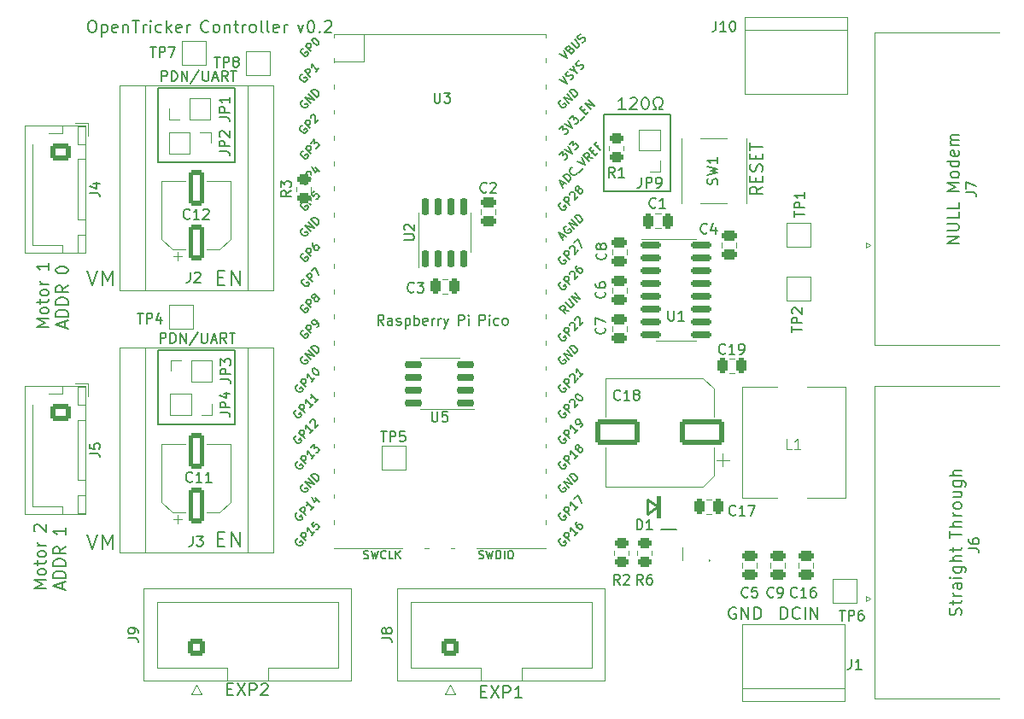
<source format=gbr>
%TF.GenerationSoftware,KiCad,Pcbnew,(7.0.0)*%
%TF.CreationDate,2023-03-06T13:13:27+13:00*%
%TF.ProjectId,pico_expansion_board,7069636f-5f65-4787-9061-6e73696f6e5f,rev?*%
%TF.SameCoordinates,Original*%
%TF.FileFunction,Legend,Top*%
%TF.FilePolarity,Positive*%
%FSLAX46Y46*%
G04 Gerber Fmt 4.6, Leading zero omitted, Abs format (unit mm)*
G04 Created by KiCad (PCBNEW (7.0.0)) date 2023-03-06 13:13:27*
%MOMM*%
%LPD*%
G01*
G04 APERTURE LIST*
G04 Aperture macros list*
%AMRoundRect*
0 Rectangle with rounded corners*
0 $1 Rounding radius*
0 $2 $3 $4 $5 $6 $7 $8 $9 X,Y pos of 4 corners*
0 Add a 4 corners polygon primitive as box body*
4,1,4,$2,$3,$4,$5,$6,$7,$8,$9,$2,$3,0*
0 Add four circle primitives for the rounded corners*
1,1,$1+$1,$2,$3*
1,1,$1+$1,$4,$5*
1,1,$1+$1,$6,$7*
1,1,$1+$1,$8,$9*
0 Add four rect primitives between the rounded corners*
20,1,$1+$1,$2,$3,$4,$5,0*
20,1,$1+$1,$4,$5,$6,$7,0*
20,1,$1+$1,$6,$7,$8,$9,0*
20,1,$1+$1,$8,$9,$2,$3,0*%
G04 Aperture macros list end*
%ADD10C,0.187500*%
%ADD11C,0.150000*%
%ADD12C,0.254000*%
%ADD13C,0.100000*%
%ADD14C,0.120000*%
%ADD15C,0.200000*%
%ADD16C,0.010000*%
%ADD17RoundRect,0.250000X1.950000X1.000000X-1.950000X1.000000X-1.950000X-1.000000X1.950000X-1.000000X0*%
%ADD18R,1.350000X1.350000*%
%ADD19O,1.350000X1.350000*%
%ADD20RoundRect,0.150000X0.150000X-0.725000X0.150000X0.725000X-0.150000X0.725000X-0.150000X-0.725000X0*%
%ADD21R,3.000000X3.000000*%
%ADD22C,3.000000*%
%ADD23RoundRect,0.250000X-0.475000X0.250000X-0.475000X-0.250000X0.475000X-0.250000X0.475000X0.250000X0*%
%ADD24RoundRect,0.250000X0.450000X-0.262500X0.450000X0.262500X-0.450000X0.262500X-0.450000X-0.262500X0*%
%ADD25RoundRect,0.250000X0.475000X-0.250000X0.475000X0.250000X-0.475000X0.250000X-0.475000X-0.250000X0*%
%ADD26RoundRect,0.150000X0.725000X0.150000X-0.725000X0.150000X-0.725000X-0.150000X0.725000X-0.150000X0*%
%ADD27C,6.400000*%
%ADD28RoundRect,0.250000X0.550000X-1.500000X0.550000X1.500000X-0.550000X1.500000X-0.550000X-1.500000X0*%
%ADD29RoundRect,0.250000X-0.250000X-0.475000X0.250000X-0.475000X0.250000X0.475000X-0.250000X0.475000X0*%
%ADD30R,1.300000X1.550000*%
%ADD31RoundRect,0.250000X0.250000X0.475000X-0.250000X0.475000X-0.250000X-0.475000X0.250000X-0.475000X0*%
%ADD32R,1.525000X0.650000*%
%ADD33R,2.600000X3.100000*%
%ADD34R,2.000000X2.000000*%
%ADD35R,3.000000X4.000000*%
%ADD36RoundRect,0.250000X0.600000X-0.600000X0.600000X0.600000X-0.600000X0.600000X-0.600000X-0.600000X0*%
%ADD37C,1.700000*%
%ADD38O,1.800000X1.800000*%
%ADD39O,1.500000X1.500000*%
%ADD40O,1.700000X1.700000*%
%ADD41R,3.500000X1.700000*%
%ADD42R,1.700000X1.700000*%
%ADD43R,1.700000X3.500000*%
%ADD44C,1.200000*%
%ADD45RoundRect,0.250000X-0.725000X0.600000X-0.725000X-0.600000X0.725000X-0.600000X0.725000X0.600000X0*%
%ADD46O,1.950000X1.700000*%
%ADD47RoundRect,0.150000X-0.825000X-0.150000X0.825000X-0.150000X0.825000X0.150000X-0.825000X0.150000X0*%
%ADD48RoundRect,0.250000X-0.450000X0.262500X-0.450000X-0.262500X0.450000X-0.262500X0.450000X0.262500X0*%
%ADD49R,1.800000X1.700000*%
%ADD50C,4.000000*%
%ADD51R,1.600000X1.600000*%
%ADD52C,1.600000*%
%ADD53R,2.100000X2.100000*%
%ADD54C,2.100000*%
G04 APERTURE END LIST*
D10*
X71731142Y-110901857D02*
X72231142Y-110901857D01*
X72445428Y-111687571D02*
X71731142Y-111687571D01*
X71731142Y-111687571D02*
X71731142Y-110187571D01*
X71731142Y-110187571D02*
X72445428Y-110187571D01*
X73088285Y-111687571D02*
X73088285Y-110187571D01*
X73088285Y-110187571D02*
X73945428Y-111687571D01*
X73945428Y-111687571D02*
X73945428Y-110187571D01*
X71731142Y-84993857D02*
X72231142Y-84993857D01*
X72445428Y-85779571D02*
X71731142Y-85779571D01*
X71731142Y-85779571D02*
X71731142Y-84279571D01*
X71731142Y-84279571D02*
X72445428Y-84279571D01*
X73088285Y-85779571D02*
X73088285Y-84279571D01*
X73088285Y-84279571D02*
X73945428Y-85779571D01*
X73945428Y-85779571D02*
X73945428Y-84279571D01*
X58816857Y-84279571D02*
X59316857Y-85779571D01*
X59316857Y-85779571D02*
X59816857Y-84279571D01*
X60316856Y-85779571D02*
X60316856Y-84279571D01*
X60316856Y-84279571D02*
X60816856Y-85351000D01*
X60816856Y-85351000D02*
X61316856Y-84279571D01*
X61316856Y-84279571D02*
X61316856Y-85779571D01*
X58816857Y-110441571D02*
X59316857Y-111941571D01*
X59316857Y-111941571D02*
X59816857Y-110441571D01*
X60316856Y-111941571D02*
X60316856Y-110441571D01*
X60316856Y-110441571D02*
X60816856Y-111513000D01*
X60816856Y-111513000D02*
X61316856Y-110441571D01*
X61316856Y-110441571D02*
X61316856Y-111941571D01*
D11*
X109982000Y-68834000D02*
X116586000Y-68834000D01*
X116586000Y-68834000D02*
X116586000Y-76454000D01*
X116586000Y-76454000D02*
X109982000Y-76454000D01*
X109982000Y-76454000D02*
X109982000Y-68834000D01*
X65786000Y-66226000D02*
X73406000Y-66226000D01*
X73406000Y-66226000D02*
X73406000Y-73592000D01*
X73406000Y-73592000D02*
X65786000Y-73592000D01*
X65786000Y-73592000D02*
X65786000Y-66226000D01*
X65786000Y-92202000D02*
X73406000Y-92202000D01*
X73406000Y-92202000D02*
X73406000Y-99568000D01*
X73406000Y-99568000D02*
X65786000Y-99568000D01*
X65786000Y-99568000D02*
X65786000Y-92202000D01*
X54690857Y-115792285D02*
X53490857Y-115792285D01*
X53490857Y-115792285D02*
X54348000Y-115392285D01*
X54348000Y-115392285D02*
X53490857Y-114992285D01*
X53490857Y-114992285D02*
X54690857Y-114992285D01*
X54690857Y-114249428D02*
X54633714Y-114363713D01*
X54633714Y-114363713D02*
X54576571Y-114420856D01*
X54576571Y-114420856D02*
X54462285Y-114477999D01*
X54462285Y-114477999D02*
X54119428Y-114477999D01*
X54119428Y-114477999D02*
X54005142Y-114420856D01*
X54005142Y-114420856D02*
X53948000Y-114363713D01*
X53948000Y-114363713D02*
X53890857Y-114249428D01*
X53890857Y-114249428D02*
X53890857Y-114077999D01*
X53890857Y-114077999D02*
X53948000Y-113963713D01*
X53948000Y-113963713D02*
X54005142Y-113906571D01*
X54005142Y-113906571D02*
X54119428Y-113849428D01*
X54119428Y-113849428D02*
X54462285Y-113849428D01*
X54462285Y-113849428D02*
X54576571Y-113906571D01*
X54576571Y-113906571D02*
X54633714Y-113963713D01*
X54633714Y-113963713D02*
X54690857Y-114077999D01*
X54690857Y-114077999D02*
X54690857Y-114249428D01*
X53890857Y-113506571D02*
X53890857Y-113049428D01*
X53490857Y-113335142D02*
X54519428Y-113335142D01*
X54519428Y-113335142D02*
X54633714Y-113277999D01*
X54633714Y-113277999D02*
X54690857Y-113163714D01*
X54690857Y-113163714D02*
X54690857Y-113049428D01*
X54690857Y-112478000D02*
X54633714Y-112592285D01*
X54633714Y-112592285D02*
X54576571Y-112649428D01*
X54576571Y-112649428D02*
X54462285Y-112706571D01*
X54462285Y-112706571D02*
X54119428Y-112706571D01*
X54119428Y-112706571D02*
X54005142Y-112649428D01*
X54005142Y-112649428D02*
X53948000Y-112592285D01*
X53948000Y-112592285D02*
X53890857Y-112478000D01*
X53890857Y-112478000D02*
X53890857Y-112306571D01*
X53890857Y-112306571D02*
X53948000Y-112192285D01*
X53948000Y-112192285D02*
X54005142Y-112135143D01*
X54005142Y-112135143D02*
X54119428Y-112078000D01*
X54119428Y-112078000D02*
X54462285Y-112078000D01*
X54462285Y-112078000D02*
X54576571Y-112135143D01*
X54576571Y-112135143D02*
X54633714Y-112192285D01*
X54633714Y-112192285D02*
X54690857Y-112306571D01*
X54690857Y-112306571D02*
X54690857Y-112478000D01*
X54690857Y-111563714D02*
X53890857Y-111563714D01*
X54119428Y-111563714D02*
X54005142Y-111506571D01*
X54005142Y-111506571D02*
X53948000Y-111449429D01*
X53948000Y-111449429D02*
X53890857Y-111335143D01*
X53890857Y-111335143D02*
X53890857Y-111220857D01*
X53605142Y-110158000D02*
X53548000Y-110100857D01*
X53548000Y-110100857D02*
X53490857Y-109986572D01*
X53490857Y-109986572D02*
X53490857Y-109700857D01*
X53490857Y-109700857D02*
X53548000Y-109586572D01*
X53548000Y-109586572D02*
X53605142Y-109529429D01*
X53605142Y-109529429D02*
X53719428Y-109472286D01*
X53719428Y-109472286D02*
X53833714Y-109472286D01*
X53833714Y-109472286D02*
X54005142Y-109529429D01*
X54005142Y-109529429D02*
X54690857Y-110215143D01*
X54690857Y-110215143D02*
X54690857Y-109472286D01*
X56292000Y-115849428D02*
X56292000Y-115278000D01*
X56634857Y-115963714D02*
X55434857Y-115563714D01*
X55434857Y-115563714D02*
X56634857Y-115163714D01*
X56634857Y-114763714D02*
X55434857Y-114763714D01*
X55434857Y-114763714D02*
X55434857Y-114478000D01*
X55434857Y-114478000D02*
X55492000Y-114306571D01*
X55492000Y-114306571D02*
X55606285Y-114192286D01*
X55606285Y-114192286D02*
X55720571Y-114135143D01*
X55720571Y-114135143D02*
X55949142Y-114078000D01*
X55949142Y-114078000D02*
X56120571Y-114078000D01*
X56120571Y-114078000D02*
X56349142Y-114135143D01*
X56349142Y-114135143D02*
X56463428Y-114192286D01*
X56463428Y-114192286D02*
X56577714Y-114306571D01*
X56577714Y-114306571D02*
X56634857Y-114478000D01*
X56634857Y-114478000D02*
X56634857Y-114763714D01*
X56634857Y-113563714D02*
X55434857Y-113563714D01*
X55434857Y-113563714D02*
X55434857Y-113278000D01*
X55434857Y-113278000D02*
X55492000Y-113106571D01*
X55492000Y-113106571D02*
X55606285Y-112992286D01*
X55606285Y-112992286D02*
X55720571Y-112935143D01*
X55720571Y-112935143D02*
X55949142Y-112878000D01*
X55949142Y-112878000D02*
X56120571Y-112878000D01*
X56120571Y-112878000D02*
X56349142Y-112935143D01*
X56349142Y-112935143D02*
X56463428Y-112992286D01*
X56463428Y-112992286D02*
X56577714Y-113106571D01*
X56577714Y-113106571D02*
X56634857Y-113278000D01*
X56634857Y-113278000D02*
X56634857Y-113563714D01*
X56634857Y-111678000D02*
X56063428Y-112078000D01*
X56634857Y-112363714D02*
X55434857Y-112363714D01*
X55434857Y-112363714D02*
X55434857Y-111906571D01*
X55434857Y-111906571D02*
X55492000Y-111792286D01*
X55492000Y-111792286D02*
X55549142Y-111735143D01*
X55549142Y-111735143D02*
X55663428Y-111678000D01*
X55663428Y-111678000D02*
X55834857Y-111678000D01*
X55834857Y-111678000D02*
X55949142Y-111735143D01*
X55949142Y-111735143D02*
X56006285Y-111792286D01*
X56006285Y-111792286D02*
X56063428Y-111906571D01*
X56063428Y-111906571D02*
X56063428Y-112363714D01*
X56634857Y-109815143D02*
X56634857Y-110500857D01*
X56634857Y-110158000D02*
X55434857Y-110158000D01*
X55434857Y-110158000D02*
X55606285Y-110272286D01*
X55606285Y-110272286D02*
X55720571Y-110386571D01*
X55720571Y-110386571D02*
X55777714Y-110500857D01*
X59188285Y-59498857D02*
X59416857Y-59498857D01*
X59416857Y-59498857D02*
X59531142Y-59556000D01*
X59531142Y-59556000D02*
X59645428Y-59670285D01*
X59645428Y-59670285D02*
X59702571Y-59898857D01*
X59702571Y-59898857D02*
X59702571Y-60298857D01*
X59702571Y-60298857D02*
X59645428Y-60527428D01*
X59645428Y-60527428D02*
X59531142Y-60641714D01*
X59531142Y-60641714D02*
X59416857Y-60698857D01*
X59416857Y-60698857D02*
X59188285Y-60698857D01*
X59188285Y-60698857D02*
X59074000Y-60641714D01*
X59074000Y-60641714D02*
X58959714Y-60527428D01*
X58959714Y-60527428D02*
X58902571Y-60298857D01*
X58902571Y-60298857D02*
X58902571Y-59898857D01*
X58902571Y-59898857D02*
X58959714Y-59670285D01*
X58959714Y-59670285D02*
X59074000Y-59556000D01*
X59074000Y-59556000D02*
X59188285Y-59498857D01*
X60216857Y-59898857D02*
X60216857Y-61098857D01*
X60216857Y-59956000D02*
X60331143Y-59898857D01*
X60331143Y-59898857D02*
X60559714Y-59898857D01*
X60559714Y-59898857D02*
X60674000Y-59956000D01*
X60674000Y-59956000D02*
X60731143Y-60013142D01*
X60731143Y-60013142D02*
X60788285Y-60127428D01*
X60788285Y-60127428D02*
X60788285Y-60470285D01*
X60788285Y-60470285D02*
X60731143Y-60584571D01*
X60731143Y-60584571D02*
X60674000Y-60641714D01*
X60674000Y-60641714D02*
X60559714Y-60698857D01*
X60559714Y-60698857D02*
X60331143Y-60698857D01*
X60331143Y-60698857D02*
X60216857Y-60641714D01*
X61759714Y-60641714D02*
X61645428Y-60698857D01*
X61645428Y-60698857D02*
X61416857Y-60698857D01*
X61416857Y-60698857D02*
X61302571Y-60641714D01*
X61302571Y-60641714D02*
X61245428Y-60527428D01*
X61245428Y-60527428D02*
X61245428Y-60070285D01*
X61245428Y-60070285D02*
X61302571Y-59956000D01*
X61302571Y-59956000D02*
X61416857Y-59898857D01*
X61416857Y-59898857D02*
X61645428Y-59898857D01*
X61645428Y-59898857D02*
X61759714Y-59956000D01*
X61759714Y-59956000D02*
X61816857Y-60070285D01*
X61816857Y-60070285D02*
X61816857Y-60184571D01*
X61816857Y-60184571D02*
X61245428Y-60298857D01*
X62331142Y-59898857D02*
X62331142Y-60698857D01*
X62331142Y-60013142D02*
X62388285Y-59956000D01*
X62388285Y-59956000D02*
X62502570Y-59898857D01*
X62502570Y-59898857D02*
X62673999Y-59898857D01*
X62673999Y-59898857D02*
X62788285Y-59956000D01*
X62788285Y-59956000D02*
X62845428Y-60070285D01*
X62845428Y-60070285D02*
X62845428Y-60698857D01*
X63245427Y-59498857D02*
X63931142Y-59498857D01*
X63588284Y-60698857D02*
X63588284Y-59498857D01*
X64331142Y-60698857D02*
X64331142Y-59898857D01*
X64331142Y-60127428D02*
X64388285Y-60013142D01*
X64388285Y-60013142D02*
X64445428Y-59956000D01*
X64445428Y-59956000D02*
X64559713Y-59898857D01*
X64559713Y-59898857D02*
X64673999Y-59898857D01*
X65073999Y-60698857D02*
X65073999Y-59898857D01*
X65073999Y-59498857D02*
X65016856Y-59556000D01*
X65016856Y-59556000D02*
X65073999Y-59613142D01*
X65073999Y-59613142D02*
X65131142Y-59556000D01*
X65131142Y-59556000D02*
X65073999Y-59498857D01*
X65073999Y-59498857D02*
X65073999Y-59613142D01*
X66159714Y-60641714D02*
X66045428Y-60698857D01*
X66045428Y-60698857D02*
X65816856Y-60698857D01*
X65816856Y-60698857D02*
X65702571Y-60641714D01*
X65702571Y-60641714D02*
X65645428Y-60584571D01*
X65645428Y-60584571D02*
X65588285Y-60470285D01*
X65588285Y-60470285D02*
X65588285Y-60127428D01*
X65588285Y-60127428D02*
X65645428Y-60013142D01*
X65645428Y-60013142D02*
X65702571Y-59956000D01*
X65702571Y-59956000D02*
X65816856Y-59898857D01*
X65816856Y-59898857D02*
X66045428Y-59898857D01*
X66045428Y-59898857D02*
X66159714Y-59956000D01*
X66673999Y-60698857D02*
X66673999Y-59498857D01*
X66788285Y-60241714D02*
X67131142Y-60698857D01*
X67131142Y-59898857D02*
X66673999Y-60356000D01*
X68102571Y-60641714D02*
X67988285Y-60698857D01*
X67988285Y-60698857D02*
X67759714Y-60698857D01*
X67759714Y-60698857D02*
X67645428Y-60641714D01*
X67645428Y-60641714D02*
X67588285Y-60527428D01*
X67588285Y-60527428D02*
X67588285Y-60070285D01*
X67588285Y-60070285D02*
X67645428Y-59956000D01*
X67645428Y-59956000D02*
X67759714Y-59898857D01*
X67759714Y-59898857D02*
X67988285Y-59898857D01*
X67988285Y-59898857D02*
X68102571Y-59956000D01*
X68102571Y-59956000D02*
X68159714Y-60070285D01*
X68159714Y-60070285D02*
X68159714Y-60184571D01*
X68159714Y-60184571D02*
X67588285Y-60298857D01*
X68673999Y-60698857D02*
X68673999Y-59898857D01*
X68673999Y-60127428D02*
X68731142Y-60013142D01*
X68731142Y-60013142D02*
X68788285Y-59956000D01*
X68788285Y-59956000D02*
X68902570Y-59898857D01*
X68902570Y-59898857D02*
X69016856Y-59898857D01*
X70822570Y-60584571D02*
X70765427Y-60641714D01*
X70765427Y-60641714D02*
X70593999Y-60698857D01*
X70593999Y-60698857D02*
X70479713Y-60698857D01*
X70479713Y-60698857D02*
X70308284Y-60641714D01*
X70308284Y-60641714D02*
X70193999Y-60527428D01*
X70193999Y-60527428D02*
X70136856Y-60413142D01*
X70136856Y-60413142D02*
X70079713Y-60184571D01*
X70079713Y-60184571D02*
X70079713Y-60013142D01*
X70079713Y-60013142D02*
X70136856Y-59784571D01*
X70136856Y-59784571D02*
X70193999Y-59670285D01*
X70193999Y-59670285D02*
X70308284Y-59556000D01*
X70308284Y-59556000D02*
X70479713Y-59498857D01*
X70479713Y-59498857D02*
X70593999Y-59498857D01*
X70593999Y-59498857D02*
X70765427Y-59556000D01*
X70765427Y-59556000D02*
X70822570Y-59613142D01*
X71508284Y-60698857D02*
X71393999Y-60641714D01*
X71393999Y-60641714D02*
X71336856Y-60584571D01*
X71336856Y-60584571D02*
X71279713Y-60470285D01*
X71279713Y-60470285D02*
X71279713Y-60127428D01*
X71279713Y-60127428D02*
X71336856Y-60013142D01*
X71336856Y-60013142D02*
X71393999Y-59956000D01*
X71393999Y-59956000D02*
X71508284Y-59898857D01*
X71508284Y-59898857D02*
X71679713Y-59898857D01*
X71679713Y-59898857D02*
X71793999Y-59956000D01*
X71793999Y-59956000D02*
X71851142Y-60013142D01*
X71851142Y-60013142D02*
X71908284Y-60127428D01*
X71908284Y-60127428D02*
X71908284Y-60470285D01*
X71908284Y-60470285D02*
X71851142Y-60584571D01*
X71851142Y-60584571D02*
X71793999Y-60641714D01*
X71793999Y-60641714D02*
X71679713Y-60698857D01*
X71679713Y-60698857D02*
X71508284Y-60698857D01*
X72422570Y-59898857D02*
X72422570Y-60698857D01*
X72422570Y-60013142D02*
X72479713Y-59956000D01*
X72479713Y-59956000D02*
X72593998Y-59898857D01*
X72593998Y-59898857D02*
X72765427Y-59898857D01*
X72765427Y-59898857D02*
X72879713Y-59956000D01*
X72879713Y-59956000D02*
X72936856Y-60070285D01*
X72936856Y-60070285D02*
X72936856Y-60698857D01*
X73336855Y-59898857D02*
X73793998Y-59898857D01*
X73508284Y-59498857D02*
X73508284Y-60527428D01*
X73508284Y-60527428D02*
X73565427Y-60641714D01*
X73565427Y-60641714D02*
X73679712Y-60698857D01*
X73679712Y-60698857D02*
X73793998Y-60698857D01*
X74193998Y-60698857D02*
X74193998Y-59898857D01*
X74193998Y-60127428D02*
X74251141Y-60013142D01*
X74251141Y-60013142D02*
X74308284Y-59956000D01*
X74308284Y-59956000D02*
X74422569Y-59898857D01*
X74422569Y-59898857D02*
X74536855Y-59898857D01*
X75108283Y-60698857D02*
X74993998Y-60641714D01*
X74993998Y-60641714D02*
X74936855Y-60584571D01*
X74936855Y-60584571D02*
X74879712Y-60470285D01*
X74879712Y-60470285D02*
X74879712Y-60127428D01*
X74879712Y-60127428D02*
X74936855Y-60013142D01*
X74936855Y-60013142D02*
X74993998Y-59956000D01*
X74993998Y-59956000D02*
X75108283Y-59898857D01*
X75108283Y-59898857D02*
X75279712Y-59898857D01*
X75279712Y-59898857D02*
X75393998Y-59956000D01*
X75393998Y-59956000D02*
X75451141Y-60013142D01*
X75451141Y-60013142D02*
X75508283Y-60127428D01*
X75508283Y-60127428D02*
X75508283Y-60470285D01*
X75508283Y-60470285D02*
X75451141Y-60584571D01*
X75451141Y-60584571D02*
X75393998Y-60641714D01*
X75393998Y-60641714D02*
X75279712Y-60698857D01*
X75279712Y-60698857D02*
X75108283Y-60698857D01*
X76193997Y-60698857D02*
X76079712Y-60641714D01*
X76079712Y-60641714D02*
X76022569Y-60527428D01*
X76022569Y-60527428D02*
X76022569Y-59498857D01*
X76822568Y-60698857D02*
X76708283Y-60641714D01*
X76708283Y-60641714D02*
X76651140Y-60527428D01*
X76651140Y-60527428D02*
X76651140Y-59498857D01*
X77736854Y-60641714D02*
X77622568Y-60698857D01*
X77622568Y-60698857D02*
X77393997Y-60698857D01*
X77393997Y-60698857D02*
X77279711Y-60641714D01*
X77279711Y-60641714D02*
X77222568Y-60527428D01*
X77222568Y-60527428D02*
X77222568Y-60070285D01*
X77222568Y-60070285D02*
X77279711Y-59956000D01*
X77279711Y-59956000D02*
X77393997Y-59898857D01*
X77393997Y-59898857D02*
X77622568Y-59898857D01*
X77622568Y-59898857D02*
X77736854Y-59956000D01*
X77736854Y-59956000D02*
X77793997Y-60070285D01*
X77793997Y-60070285D02*
X77793997Y-60184571D01*
X77793997Y-60184571D02*
X77222568Y-60298857D01*
X78308282Y-60698857D02*
X78308282Y-59898857D01*
X78308282Y-60127428D02*
X78365425Y-60013142D01*
X78365425Y-60013142D02*
X78422568Y-59956000D01*
X78422568Y-59956000D02*
X78536853Y-59898857D01*
X78536853Y-59898857D02*
X78651139Y-59898857D01*
X79656853Y-59898857D02*
X79942567Y-60698857D01*
X79942567Y-60698857D02*
X80228282Y-59898857D01*
X80913996Y-59498857D02*
X81028282Y-59498857D01*
X81028282Y-59498857D02*
X81142568Y-59556000D01*
X81142568Y-59556000D02*
X81199711Y-59613142D01*
X81199711Y-59613142D02*
X81256853Y-59727428D01*
X81256853Y-59727428D02*
X81313996Y-59956000D01*
X81313996Y-59956000D02*
X81313996Y-60241714D01*
X81313996Y-60241714D02*
X81256853Y-60470285D01*
X81256853Y-60470285D02*
X81199711Y-60584571D01*
X81199711Y-60584571D02*
X81142568Y-60641714D01*
X81142568Y-60641714D02*
X81028282Y-60698857D01*
X81028282Y-60698857D02*
X80913996Y-60698857D01*
X80913996Y-60698857D02*
X80799711Y-60641714D01*
X80799711Y-60641714D02*
X80742568Y-60584571D01*
X80742568Y-60584571D02*
X80685425Y-60470285D01*
X80685425Y-60470285D02*
X80628282Y-60241714D01*
X80628282Y-60241714D02*
X80628282Y-59956000D01*
X80628282Y-59956000D02*
X80685425Y-59727428D01*
X80685425Y-59727428D02*
X80742568Y-59613142D01*
X80742568Y-59613142D02*
X80799711Y-59556000D01*
X80799711Y-59556000D02*
X80913996Y-59498857D01*
X81828282Y-60584571D02*
X81885425Y-60641714D01*
X81885425Y-60641714D02*
X81828282Y-60698857D01*
X81828282Y-60698857D02*
X81771139Y-60641714D01*
X81771139Y-60641714D02*
X81828282Y-60584571D01*
X81828282Y-60584571D02*
X81828282Y-60698857D01*
X82342568Y-59613142D02*
X82399711Y-59556000D01*
X82399711Y-59556000D02*
X82513997Y-59498857D01*
X82513997Y-59498857D02*
X82799711Y-59498857D01*
X82799711Y-59498857D02*
X82913997Y-59556000D01*
X82913997Y-59556000D02*
X82971139Y-59613142D01*
X82971139Y-59613142D02*
X83028282Y-59727428D01*
X83028282Y-59727428D02*
X83028282Y-59841714D01*
X83028282Y-59841714D02*
X82971139Y-60013142D01*
X82971139Y-60013142D02*
X82285425Y-60698857D01*
X82285425Y-60698857D02*
X83028282Y-60698857D01*
X123088285Y-117722000D02*
X122974000Y-117664857D01*
X122974000Y-117664857D02*
X122802571Y-117664857D01*
X122802571Y-117664857D02*
X122631142Y-117722000D01*
X122631142Y-117722000D02*
X122516857Y-117836285D01*
X122516857Y-117836285D02*
X122459714Y-117950571D01*
X122459714Y-117950571D02*
X122402571Y-118179142D01*
X122402571Y-118179142D02*
X122402571Y-118350571D01*
X122402571Y-118350571D02*
X122459714Y-118579142D01*
X122459714Y-118579142D02*
X122516857Y-118693428D01*
X122516857Y-118693428D02*
X122631142Y-118807714D01*
X122631142Y-118807714D02*
X122802571Y-118864857D01*
X122802571Y-118864857D02*
X122916857Y-118864857D01*
X122916857Y-118864857D02*
X123088285Y-118807714D01*
X123088285Y-118807714D02*
X123145428Y-118750571D01*
X123145428Y-118750571D02*
X123145428Y-118350571D01*
X123145428Y-118350571D02*
X122916857Y-118350571D01*
X123659714Y-118864857D02*
X123659714Y-117664857D01*
X123659714Y-117664857D02*
X124345428Y-118864857D01*
X124345428Y-118864857D02*
X124345428Y-117664857D01*
X124916857Y-118864857D02*
X124916857Y-117664857D01*
X124916857Y-117664857D02*
X125202571Y-117664857D01*
X125202571Y-117664857D02*
X125374000Y-117722000D01*
X125374000Y-117722000D02*
X125488285Y-117836285D01*
X125488285Y-117836285D02*
X125545428Y-117950571D01*
X125545428Y-117950571D02*
X125602571Y-118179142D01*
X125602571Y-118179142D02*
X125602571Y-118350571D01*
X125602571Y-118350571D02*
X125545428Y-118579142D01*
X125545428Y-118579142D02*
X125488285Y-118693428D01*
X125488285Y-118693428D02*
X125374000Y-118807714D01*
X125374000Y-118807714D02*
X125202571Y-118864857D01*
X125202571Y-118864857D02*
X124916857Y-118864857D01*
X127556857Y-118864857D02*
X127556857Y-117664857D01*
X127556857Y-117664857D02*
X127842571Y-117664857D01*
X127842571Y-117664857D02*
X128014000Y-117722000D01*
X128014000Y-117722000D02*
X128128285Y-117836285D01*
X128128285Y-117836285D02*
X128185428Y-117950571D01*
X128185428Y-117950571D02*
X128242571Y-118179142D01*
X128242571Y-118179142D02*
X128242571Y-118350571D01*
X128242571Y-118350571D02*
X128185428Y-118579142D01*
X128185428Y-118579142D02*
X128128285Y-118693428D01*
X128128285Y-118693428D02*
X128014000Y-118807714D01*
X128014000Y-118807714D02*
X127842571Y-118864857D01*
X127842571Y-118864857D02*
X127556857Y-118864857D01*
X129442571Y-118750571D02*
X129385428Y-118807714D01*
X129385428Y-118807714D02*
X129214000Y-118864857D01*
X129214000Y-118864857D02*
X129099714Y-118864857D01*
X129099714Y-118864857D02*
X128928285Y-118807714D01*
X128928285Y-118807714D02*
X128814000Y-118693428D01*
X128814000Y-118693428D02*
X128756857Y-118579142D01*
X128756857Y-118579142D02*
X128699714Y-118350571D01*
X128699714Y-118350571D02*
X128699714Y-118179142D01*
X128699714Y-118179142D02*
X128756857Y-117950571D01*
X128756857Y-117950571D02*
X128814000Y-117836285D01*
X128814000Y-117836285D02*
X128928285Y-117722000D01*
X128928285Y-117722000D02*
X129099714Y-117664857D01*
X129099714Y-117664857D02*
X129214000Y-117664857D01*
X129214000Y-117664857D02*
X129385428Y-117722000D01*
X129385428Y-117722000D02*
X129442571Y-117779142D01*
X129956857Y-118864857D02*
X129956857Y-117664857D01*
X130528286Y-118864857D02*
X130528286Y-117664857D01*
X130528286Y-117664857D02*
X131214000Y-118864857D01*
X131214000Y-118864857D02*
X131214000Y-117664857D01*
X88185523Y-89698380D02*
X87852190Y-89222190D01*
X87614095Y-89698380D02*
X87614095Y-88698380D01*
X87614095Y-88698380D02*
X87995047Y-88698380D01*
X87995047Y-88698380D02*
X88090285Y-88746000D01*
X88090285Y-88746000D02*
X88137904Y-88793619D01*
X88137904Y-88793619D02*
X88185523Y-88888857D01*
X88185523Y-88888857D02*
X88185523Y-89031714D01*
X88185523Y-89031714D02*
X88137904Y-89126952D01*
X88137904Y-89126952D02*
X88090285Y-89174571D01*
X88090285Y-89174571D02*
X87995047Y-89222190D01*
X87995047Y-89222190D02*
X87614095Y-89222190D01*
X89042666Y-89698380D02*
X89042666Y-89174571D01*
X89042666Y-89174571D02*
X88995047Y-89079333D01*
X88995047Y-89079333D02*
X88899809Y-89031714D01*
X88899809Y-89031714D02*
X88709333Y-89031714D01*
X88709333Y-89031714D02*
X88614095Y-89079333D01*
X89042666Y-89650761D02*
X88947428Y-89698380D01*
X88947428Y-89698380D02*
X88709333Y-89698380D01*
X88709333Y-89698380D02*
X88614095Y-89650761D01*
X88614095Y-89650761D02*
X88566476Y-89555523D01*
X88566476Y-89555523D02*
X88566476Y-89460285D01*
X88566476Y-89460285D02*
X88614095Y-89365047D01*
X88614095Y-89365047D02*
X88709333Y-89317428D01*
X88709333Y-89317428D02*
X88947428Y-89317428D01*
X88947428Y-89317428D02*
X89042666Y-89269809D01*
X89471238Y-89650761D02*
X89566476Y-89698380D01*
X89566476Y-89698380D02*
X89756952Y-89698380D01*
X89756952Y-89698380D02*
X89852190Y-89650761D01*
X89852190Y-89650761D02*
X89899809Y-89555523D01*
X89899809Y-89555523D02*
X89899809Y-89507904D01*
X89899809Y-89507904D02*
X89852190Y-89412666D01*
X89852190Y-89412666D02*
X89756952Y-89365047D01*
X89756952Y-89365047D02*
X89614095Y-89365047D01*
X89614095Y-89365047D02*
X89518857Y-89317428D01*
X89518857Y-89317428D02*
X89471238Y-89222190D01*
X89471238Y-89222190D02*
X89471238Y-89174571D01*
X89471238Y-89174571D02*
X89518857Y-89079333D01*
X89518857Y-89079333D02*
X89614095Y-89031714D01*
X89614095Y-89031714D02*
X89756952Y-89031714D01*
X89756952Y-89031714D02*
X89852190Y-89079333D01*
X90328381Y-89031714D02*
X90328381Y-90031714D01*
X90328381Y-89079333D02*
X90423619Y-89031714D01*
X90423619Y-89031714D02*
X90614095Y-89031714D01*
X90614095Y-89031714D02*
X90709333Y-89079333D01*
X90709333Y-89079333D02*
X90756952Y-89126952D01*
X90756952Y-89126952D02*
X90804571Y-89222190D01*
X90804571Y-89222190D02*
X90804571Y-89507904D01*
X90804571Y-89507904D02*
X90756952Y-89603142D01*
X90756952Y-89603142D02*
X90709333Y-89650761D01*
X90709333Y-89650761D02*
X90614095Y-89698380D01*
X90614095Y-89698380D02*
X90423619Y-89698380D01*
X90423619Y-89698380D02*
X90328381Y-89650761D01*
X91233143Y-89698380D02*
X91233143Y-88698380D01*
X91233143Y-89079333D02*
X91328381Y-89031714D01*
X91328381Y-89031714D02*
X91518857Y-89031714D01*
X91518857Y-89031714D02*
X91614095Y-89079333D01*
X91614095Y-89079333D02*
X91661714Y-89126952D01*
X91661714Y-89126952D02*
X91709333Y-89222190D01*
X91709333Y-89222190D02*
X91709333Y-89507904D01*
X91709333Y-89507904D02*
X91661714Y-89603142D01*
X91661714Y-89603142D02*
X91614095Y-89650761D01*
X91614095Y-89650761D02*
X91518857Y-89698380D01*
X91518857Y-89698380D02*
X91328381Y-89698380D01*
X91328381Y-89698380D02*
X91233143Y-89650761D01*
X92518857Y-89650761D02*
X92423619Y-89698380D01*
X92423619Y-89698380D02*
X92233143Y-89698380D01*
X92233143Y-89698380D02*
X92137905Y-89650761D01*
X92137905Y-89650761D02*
X92090286Y-89555523D01*
X92090286Y-89555523D02*
X92090286Y-89174571D01*
X92090286Y-89174571D02*
X92137905Y-89079333D01*
X92137905Y-89079333D02*
X92233143Y-89031714D01*
X92233143Y-89031714D02*
X92423619Y-89031714D01*
X92423619Y-89031714D02*
X92518857Y-89079333D01*
X92518857Y-89079333D02*
X92566476Y-89174571D01*
X92566476Y-89174571D02*
X92566476Y-89269809D01*
X92566476Y-89269809D02*
X92090286Y-89365047D01*
X92995048Y-89698380D02*
X92995048Y-89031714D01*
X92995048Y-89222190D02*
X93042667Y-89126952D01*
X93042667Y-89126952D02*
X93090286Y-89079333D01*
X93090286Y-89079333D02*
X93185524Y-89031714D01*
X93185524Y-89031714D02*
X93280762Y-89031714D01*
X93614096Y-89698380D02*
X93614096Y-89031714D01*
X93614096Y-89222190D02*
X93661715Y-89126952D01*
X93661715Y-89126952D02*
X93709334Y-89079333D01*
X93709334Y-89079333D02*
X93804572Y-89031714D01*
X93804572Y-89031714D02*
X93899810Y-89031714D01*
X94137906Y-89031714D02*
X94376001Y-89698380D01*
X94614096Y-89031714D02*
X94376001Y-89698380D01*
X94376001Y-89698380D02*
X94280763Y-89936476D01*
X94280763Y-89936476D02*
X94233144Y-89984095D01*
X94233144Y-89984095D02*
X94137906Y-90031714D01*
X95595049Y-89698380D02*
X95595049Y-88698380D01*
X95595049Y-88698380D02*
X95976001Y-88698380D01*
X95976001Y-88698380D02*
X96071239Y-88746000D01*
X96071239Y-88746000D02*
X96118858Y-88793619D01*
X96118858Y-88793619D02*
X96166477Y-88888857D01*
X96166477Y-88888857D02*
X96166477Y-89031714D01*
X96166477Y-89031714D02*
X96118858Y-89126952D01*
X96118858Y-89126952D02*
X96071239Y-89174571D01*
X96071239Y-89174571D02*
X95976001Y-89222190D01*
X95976001Y-89222190D02*
X95595049Y-89222190D01*
X96595049Y-89698380D02*
X96595049Y-89031714D01*
X96595049Y-88698380D02*
X96547430Y-88746000D01*
X96547430Y-88746000D02*
X96595049Y-88793619D01*
X96595049Y-88793619D02*
X96642668Y-88746000D01*
X96642668Y-88746000D02*
X96595049Y-88698380D01*
X96595049Y-88698380D02*
X96595049Y-88793619D01*
X97671239Y-89698380D02*
X97671239Y-88698380D01*
X97671239Y-88698380D02*
X98052191Y-88698380D01*
X98052191Y-88698380D02*
X98147429Y-88746000D01*
X98147429Y-88746000D02*
X98195048Y-88793619D01*
X98195048Y-88793619D02*
X98242667Y-88888857D01*
X98242667Y-88888857D02*
X98242667Y-89031714D01*
X98242667Y-89031714D02*
X98195048Y-89126952D01*
X98195048Y-89126952D02*
X98147429Y-89174571D01*
X98147429Y-89174571D02*
X98052191Y-89222190D01*
X98052191Y-89222190D02*
X97671239Y-89222190D01*
X98671239Y-89698380D02*
X98671239Y-89031714D01*
X98671239Y-88698380D02*
X98623620Y-88746000D01*
X98623620Y-88746000D02*
X98671239Y-88793619D01*
X98671239Y-88793619D02*
X98718858Y-88746000D01*
X98718858Y-88746000D02*
X98671239Y-88698380D01*
X98671239Y-88698380D02*
X98671239Y-88793619D01*
X99576000Y-89650761D02*
X99480762Y-89698380D01*
X99480762Y-89698380D02*
X99290286Y-89698380D01*
X99290286Y-89698380D02*
X99195048Y-89650761D01*
X99195048Y-89650761D02*
X99147429Y-89603142D01*
X99147429Y-89603142D02*
X99099810Y-89507904D01*
X99099810Y-89507904D02*
X99099810Y-89222190D01*
X99099810Y-89222190D02*
X99147429Y-89126952D01*
X99147429Y-89126952D02*
X99195048Y-89079333D01*
X99195048Y-89079333D02*
X99290286Y-89031714D01*
X99290286Y-89031714D02*
X99480762Y-89031714D01*
X99480762Y-89031714D02*
X99576000Y-89079333D01*
X100147429Y-89698380D02*
X100052191Y-89650761D01*
X100052191Y-89650761D02*
X100004572Y-89603142D01*
X100004572Y-89603142D02*
X99956953Y-89507904D01*
X99956953Y-89507904D02*
X99956953Y-89222190D01*
X99956953Y-89222190D02*
X100004572Y-89126952D01*
X100004572Y-89126952D02*
X100052191Y-89079333D01*
X100052191Y-89079333D02*
X100147429Y-89031714D01*
X100147429Y-89031714D02*
X100290286Y-89031714D01*
X100290286Y-89031714D02*
X100385524Y-89079333D01*
X100385524Y-89079333D02*
X100433143Y-89126952D01*
X100433143Y-89126952D02*
X100480762Y-89222190D01*
X100480762Y-89222190D02*
X100480762Y-89507904D01*
X100480762Y-89507904D02*
X100433143Y-89603142D01*
X100433143Y-89603142D02*
X100385524Y-89650761D01*
X100385524Y-89650761D02*
X100290286Y-89698380D01*
X100290286Y-89698380D02*
X100147429Y-89698380D01*
X54944857Y-89884285D02*
X53744857Y-89884285D01*
X53744857Y-89884285D02*
X54602000Y-89484285D01*
X54602000Y-89484285D02*
X53744857Y-89084285D01*
X53744857Y-89084285D02*
X54944857Y-89084285D01*
X54944857Y-88341428D02*
X54887714Y-88455713D01*
X54887714Y-88455713D02*
X54830571Y-88512856D01*
X54830571Y-88512856D02*
X54716285Y-88569999D01*
X54716285Y-88569999D02*
X54373428Y-88569999D01*
X54373428Y-88569999D02*
X54259142Y-88512856D01*
X54259142Y-88512856D02*
X54202000Y-88455713D01*
X54202000Y-88455713D02*
X54144857Y-88341428D01*
X54144857Y-88341428D02*
X54144857Y-88169999D01*
X54144857Y-88169999D02*
X54202000Y-88055713D01*
X54202000Y-88055713D02*
X54259142Y-87998571D01*
X54259142Y-87998571D02*
X54373428Y-87941428D01*
X54373428Y-87941428D02*
X54716285Y-87941428D01*
X54716285Y-87941428D02*
X54830571Y-87998571D01*
X54830571Y-87998571D02*
X54887714Y-88055713D01*
X54887714Y-88055713D02*
X54944857Y-88169999D01*
X54944857Y-88169999D02*
X54944857Y-88341428D01*
X54144857Y-87598571D02*
X54144857Y-87141428D01*
X53744857Y-87427142D02*
X54773428Y-87427142D01*
X54773428Y-87427142D02*
X54887714Y-87369999D01*
X54887714Y-87369999D02*
X54944857Y-87255714D01*
X54944857Y-87255714D02*
X54944857Y-87141428D01*
X54944857Y-86570000D02*
X54887714Y-86684285D01*
X54887714Y-86684285D02*
X54830571Y-86741428D01*
X54830571Y-86741428D02*
X54716285Y-86798571D01*
X54716285Y-86798571D02*
X54373428Y-86798571D01*
X54373428Y-86798571D02*
X54259142Y-86741428D01*
X54259142Y-86741428D02*
X54202000Y-86684285D01*
X54202000Y-86684285D02*
X54144857Y-86570000D01*
X54144857Y-86570000D02*
X54144857Y-86398571D01*
X54144857Y-86398571D02*
X54202000Y-86284285D01*
X54202000Y-86284285D02*
X54259142Y-86227143D01*
X54259142Y-86227143D02*
X54373428Y-86170000D01*
X54373428Y-86170000D02*
X54716285Y-86170000D01*
X54716285Y-86170000D02*
X54830571Y-86227143D01*
X54830571Y-86227143D02*
X54887714Y-86284285D01*
X54887714Y-86284285D02*
X54944857Y-86398571D01*
X54944857Y-86398571D02*
X54944857Y-86570000D01*
X54944857Y-85655714D02*
X54144857Y-85655714D01*
X54373428Y-85655714D02*
X54259142Y-85598571D01*
X54259142Y-85598571D02*
X54202000Y-85541429D01*
X54202000Y-85541429D02*
X54144857Y-85427143D01*
X54144857Y-85427143D02*
X54144857Y-85312857D01*
X54944857Y-83564286D02*
X54944857Y-84250000D01*
X54944857Y-83907143D02*
X53744857Y-83907143D01*
X53744857Y-83907143D02*
X53916285Y-84021429D01*
X53916285Y-84021429D02*
X54030571Y-84135714D01*
X54030571Y-84135714D02*
X54087714Y-84250000D01*
X56546000Y-89941428D02*
X56546000Y-89370000D01*
X56888857Y-90055714D02*
X55688857Y-89655714D01*
X55688857Y-89655714D02*
X56888857Y-89255714D01*
X56888857Y-88855714D02*
X55688857Y-88855714D01*
X55688857Y-88855714D02*
X55688857Y-88570000D01*
X55688857Y-88570000D02*
X55746000Y-88398571D01*
X55746000Y-88398571D02*
X55860285Y-88284286D01*
X55860285Y-88284286D02*
X55974571Y-88227143D01*
X55974571Y-88227143D02*
X56203142Y-88170000D01*
X56203142Y-88170000D02*
X56374571Y-88170000D01*
X56374571Y-88170000D02*
X56603142Y-88227143D01*
X56603142Y-88227143D02*
X56717428Y-88284286D01*
X56717428Y-88284286D02*
X56831714Y-88398571D01*
X56831714Y-88398571D02*
X56888857Y-88570000D01*
X56888857Y-88570000D02*
X56888857Y-88855714D01*
X56888857Y-87655714D02*
X55688857Y-87655714D01*
X55688857Y-87655714D02*
X55688857Y-87370000D01*
X55688857Y-87370000D02*
X55746000Y-87198571D01*
X55746000Y-87198571D02*
X55860285Y-87084286D01*
X55860285Y-87084286D02*
X55974571Y-87027143D01*
X55974571Y-87027143D02*
X56203142Y-86970000D01*
X56203142Y-86970000D02*
X56374571Y-86970000D01*
X56374571Y-86970000D02*
X56603142Y-87027143D01*
X56603142Y-87027143D02*
X56717428Y-87084286D01*
X56717428Y-87084286D02*
X56831714Y-87198571D01*
X56831714Y-87198571D02*
X56888857Y-87370000D01*
X56888857Y-87370000D02*
X56888857Y-87655714D01*
X56888857Y-85770000D02*
X56317428Y-86170000D01*
X56888857Y-86455714D02*
X55688857Y-86455714D01*
X55688857Y-86455714D02*
X55688857Y-85998571D01*
X55688857Y-85998571D02*
X55746000Y-85884286D01*
X55746000Y-85884286D02*
X55803142Y-85827143D01*
X55803142Y-85827143D02*
X55917428Y-85770000D01*
X55917428Y-85770000D02*
X56088857Y-85770000D01*
X56088857Y-85770000D02*
X56203142Y-85827143D01*
X56203142Y-85827143D02*
X56260285Y-85884286D01*
X56260285Y-85884286D02*
X56317428Y-85998571D01*
X56317428Y-85998571D02*
X56317428Y-86455714D01*
X55688857Y-84307143D02*
X55688857Y-84192857D01*
X55688857Y-84192857D02*
X55746000Y-84078571D01*
X55746000Y-84078571D02*
X55803142Y-84021429D01*
X55803142Y-84021429D02*
X55917428Y-83964286D01*
X55917428Y-83964286D02*
X56146000Y-83907143D01*
X56146000Y-83907143D02*
X56431714Y-83907143D01*
X56431714Y-83907143D02*
X56660285Y-83964286D01*
X56660285Y-83964286D02*
X56774571Y-84021429D01*
X56774571Y-84021429D02*
X56831714Y-84078571D01*
X56831714Y-84078571D02*
X56888857Y-84192857D01*
X56888857Y-84192857D02*
X56888857Y-84307143D01*
X56888857Y-84307143D02*
X56831714Y-84421429D01*
X56831714Y-84421429D02*
X56774571Y-84478571D01*
X56774571Y-84478571D02*
X56660285Y-84535714D01*
X56660285Y-84535714D02*
X56431714Y-84592857D01*
X56431714Y-84592857D02*
X56146000Y-84592857D01*
X56146000Y-84592857D02*
X55917428Y-84535714D01*
X55917428Y-84535714D02*
X55803142Y-84478571D01*
X55803142Y-84478571D02*
X55746000Y-84421429D01*
X55746000Y-84421429D02*
X55688857Y-84307143D01*
X66151095Y-65500380D02*
X66151095Y-64500380D01*
X66151095Y-64500380D02*
X66532047Y-64500380D01*
X66532047Y-64500380D02*
X66627285Y-64548000D01*
X66627285Y-64548000D02*
X66674904Y-64595619D01*
X66674904Y-64595619D02*
X66722523Y-64690857D01*
X66722523Y-64690857D02*
X66722523Y-64833714D01*
X66722523Y-64833714D02*
X66674904Y-64928952D01*
X66674904Y-64928952D02*
X66627285Y-64976571D01*
X66627285Y-64976571D02*
X66532047Y-65024190D01*
X66532047Y-65024190D02*
X66151095Y-65024190D01*
X67151095Y-65500380D02*
X67151095Y-64500380D01*
X67151095Y-64500380D02*
X67389190Y-64500380D01*
X67389190Y-64500380D02*
X67532047Y-64548000D01*
X67532047Y-64548000D02*
X67627285Y-64643238D01*
X67627285Y-64643238D02*
X67674904Y-64738476D01*
X67674904Y-64738476D02*
X67722523Y-64928952D01*
X67722523Y-64928952D02*
X67722523Y-65071809D01*
X67722523Y-65071809D02*
X67674904Y-65262285D01*
X67674904Y-65262285D02*
X67627285Y-65357523D01*
X67627285Y-65357523D02*
X67532047Y-65452761D01*
X67532047Y-65452761D02*
X67389190Y-65500380D01*
X67389190Y-65500380D02*
X67151095Y-65500380D01*
X68151095Y-65500380D02*
X68151095Y-64500380D01*
X68151095Y-64500380D02*
X68722523Y-65500380D01*
X68722523Y-65500380D02*
X68722523Y-64500380D01*
X69912999Y-64452761D02*
X69055857Y-65738476D01*
X70246333Y-64500380D02*
X70246333Y-65309904D01*
X70246333Y-65309904D02*
X70293952Y-65405142D01*
X70293952Y-65405142D02*
X70341571Y-65452761D01*
X70341571Y-65452761D02*
X70436809Y-65500380D01*
X70436809Y-65500380D02*
X70627285Y-65500380D01*
X70627285Y-65500380D02*
X70722523Y-65452761D01*
X70722523Y-65452761D02*
X70770142Y-65405142D01*
X70770142Y-65405142D02*
X70817761Y-65309904D01*
X70817761Y-65309904D02*
X70817761Y-64500380D01*
X71246333Y-65214666D02*
X71722523Y-65214666D01*
X71151095Y-65500380D02*
X71484428Y-64500380D01*
X71484428Y-64500380D02*
X71817761Y-65500380D01*
X72722523Y-65500380D02*
X72389190Y-65024190D01*
X72151095Y-65500380D02*
X72151095Y-64500380D01*
X72151095Y-64500380D02*
X72532047Y-64500380D01*
X72532047Y-64500380D02*
X72627285Y-64548000D01*
X72627285Y-64548000D02*
X72674904Y-64595619D01*
X72674904Y-64595619D02*
X72722523Y-64690857D01*
X72722523Y-64690857D02*
X72722523Y-64833714D01*
X72722523Y-64833714D02*
X72674904Y-64928952D01*
X72674904Y-64928952D02*
X72627285Y-64976571D01*
X72627285Y-64976571D02*
X72532047Y-65024190D01*
X72532047Y-65024190D02*
X72151095Y-65024190D01*
X73008238Y-64500380D02*
X73579666Y-64500380D01*
X73293952Y-65500380D02*
X73293952Y-64500380D01*
X145417714Y-118469141D02*
X145474857Y-118297713D01*
X145474857Y-118297713D02*
X145474857Y-118011998D01*
X145474857Y-118011998D02*
X145417714Y-117897713D01*
X145417714Y-117897713D02*
X145360571Y-117840570D01*
X145360571Y-117840570D02*
X145246285Y-117783427D01*
X145246285Y-117783427D02*
X145132000Y-117783427D01*
X145132000Y-117783427D02*
X145017714Y-117840570D01*
X145017714Y-117840570D02*
X144960571Y-117897713D01*
X144960571Y-117897713D02*
X144903428Y-118011998D01*
X144903428Y-118011998D02*
X144846285Y-118240570D01*
X144846285Y-118240570D02*
X144789142Y-118354855D01*
X144789142Y-118354855D02*
X144732000Y-118411998D01*
X144732000Y-118411998D02*
X144617714Y-118469141D01*
X144617714Y-118469141D02*
X144503428Y-118469141D01*
X144503428Y-118469141D02*
X144389142Y-118411998D01*
X144389142Y-118411998D02*
X144332000Y-118354855D01*
X144332000Y-118354855D02*
X144274857Y-118240570D01*
X144274857Y-118240570D02*
X144274857Y-117954855D01*
X144274857Y-117954855D02*
X144332000Y-117783427D01*
X144674857Y-117440570D02*
X144674857Y-116983427D01*
X144274857Y-117269141D02*
X145303428Y-117269141D01*
X145303428Y-117269141D02*
X145417714Y-117211998D01*
X145417714Y-117211998D02*
X145474857Y-117097713D01*
X145474857Y-117097713D02*
X145474857Y-116983427D01*
X145474857Y-116583427D02*
X144674857Y-116583427D01*
X144903428Y-116583427D02*
X144789142Y-116526284D01*
X144789142Y-116526284D02*
X144732000Y-116469142D01*
X144732000Y-116469142D02*
X144674857Y-116354856D01*
X144674857Y-116354856D02*
X144674857Y-116240570D01*
X145474857Y-115326285D02*
X144846285Y-115326285D01*
X144846285Y-115326285D02*
X144732000Y-115383427D01*
X144732000Y-115383427D02*
X144674857Y-115497713D01*
X144674857Y-115497713D02*
X144674857Y-115726285D01*
X144674857Y-115726285D02*
X144732000Y-115840570D01*
X145417714Y-115326285D02*
X145474857Y-115440570D01*
X145474857Y-115440570D02*
X145474857Y-115726285D01*
X145474857Y-115726285D02*
X145417714Y-115840570D01*
X145417714Y-115840570D02*
X145303428Y-115897713D01*
X145303428Y-115897713D02*
X145189142Y-115897713D01*
X145189142Y-115897713D02*
X145074857Y-115840570D01*
X145074857Y-115840570D02*
X145017714Y-115726285D01*
X145017714Y-115726285D02*
X145017714Y-115440570D01*
X145017714Y-115440570D02*
X144960571Y-115326285D01*
X145474857Y-114754856D02*
X144674857Y-114754856D01*
X144274857Y-114754856D02*
X144332000Y-114811999D01*
X144332000Y-114811999D02*
X144389142Y-114754856D01*
X144389142Y-114754856D02*
X144332000Y-114697713D01*
X144332000Y-114697713D02*
X144274857Y-114754856D01*
X144274857Y-114754856D02*
X144389142Y-114754856D01*
X144674857Y-113669142D02*
X145646285Y-113669142D01*
X145646285Y-113669142D02*
X145760571Y-113726284D01*
X145760571Y-113726284D02*
X145817714Y-113783427D01*
X145817714Y-113783427D02*
X145874857Y-113897713D01*
X145874857Y-113897713D02*
X145874857Y-114069142D01*
X145874857Y-114069142D02*
X145817714Y-114183427D01*
X145417714Y-113669142D02*
X145474857Y-113783427D01*
X145474857Y-113783427D02*
X145474857Y-114011999D01*
X145474857Y-114011999D02*
X145417714Y-114126284D01*
X145417714Y-114126284D02*
X145360571Y-114183427D01*
X145360571Y-114183427D02*
X145246285Y-114240570D01*
X145246285Y-114240570D02*
X144903428Y-114240570D01*
X144903428Y-114240570D02*
X144789142Y-114183427D01*
X144789142Y-114183427D02*
X144732000Y-114126284D01*
X144732000Y-114126284D02*
X144674857Y-114011999D01*
X144674857Y-114011999D02*
X144674857Y-113783427D01*
X144674857Y-113783427D02*
X144732000Y-113669142D01*
X145474857Y-113097713D02*
X144274857Y-113097713D01*
X145474857Y-112583428D02*
X144846285Y-112583428D01*
X144846285Y-112583428D02*
X144732000Y-112640570D01*
X144732000Y-112640570D02*
X144674857Y-112754856D01*
X144674857Y-112754856D02*
X144674857Y-112926285D01*
X144674857Y-112926285D02*
X144732000Y-113040570D01*
X144732000Y-113040570D02*
X144789142Y-113097713D01*
X144674857Y-112183428D02*
X144674857Y-111726285D01*
X144274857Y-112011999D02*
X145303428Y-112011999D01*
X145303428Y-112011999D02*
X145417714Y-111954856D01*
X145417714Y-111954856D02*
X145474857Y-111840571D01*
X145474857Y-111840571D02*
X145474857Y-111726285D01*
X144274857Y-110777714D02*
X144274857Y-110092000D01*
X145474857Y-110434857D02*
X144274857Y-110434857D01*
X145474857Y-109691999D02*
X144274857Y-109691999D01*
X145474857Y-109177714D02*
X144846285Y-109177714D01*
X144846285Y-109177714D02*
X144732000Y-109234856D01*
X144732000Y-109234856D02*
X144674857Y-109349142D01*
X144674857Y-109349142D02*
X144674857Y-109520571D01*
X144674857Y-109520571D02*
X144732000Y-109634856D01*
X144732000Y-109634856D02*
X144789142Y-109691999D01*
X145474857Y-108606285D02*
X144674857Y-108606285D01*
X144903428Y-108606285D02*
X144789142Y-108549142D01*
X144789142Y-108549142D02*
X144732000Y-108492000D01*
X144732000Y-108492000D02*
X144674857Y-108377714D01*
X144674857Y-108377714D02*
X144674857Y-108263428D01*
X145474857Y-107692000D02*
X145417714Y-107806285D01*
X145417714Y-107806285D02*
X145360571Y-107863428D01*
X145360571Y-107863428D02*
X145246285Y-107920571D01*
X145246285Y-107920571D02*
X144903428Y-107920571D01*
X144903428Y-107920571D02*
X144789142Y-107863428D01*
X144789142Y-107863428D02*
X144732000Y-107806285D01*
X144732000Y-107806285D02*
X144674857Y-107692000D01*
X144674857Y-107692000D02*
X144674857Y-107520571D01*
X144674857Y-107520571D02*
X144732000Y-107406285D01*
X144732000Y-107406285D02*
X144789142Y-107349143D01*
X144789142Y-107349143D02*
X144903428Y-107292000D01*
X144903428Y-107292000D02*
X145246285Y-107292000D01*
X145246285Y-107292000D02*
X145360571Y-107349143D01*
X145360571Y-107349143D02*
X145417714Y-107406285D01*
X145417714Y-107406285D02*
X145474857Y-107520571D01*
X145474857Y-107520571D02*
X145474857Y-107692000D01*
X144674857Y-106263429D02*
X145474857Y-106263429D01*
X144674857Y-106777714D02*
X145303428Y-106777714D01*
X145303428Y-106777714D02*
X145417714Y-106720571D01*
X145417714Y-106720571D02*
X145474857Y-106606286D01*
X145474857Y-106606286D02*
X145474857Y-106434857D01*
X145474857Y-106434857D02*
X145417714Y-106320571D01*
X145417714Y-106320571D02*
X145360571Y-106263429D01*
X144674857Y-105177715D02*
X145646285Y-105177715D01*
X145646285Y-105177715D02*
X145760571Y-105234857D01*
X145760571Y-105234857D02*
X145817714Y-105292000D01*
X145817714Y-105292000D02*
X145874857Y-105406286D01*
X145874857Y-105406286D02*
X145874857Y-105577715D01*
X145874857Y-105577715D02*
X145817714Y-105692000D01*
X145417714Y-105177715D02*
X145474857Y-105292000D01*
X145474857Y-105292000D02*
X145474857Y-105520572D01*
X145474857Y-105520572D02*
X145417714Y-105634857D01*
X145417714Y-105634857D02*
X145360571Y-105692000D01*
X145360571Y-105692000D02*
X145246285Y-105749143D01*
X145246285Y-105749143D02*
X144903428Y-105749143D01*
X144903428Y-105749143D02*
X144789142Y-105692000D01*
X144789142Y-105692000D02*
X144732000Y-105634857D01*
X144732000Y-105634857D02*
X144674857Y-105520572D01*
X144674857Y-105520572D02*
X144674857Y-105292000D01*
X144674857Y-105292000D02*
X144732000Y-105177715D01*
X145474857Y-104606286D02*
X144274857Y-104606286D01*
X145474857Y-104092001D02*
X144846285Y-104092001D01*
X144846285Y-104092001D02*
X144732000Y-104149143D01*
X144732000Y-104149143D02*
X144674857Y-104263429D01*
X144674857Y-104263429D02*
X144674857Y-104434858D01*
X144674857Y-104434858D02*
X144732000Y-104549143D01*
X144732000Y-104549143D02*
X144789142Y-104606286D01*
X66024095Y-91476380D02*
X66024095Y-90476380D01*
X66024095Y-90476380D02*
X66405047Y-90476380D01*
X66405047Y-90476380D02*
X66500285Y-90524000D01*
X66500285Y-90524000D02*
X66547904Y-90571619D01*
X66547904Y-90571619D02*
X66595523Y-90666857D01*
X66595523Y-90666857D02*
X66595523Y-90809714D01*
X66595523Y-90809714D02*
X66547904Y-90904952D01*
X66547904Y-90904952D02*
X66500285Y-90952571D01*
X66500285Y-90952571D02*
X66405047Y-91000190D01*
X66405047Y-91000190D02*
X66024095Y-91000190D01*
X67024095Y-91476380D02*
X67024095Y-90476380D01*
X67024095Y-90476380D02*
X67262190Y-90476380D01*
X67262190Y-90476380D02*
X67405047Y-90524000D01*
X67405047Y-90524000D02*
X67500285Y-90619238D01*
X67500285Y-90619238D02*
X67547904Y-90714476D01*
X67547904Y-90714476D02*
X67595523Y-90904952D01*
X67595523Y-90904952D02*
X67595523Y-91047809D01*
X67595523Y-91047809D02*
X67547904Y-91238285D01*
X67547904Y-91238285D02*
X67500285Y-91333523D01*
X67500285Y-91333523D02*
X67405047Y-91428761D01*
X67405047Y-91428761D02*
X67262190Y-91476380D01*
X67262190Y-91476380D02*
X67024095Y-91476380D01*
X68024095Y-91476380D02*
X68024095Y-90476380D01*
X68024095Y-90476380D02*
X68595523Y-91476380D01*
X68595523Y-91476380D02*
X68595523Y-90476380D01*
X69785999Y-90428761D02*
X68928857Y-91714476D01*
X70119333Y-90476380D02*
X70119333Y-91285904D01*
X70119333Y-91285904D02*
X70166952Y-91381142D01*
X70166952Y-91381142D02*
X70214571Y-91428761D01*
X70214571Y-91428761D02*
X70309809Y-91476380D01*
X70309809Y-91476380D02*
X70500285Y-91476380D01*
X70500285Y-91476380D02*
X70595523Y-91428761D01*
X70595523Y-91428761D02*
X70643142Y-91381142D01*
X70643142Y-91381142D02*
X70690761Y-91285904D01*
X70690761Y-91285904D02*
X70690761Y-90476380D01*
X71119333Y-91190666D02*
X71595523Y-91190666D01*
X71024095Y-91476380D02*
X71357428Y-90476380D01*
X71357428Y-90476380D02*
X71690761Y-91476380D01*
X72595523Y-91476380D02*
X72262190Y-91000190D01*
X72024095Y-91476380D02*
X72024095Y-90476380D01*
X72024095Y-90476380D02*
X72405047Y-90476380D01*
X72405047Y-90476380D02*
X72500285Y-90524000D01*
X72500285Y-90524000D02*
X72547904Y-90571619D01*
X72547904Y-90571619D02*
X72595523Y-90666857D01*
X72595523Y-90666857D02*
X72595523Y-90809714D01*
X72595523Y-90809714D02*
X72547904Y-90904952D01*
X72547904Y-90904952D02*
X72500285Y-90952571D01*
X72500285Y-90952571D02*
X72405047Y-91000190D01*
X72405047Y-91000190D02*
X72024095Y-91000190D01*
X72881238Y-90476380D02*
X73452666Y-90476380D01*
X73166952Y-91476380D02*
X73166952Y-90476380D01*
X112166285Y-68318857D02*
X111480571Y-68318857D01*
X111823428Y-68318857D02*
X111823428Y-67118857D01*
X111823428Y-67118857D02*
X111709142Y-67290285D01*
X111709142Y-67290285D02*
X111594857Y-67404571D01*
X111594857Y-67404571D02*
X111480571Y-67461714D01*
X112623428Y-67233142D02*
X112680571Y-67176000D01*
X112680571Y-67176000D02*
X112794857Y-67118857D01*
X112794857Y-67118857D02*
X113080571Y-67118857D01*
X113080571Y-67118857D02*
X113194857Y-67176000D01*
X113194857Y-67176000D02*
X113251999Y-67233142D01*
X113251999Y-67233142D02*
X113309142Y-67347428D01*
X113309142Y-67347428D02*
X113309142Y-67461714D01*
X113309142Y-67461714D02*
X113251999Y-67633142D01*
X113251999Y-67633142D02*
X112566285Y-68318857D01*
X112566285Y-68318857D02*
X113309142Y-68318857D01*
X114051999Y-67118857D02*
X114166285Y-67118857D01*
X114166285Y-67118857D02*
X114280571Y-67176000D01*
X114280571Y-67176000D02*
X114337714Y-67233142D01*
X114337714Y-67233142D02*
X114394856Y-67347428D01*
X114394856Y-67347428D02*
X114451999Y-67576000D01*
X114451999Y-67576000D02*
X114451999Y-67861714D01*
X114451999Y-67861714D02*
X114394856Y-68090285D01*
X114394856Y-68090285D02*
X114337714Y-68204571D01*
X114337714Y-68204571D02*
X114280571Y-68261714D01*
X114280571Y-68261714D02*
X114166285Y-68318857D01*
X114166285Y-68318857D02*
X114051999Y-68318857D01*
X114051999Y-68318857D02*
X113937714Y-68261714D01*
X113937714Y-68261714D02*
X113880571Y-68204571D01*
X113880571Y-68204571D02*
X113823428Y-68090285D01*
X113823428Y-68090285D02*
X113766285Y-67861714D01*
X113766285Y-67861714D02*
X113766285Y-67576000D01*
X113766285Y-67576000D02*
X113823428Y-67347428D01*
X113823428Y-67347428D02*
X113880571Y-67233142D01*
X113880571Y-67233142D02*
X113937714Y-67176000D01*
X113937714Y-67176000D02*
X114051999Y-67118857D01*
X114909142Y-68318857D02*
X115194856Y-68318857D01*
X115194856Y-68318857D02*
X115194856Y-68090285D01*
X115194856Y-68090285D02*
X115080571Y-68033142D01*
X115080571Y-68033142D02*
X114966285Y-67918857D01*
X114966285Y-67918857D02*
X114909142Y-67747428D01*
X114909142Y-67747428D02*
X114909142Y-67461714D01*
X114909142Y-67461714D02*
X114966285Y-67290285D01*
X114966285Y-67290285D02*
X115080571Y-67176000D01*
X115080571Y-67176000D02*
X115251999Y-67118857D01*
X115251999Y-67118857D02*
X115480571Y-67118857D01*
X115480571Y-67118857D02*
X115651999Y-67176000D01*
X115651999Y-67176000D02*
X115766285Y-67290285D01*
X115766285Y-67290285D02*
X115823428Y-67461714D01*
X115823428Y-67461714D02*
X115823428Y-67747428D01*
X115823428Y-67747428D02*
X115766285Y-67918857D01*
X115766285Y-67918857D02*
X115651999Y-68033142D01*
X115651999Y-68033142D02*
X115537713Y-68090285D01*
X115537713Y-68090285D02*
X115537713Y-68318857D01*
X115537713Y-68318857D02*
X115823428Y-68318857D01*
X125722857Y-75990571D02*
X125151428Y-76390571D01*
X125722857Y-76676285D02*
X124522857Y-76676285D01*
X124522857Y-76676285D02*
X124522857Y-76219142D01*
X124522857Y-76219142D02*
X124580000Y-76104857D01*
X124580000Y-76104857D02*
X124637142Y-76047714D01*
X124637142Y-76047714D02*
X124751428Y-75990571D01*
X124751428Y-75990571D02*
X124922857Y-75990571D01*
X124922857Y-75990571D02*
X125037142Y-76047714D01*
X125037142Y-76047714D02*
X125094285Y-76104857D01*
X125094285Y-76104857D02*
X125151428Y-76219142D01*
X125151428Y-76219142D02*
X125151428Y-76676285D01*
X125094285Y-75476285D02*
X125094285Y-75076285D01*
X125722857Y-74904857D02*
X125722857Y-75476285D01*
X125722857Y-75476285D02*
X124522857Y-75476285D01*
X124522857Y-75476285D02*
X124522857Y-74904857D01*
X125665714Y-74447714D02*
X125722857Y-74276286D01*
X125722857Y-74276286D02*
X125722857Y-73990571D01*
X125722857Y-73990571D02*
X125665714Y-73876286D01*
X125665714Y-73876286D02*
X125608571Y-73819143D01*
X125608571Y-73819143D02*
X125494285Y-73762000D01*
X125494285Y-73762000D02*
X125380000Y-73762000D01*
X125380000Y-73762000D02*
X125265714Y-73819143D01*
X125265714Y-73819143D02*
X125208571Y-73876286D01*
X125208571Y-73876286D02*
X125151428Y-73990571D01*
X125151428Y-73990571D02*
X125094285Y-74219143D01*
X125094285Y-74219143D02*
X125037142Y-74333428D01*
X125037142Y-74333428D02*
X124980000Y-74390571D01*
X124980000Y-74390571D02*
X124865714Y-74447714D01*
X124865714Y-74447714D02*
X124751428Y-74447714D01*
X124751428Y-74447714D02*
X124637142Y-74390571D01*
X124637142Y-74390571D02*
X124580000Y-74333428D01*
X124580000Y-74333428D02*
X124522857Y-74219143D01*
X124522857Y-74219143D02*
X124522857Y-73933428D01*
X124522857Y-73933428D02*
X124580000Y-73762000D01*
X125094285Y-73247714D02*
X125094285Y-72847714D01*
X125722857Y-72676286D02*
X125722857Y-73247714D01*
X125722857Y-73247714D02*
X124522857Y-73247714D01*
X124522857Y-73247714D02*
X124522857Y-72676286D01*
X124522857Y-72333429D02*
X124522857Y-71647715D01*
X125722857Y-71990572D02*
X124522857Y-71990572D01*
%TO.C,C18*%
X111625142Y-97046142D02*
X111577523Y-97093761D01*
X111577523Y-97093761D02*
X111434666Y-97141380D01*
X111434666Y-97141380D02*
X111339428Y-97141380D01*
X111339428Y-97141380D02*
X111196571Y-97093761D01*
X111196571Y-97093761D02*
X111101333Y-96998523D01*
X111101333Y-96998523D02*
X111053714Y-96903285D01*
X111053714Y-96903285D02*
X111006095Y-96712809D01*
X111006095Y-96712809D02*
X111006095Y-96569952D01*
X111006095Y-96569952D02*
X111053714Y-96379476D01*
X111053714Y-96379476D02*
X111101333Y-96284238D01*
X111101333Y-96284238D02*
X111196571Y-96189000D01*
X111196571Y-96189000D02*
X111339428Y-96141380D01*
X111339428Y-96141380D02*
X111434666Y-96141380D01*
X111434666Y-96141380D02*
X111577523Y-96189000D01*
X111577523Y-96189000D02*
X111625142Y-96236619D01*
X112577523Y-97141380D02*
X112006095Y-97141380D01*
X112291809Y-97141380D02*
X112291809Y-96141380D01*
X112291809Y-96141380D02*
X112196571Y-96284238D01*
X112196571Y-96284238D02*
X112101333Y-96379476D01*
X112101333Y-96379476D02*
X112006095Y-96427095D01*
X113148952Y-96569952D02*
X113053714Y-96522333D01*
X113053714Y-96522333D02*
X113006095Y-96474714D01*
X113006095Y-96474714D02*
X112958476Y-96379476D01*
X112958476Y-96379476D02*
X112958476Y-96331857D01*
X112958476Y-96331857D02*
X113006095Y-96236619D01*
X113006095Y-96236619D02*
X113053714Y-96189000D01*
X113053714Y-96189000D02*
X113148952Y-96141380D01*
X113148952Y-96141380D02*
X113339428Y-96141380D01*
X113339428Y-96141380D02*
X113434666Y-96189000D01*
X113434666Y-96189000D02*
X113482285Y-96236619D01*
X113482285Y-96236619D02*
X113529904Y-96331857D01*
X113529904Y-96331857D02*
X113529904Y-96379476D01*
X113529904Y-96379476D02*
X113482285Y-96474714D01*
X113482285Y-96474714D02*
X113434666Y-96522333D01*
X113434666Y-96522333D02*
X113339428Y-96569952D01*
X113339428Y-96569952D02*
X113148952Y-96569952D01*
X113148952Y-96569952D02*
X113053714Y-96617571D01*
X113053714Y-96617571D02*
X113006095Y-96665190D01*
X113006095Y-96665190D02*
X112958476Y-96760428D01*
X112958476Y-96760428D02*
X112958476Y-96950904D01*
X112958476Y-96950904D02*
X113006095Y-97046142D01*
X113006095Y-97046142D02*
X113053714Y-97093761D01*
X113053714Y-97093761D02*
X113148952Y-97141380D01*
X113148952Y-97141380D02*
X113339428Y-97141380D01*
X113339428Y-97141380D02*
X113434666Y-97093761D01*
X113434666Y-97093761D02*
X113482285Y-97046142D01*
X113482285Y-97046142D02*
X113529904Y-96950904D01*
X113529904Y-96950904D02*
X113529904Y-96760428D01*
X113529904Y-96760428D02*
X113482285Y-96665190D01*
X113482285Y-96665190D02*
X113434666Y-96617571D01*
X113434666Y-96617571D02*
X113339428Y-96569952D01*
%TO.C,JP3*%
X72011380Y-95067333D02*
X72725666Y-95067333D01*
X72725666Y-95067333D02*
X72868523Y-95114952D01*
X72868523Y-95114952D02*
X72963761Y-95210190D01*
X72963761Y-95210190D02*
X73011380Y-95353047D01*
X73011380Y-95353047D02*
X73011380Y-95448285D01*
X73011380Y-94591142D02*
X72011380Y-94591142D01*
X72011380Y-94591142D02*
X72011380Y-94210190D01*
X72011380Y-94210190D02*
X72059000Y-94114952D01*
X72059000Y-94114952D02*
X72106619Y-94067333D01*
X72106619Y-94067333D02*
X72201857Y-94019714D01*
X72201857Y-94019714D02*
X72344714Y-94019714D01*
X72344714Y-94019714D02*
X72439952Y-94067333D01*
X72439952Y-94067333D02*
X72487571Y-94114952D01*
X72487571Y-94114952D02*
X72535190Y-94210190D01*
X72535190Y-94210190D02*
X72535190Y-94591142D01*
X72011380Y-93686380D02*
X72011380Y-93067333D01*
X72011380Y-93067333D02*
X72392333Y-93400666D01*
X72392333Y-93400666D02*
X72392333Y-93257809D01*
X72392333Y-93257809D02*
X72439952Y-93162571D01*
X72439952Y-93162571D02*
X72487571Y-93114952D01*
X72487571Y-93114952D02*
X72582809Y-93067333D01*
X72582809Y-93067333D02*
X72820904Y-93067333D01*
X72820904Y-93067333D02*
X72916142Y-93114952D01*
X72916142Y-93114952D02*
X72963761Y-93162571D01*
X72963761Y-93162571D02*
X73011380Y-93257809D01*
X73011380Y-93257809D02*
X73011380Y-93543523D01*
X73011380Y-93543523D02*
X72963761Y-93638761D01*
X72963761Y-93638761D02*
X72916142Y-93686380D01*
%TO.C,U2*%
X90201380Y-81279904D02*
X91010904Y-81279904D01*
X91010904Y-81279904D02*
X91106142Y-81232285D01*
X91106142Y-81232285D02*
X91153761Y-81184666D01*
X91153761Y-81184666D02*
X91201380Y-81089428D01*
X91201380Y-81089428D02*
X91201380Y-80898952D01*
X91201380Y-80898952D02*
X91153761Y-80803714D01*
X91153761Y-80803714D02*
X91106142Y-80756095D01*
X91106142Y-80756095D02*
X91010904Y-80708476D01*
X91010904Y-80708476D02*
X90201380Y-80708476D01*
X90296619Y-80279904D02*
X90249000Y-80232285D01*
X90249000Y-80232285D02*
X90201380Y-80137047D01*
X90201380Y-80137047D02*
X90201380Y-79898952D01*
X90201380Y-79898952D02*
X90249000Y-79803714D01*
X90249000Y-79803714D02*
X90296619Y-79756095D01*
X90296619Y-79756095D02*
X90391857Y-79708476D01*
X90391857Y-79708476D02*
X90487095Y-79708476D01*
X90487095Y-79708476D02*
X90629952Y-79756095D01*
X90629952Y-79756095D02*
X91201380Y-80327523D01*
X91201380Y-80327523D02*
X91201380Y-79708476D01*
%TO.C,J1*%
X134540666Y-122811380D02*
X134540666Y-123525666D01*
X134540666Y-123525666D02*
X134493047Y-123668523D01*
X134493047Y-123668523D02*
X134397809Y-123763761D01*
X134397809Y-123763761D02*
X134254952Y-123811380D01*
X134254952Y-123811380D02*
X134159714Y-123811380D01*
X135540666Y-123811380D02*
X134969238Y-123811380D01*
X135254952Y-123811380D02*
X135254952Y-122811380D01*
X135254952Y-122811380D02*
X135159714Y-122954238D01*
X135159714Y-122954238D02*
X135064476Y-123049476D01*
X135064476Y-123049476D02*
X134969238Y-123097095D01*
%TO.C,C5*%
X124293333Y-116604142D02*
X124245714Y-116651761D01*
X124245714Y-116651761D02*
X124102857Y-116699380D01*
X124102857Y-116699380D02*
X124007619Y-116699380D01*
X124007619Y-116699380D02*
X123864762Y-116651761D01*
X123864762Y-116651761D02*
X123769524Y-116556523D01*
X123769524Y-116556523D02*
X123721905Y-116461285D01*
X123721905Y-116461285D02*
X123674286Y-116270809D01*
X123674286Y-116270809D02*
X123674286Y-116127952D01*
X123674286Y-116127952D02*
X123721905Y-115937476D01*
X123721905Y-115937476D02*
X123769524Y-115842238D01*
X123769524Y-115842238D02*
X123864762Y-115747000D01*
X123864762Y-115747000D02*
X124007619Y-115699380D01*
X124007619Y-115699380D02*
X124102857Y-115699380D01*
X124102857Y-115699380D02*
X124245714Y-115747000D01*
X124245714Y-115747000D02*
X124293333Y-115794619D01*
X125198095Y-115699380D02*
X124721905Y-115699380D01*
X124721905Y-115699380D02*
X124674286Y-116175571D01*
X124674286Y-116175571D02*
X124721905Y-116127952D01*
X124721905Y-116127952D02*
X124817143Y-116080333D01*
X124817143Y-116080333D02*
X125055238Y-116080333D01*
X125055238Y-116080333D02*
X125150476Y-116127952D01*
X125150476Y-116127952D02*
X125198095Y-116175571D01*
X125198095Y-116175571D02*
X125245714Y-116270809D01*
X125245714Y-116270809D02*
X125245714Y-116508904D01*
X125245714Y-116508904D02*
X125198095Y-116604142D01*
X125198095Y-116604142D02*
X125150476Y-116651761D01*
X125150476Y-116651761D02*
X125055238Y-116699380D01*
X125055238Y-116699380D02*
X124817143Y-116699380D01*
X124817143Y-116699380D02*
X124721905Y-116651761D01*
X124721905Y-116651761D02*
X124674286Y-116604142D01*
%TO.C,R1*%
X111085333Y-75043380D02*
X110752000Y-74567190D01*
X110513905Y-75043380D02*
X110513905Y-74043380D01*
X110513905Y-74043380D02*
X110894857Y-74043380D01*
X110894857Y-74043380D02*
X110990095Y-74091000D01*
X110990095Y-74091000D02*
X111037714Y-74138619D01*
X111037714Y-74138619D02*
X111085333Y-74233857D01*
X111085333Y-74233857D02*
X111085333Y-74376714D01*
X111085333Y-74376714D02*
X111037714Y-74471952D01*
X111037714Y-74471952D02*
X110990095Y-74519571D01*
X110990095Y-74519571D02*
X110894857Y-74567190D01*
X110894857Y-74567190D02*
X110513905Y-74567190D01*
X112037714Y-75043380D02*
X111466286Y-75043380D01*
X111752000Y-75043380D02*
X111752000Y-74043380D01*
X111752000Y-74043380D02*
X111656762Y-74186238D01*
X111656762Y-74186238D02*
X111561524Y-74281476D01*
X111561524Y-74281476D02*
X111466286Y-74329095D01*
%TO.C,C7*%
X110065142Y-89955666D02*
X110112761Y-90003285D01*
X110112761Y-90003285D02*
X110160380Y-90146142D01*
X110160380Y-90146142D02*
X110160380Y-90241380D01*
X110160380Y-90241380D02*
X110112761Y-90384237D01*
X110112761Y-90384237D02*
X110017523Y-90479475D01*
X110017523Y-90479475D02*
X109922285Y-90527094D01*
X109922285Y-90527094D02*
X109731809Y-90574713D01*
X109731809Y-90574713D02*
X109588952Y-90574713D01*
X109588952Y-90574713D02*
X109398476Y-90527094D01*
X109398476Y-90527094D02*
X109303238Y-90479475D01*
X109303238Y-90479475D02*
X109208000Y-90384237D01*
X109208000Y-90384237D02*
X109160380Y-90241380D01*
X109160380Y-90241380D02*
X109160380Y-90146142D01*
X109160380Y-90146142D02*
X109208000Y-90003285D01*
X109208000Y-90003285D02*
X109255619Y-89955666D01*
X109160380Y-89622332D02*
X109160380Y-88955666D01*
X109160380Y-88955666D02*
X110160380Y-89384237D01*
%TO.C,U5*%
X92964095Y-98271380D02*
X92964095Y-99080904D01*
X92964095Y-99080904D02*
X93011714Y-99176142D01*
X93011714Y-99176142D02*
X93059333Y-99223761D01*
X93059333Y-99223761D02*
X93154571Y-99271380D01*
X93154571Y-99271380D02*
X93345047Y-99271380D01*
X93345047Y-99271380D02*
X93440285Y-99223761D01*
X93440285Y-99223761D02*
X93487904Y-99176142D01*
X93487904Y-99176142D02*
X93535523Y-99080904D01*
X93535523Y-99080904D02*
X93535523Y-98271380D01*
X94487904Y-98271380D02*
X94011714Y-98271380D01*
X94011714Y-98271380D02*
X93964095Y-98747571D01*
X93964095Y-98747571D02*
X94011714Y-98699952D01*
X94011714Y-98699952D02*
X94106952Y-98652333D01*
X94106952Y-98652333D02*
X94345047Y-98652333D01*
X94345047Y-98652333D02*
X94440285Y-98699952D01*
X94440285Y-98699952D02*
X94487904Y-98747571D01*
X94487904Y-98747571D02*
X94535523Y-98842809D01*
X94535523Y-98842809D02*
X94535523Y-99080904D01*
X94535523Y-99080904D02*
X94487904Y-99176142D01*
X94487904Y-99176142D02*
X94440285Y-99223761D01*
X94440285Y-99223761D02*
X94345047Y-99271380D01*
X94345047Y-99271380D02*
X94106952Y-99271380D01*
X94106952Y-99271380D02*
X94011714Y-99223761D01*
X94011714Y-99223761D02*
X93964095Y-99176142D01*
%TO.C,C2*%
X98385333Y-76472142D02*
X98337714Y-76519761D01*
X98337714Y-76519761D02*
X98194857Y-76567380D01*
X98194857Y-76567380D02*
X98099619Y-76567380D01*
X98099619Y-76567380D02*
X97956762Y-76519761D01*
X97956762Y-76519761D02*
X97861524Y-76424523D01*
X97861524Y-76424523D02*
X97813905Y-76329285D01*
X97813905Y-76329285D02*
X97766286Y-76138809D01*
X97766286Y-76138809D02*
X97766286Y-75995952D01*
X97766286Y-75995952D02*
X97813905Y-75805476D01*
X97813905Y-75805476D02*
X97861524Y-75710238D01*
X97861524Y-75710238D02*
X97956762Y-75615000D01*
X97956762Y-75615000D02*
X98099619Y-75567380D01*
X98099619Y-75567380D02*
X98194857Y-75567380D01*
X98194857Y-75567380D02*
X98337714Y-75615000D01*
X98337714Y-75615000D02*
X98385333Y-75662619D01*
X98766286Y-75662619D02*
X98813905Y-75615000D01*
X98813905Y-75615000D02*
X98909143Y-75567380D01*
X98909143Y-75567380D02*
X99147238Y-75567380D01*
X99147238Y-75567380D02*
X99242476Y-75615000D01*
X99242476Y-75615000D02*
X99290095Y-75662619D01*
X99290095Y-75662619D02*
X99337714Y-75757857D01*
X99337714Y-75757857D02*
X99337714Y-75853095D01*
X99337714Y-75853095D02*
X99290095Y-75995952D01*
X99290095Y-75995952D02*
X98718667Y-76567380D01*
X98718667Y-76567380D02*
X99337714Y-76567380D01*
%TO.C,C11*%
X69207142Y-105174142D02*
X69159523Y-105221761D01*
X69159523Y-105221761D02*
X69016666Y-105269380D01*
X69016666Y-105269380D02*
X68921428Y-105269380D01*
X68921428Y-105269380D02*
X68778571Y-105221761D01*
X68778571Y-105221761D02*
X68683333Y-105126523D01*
X68683333Y-105126523D02*
X68635714Y-105031285D01*
X68635714Y-105031285D02*
X68588095Y-104840809D01*
X68588095Y-104840809D02*
X68588095Y-104697952D01*
X68588095Y-104697952D02*
X68635714Y-104507476D01*
X68635714Y-104507476D02*
X68683333Y-104412238D01*
X68683333Y-104412238D02*
X68778571Y-104317000D01*
X68778571Y-104317000D02*
X68921428Y-104269380D01*
X68921428Y-104269380D02*
X69016666Y-104269380D01*
X69016666Y-104269380D02*
X69159523Y-104317000D01*
X69159523Y-104317000D02*
X69207142Y-104364619D01*
X70159523Y-105269380D02*
X69588095Y-105269380D01*
X69873809Y-105269380D02*
X69873809Y-104269380D01*
X69873809Y-104269380D02*
X69778571Y-104412238D01*
X69778571Y-104412238D02*
X69683333Y-104507476D01*
X69683333Y-104507476D02*
X69588095Y-104555095D01*
X71111904Y-105269380D02*
X70540476Y-105269380D01*
X70826190Y-105269380D02*
X70826190Y-104269380D01*
X70826190Y-104269380D02*
X70730952Y-104412238D01*
X70730952Y-104412238D02*
X70635714Y-104507476D01*
X70635714Y-104507476D02*
X70540476Y-104555095D01*
%TO.C,C1*%
X115149333Y-77996142D02*
X115101714Y-78043761D01*
X115101714Y-78043761D02*
X114958857Y-78091380D01*
X114958857Y-78091380D02*
X114863619Y-78091380D01*
X114863619Y-78091380D02*
X114720762Y-78043761D01*
X114720762Y-78043761D02*
X114625524Y-77948523D01*
X114625524Y-77948523D02*
X114577905Y-77853285D01*
X114577905Y-77853285D02*
X114530286Y-77662809D01*
X114530286Y-77662809D02*
X114530286Y-77519952D01*
X114530286Y-77519952D02*
X114577905Y-77329476D01*
X114577905Y-77329476D02*
X114625524Y-77234238D01*
X114625524Y-77234238D02*
X114720762Y-77139000D01*
X114720762Y-77139000D02*
X114863619Y-77091380D01*
X114863619Y-77091380D02*
X114958857Y-77091380D01*
X114958857Y-77091380D02*
X115101714Y-77139000D01*
X115101714Y-77139000D02*
X115149333Y-77186619D01*
X116101714Y-78091380D02*
X115530286Y-78091380D01*
X115816000Y-78091380D02*
X115816000Y-77091380D01*
X115816000Y-77091380D02*
X115720762Y-77234238D01*
X115720762Y-77234238D02*
X115625524Y-77329476D01*
X115625524Y-77329476D02*
X115530286Y-77377095D01*
%TO.C,SW1*%
X121223761Y-75755332D02*
X121271380Y-75612475D01*
X121271380Y-75612475D02*
X121271380Y-75374380D01*
X121271380Y-75374380D02*
X121223761Y-75279142D01*
X121223761Y-75279142D02*
X121176142Y-75231523D01*
X121176142Y-75231523D02*
X121080904Y-75183904D01*
X121080904Y-75183904D02*
X120985666Y-75183904D01*
X120985666Y-75183904D02*
X120890428Y-75231523D01*
X120890428Y-75231523D02*
X120842809Y-75279142D01*
X120842809Y-75279142D02*
X120795190Y-75374380D01*
X120795190Y-75374380D02*
X120747571Y-75564856D01*
X120747571Y-75564856D02*
X120699952Y-75660094D01*
X120699952Y-75660094D02*
X120652333Y-75707713D01*
X120652333Y-75707713D02*
X120557095Y-75755332D01*
X120557095Y-75755332D02*
X120461857Y-75755332D01*
X120461857Y-75755332D02*
X120366619Y-75707713D01*
X120366619Y-75707713D02*
X120319000Y-75660094D01*
X120319000Y-75660094D02*
X120271380Y-75564856D01*
X120271380Y-75564856D02*
X120271380Y-75326761D01*
X120271380Y-75326761D02*
X120319000Y-75183904D01*
X120271380Y-74850570D02*
X121271380Y-74612475D01*
X121271380Y-74612475D02*
X120557095Y-74421999D01*
X120557095Y-74421999D02*
X121271380Y-74231523D01*
X121271380Y-74231523D02*
X120271380Y-73993428D01*
X121271380Y-73088666D02*
X121271380Y-73660094D01*
X121271380Y-73374380D02*
X120271380Y-73374380D01*
X120271380Y-73374380D02*
X120414238Y-73469618D01*
X120414238Y-73469618D02*
X120509476Y-73564856D01*
X120509476Y-73564856D02*
X120557095Y-73660094D01*
%TO.C,C3*%
X91181333Y-86378142D02*
X91133714Y-86425761D01*
X91133714Y-86425761D02*
X90990857Y-86473380D01*
X90990857Y-86473380D02*
X90895619Y-86473380D01*
X90895619Y-86473380D02*
X90752762Y-86425761D01*
X90752762Y-86425761D02*
X90657524Y-86330523D01*
X90657524Y-86330523D02*
X90609905Y-86235285D01*
X90609905Y-86235285D02*
X90562286Y-86044809D01*
X90562286Y-86044809D02*
X90562286Y-85901952D01*
X90562286Y-85901952D02*
X90609905Y-85711476D01*
X90609905Y-85711476D02*
X90657524Y-85616238D01*
X90657524Y-85616238D02*
X90752762Y-85521000D01*
X90752762Y-85521000D02*
X90895619Y-85473380D01*
X90895619Y-85473380D02*
X90990857Y-85473380D01*
X90990857Y-85473380D02*
X91133714Y-85521000D01*
X91133714Y-85521000D02*
X91181333Y-85568619D01*
X91514667Y-85473380D02*
X92133714Y-85473380D01*
X92133714Y-85473380D02*
X91800381Y-85854333D01*
X91800381Y-85854333D02*
X91943238Y-85854333D01*
X91943238Y-85854333D02*
X92038476Y-85901952D01*
X92038476Y-85901952D02*
X92086095Y-85949571D01*
X92086095Y-85949571D02*
X92133714Y-86044809D01*
X92133714Y-86044809D02*
X92133714Y-86282904D01*
X92133714Y-86282904D02*
X92086095Y-86378142D01*
X92086095Y-86378142D02*
X92038476Y-86425761D01*
X92038476Y-86425761D02*
X91943238Y-86473380D01*
X91943238Y-86473380D02*
X91657524Y-86473380D01*
X91657524Y-86473380D02*
X91562286Y-86425761D01*
X91562286Y-86425761D02*
X91514667Y-86378142D01*
%TO.C,C9*%
X126833333Y-116604142D02*
X126785714Y-116651761D01*
X126785714Y-116651761D02*
X126642857Y-116699380D01*
X126642857Y-116699380D02*
X126547619Y-116699380D01*
X126547619Y-116699380D02*
X126404762Y-116651761D01*
X126404762Y-116651761D02*
X126309524Y-116556523D01*
X126309524Y-116556523D02*
X126261905Y-116461285D01*
X126261905Y-116461285D02*
X126214286Y-116270809D01*
X126214286Y-116270809D02*
X126214286Y-116127952D01*
X126214286Y-116127952D02*
X126261905Y-115937476D01*
X126261905Y-115937476D02*
X126309524Y-115842238D01*
X126309524Y-115842238D02*
X126404762Y-115747000D01*
X126404762Y-115747000D02*
X126547619Y-115699380D01*
X126547619Y-115699380D02*
X126642857Y-115699380D01*
X126642857Y-115699380D02*
X126785714Y-115747000D01*
X126785714Y-115747000D02*
X126833333Y-115794619D01*
X127309524Y-116699380D02*
X127500000Y-116699380D01*
X127500000Y-116699380D02*
X127595238Y-116651761D01*
X127595238Y-116651761D02*
X127642857Y-116604142D01*
X127642857Y-116604142D02*
X127738095Y-116461285D01*
X127738095Y-116461285D02*
X127785714Y-116270809D01*
X127785714Y-116270809D02*
X127785714Y-115889857D01*
X127785714Y-115889857D02*
X127738095Y-115794619D01*
X127738095Y-115794619D02*
X127690476Y-115747000D01*
X127690476Y-115747000D02*
X127595238Y-115699380D01*
X127595238Y-115699380D02*
X127404762Y-115699380D01*
X127404762Y-115699380D02*
X127309524Y-115747000D01*
X127309524Y-115747000D02*
X127261905Y-115794619D01*
X127261905Y-115794619D02*
X127214286Y-115889857D01*
X127214286Y-115889857D02*
X127214286Y-116127952D01*
X127214286Y-116127952D02*
X127261905Y-116223190D01*
X127261905Y-116223190D02*
X127309524Y-116270809D01*
X127309524Y-116270809D02*
X127404762Y-116318428D01*
X127404762Y-116318428D02*
X127595238Y-116318428D01*
X127595238Y-116318428D02*
X127690476Y-116270809D01*
X127690476Y-116270809D02*
X127738095Y-116223190D01*
X127738095Y-116223190D02*
X127785714Y-116127952D01*
%TO.C,C4*%
X120229333Y-80536142D02*
X120181714Y-80583761D01*
X120181714Y-80583761D02*
X120038857Y-80631380D01*
X120038857Y-80631380D02*
X119943619Y-80631380D01*
X119943619Y-80631380D02*
X119800762Y-80583761D01*
X119800762Y-80583761D02*
X119705524Y-80488523D01*
X119705524Y-80488523D02*
X119657905Y-80393285D01*
X119657905Y-80393285D02*
X119610286Y-80202809D01*
X119610286Y-80202809D02*
X119610286Y-80059952D01*
X119610286Y-80059952D02*
X119657905Y-79869476D01*
X119657905Y-79869476D02*
X119705524Y-79774238D01*
X119705524Y-79774238D02*
X119800762Y-79679000D01*
X119800762Y-79679000D02*
X119943619Y-79631380D01*
X119943619Y-79631380D02*
X120038857Y-79631380D01*
X120038857Y-79631380D02*
X120181714Y-79679000D01*
X120181714Y-79679000D02*
X120229333Y-79726619D01*
X121086476Y-79964714D02*
X121086476Y-80631380D01*
X120848381Y-79583761D02*
X120610286Y-80298047D01*
X120610286Y-80298047D02*
X121229333Y-80298047D01*
D12*
%TO.C,IC1*%
X117886237Y-112988573D02*
X117886237Y-111718573D01*
X119216714Y-112867621D02*
X119156238Y-112928097D01*
X119156238Y-112928097D02*
X118974809Y-112988573D01*
X118974809Y-112988573D02*
X118853857Y-112988573D01*
X118853857Y-112988573D02*
X118672428Y-112928097D01*
X118672428Y-112928097D02*
X118551476Y-112807145D01*
X118551476Y-112807145D02*
X118490999Y-112686192D01*
X118490999Y-112686192D02*
X118430523Y-112444288D01*
X118430523Y-112444288D02*
X118430523Y-112262859D01*
X118430523Y-112262859D02*
X118490999Y-112020954D01*
X118490999Y-112020954D02*
X118551476Y-111900002D01*
X118551476Y-111900002D02*
X118672428Y-111779050D01*
X118672428Y-111779050D02*
X118853857Y-111718573D01*
X118853857Y-111718573D02*
X118974809Y-111718573D01*
X118974809Y-111718573D02*
X119156238Y-111779050D01*
X119156238Y-111779050D02*
X119216714Y-111839526D01*
X120426238Y-112988573D02*
X119700523Y-112988573D01*
X120063380Y-112988573D02*
X120063380Y-111718573D01*
X120063380Y-111718573D02*
X119942428Y-111900002D01*
X119942428Y-111900002D02*
X119821476Y-112020954D01*
X119821476Y-112020954D02*
X119700523Y-112081430D01*
D11*
%TO.C,TP7*%
X65032095Y-62105380D02*
X65603523Y-62105380D01*
X65317809Y-63105380D02*
X65317809Y-62105380D01*
X65936857Y-63105380D02*
X65936857Y-62105380D01*
X65936857Y-62105380D02*
X66317809Y-62105380D01*
X66317809Y-62105380D02*
X66413047Y-62153000D01*
X66413047Y-62153000D02*
X66460666Y-62200619D01*
X66460666Y-62200619D02*
X66508285Y-62295857D01*
X66508285Y-62295857D02*
X66508285Y-62438714D01*
X66508285Y-62438714D02*
X66460666Y-62533952D01*
X66460666Y-62533952D02*
X66413047Y-62581571D01*
X66413047Y-62581571D02*
X66317809Y-62629190D01*
X66317809Y-62629190D02*
X65936857Y-62629190D01*
X66841619Y-62105380D02*
X67508285Y-62105380D01*
X67508285Y-62105380D02*
X67079714Y-63105380D01*
%TO.C,JP1*%
X71884380Y-69091333D02*
X72598666Y-69091333D01*
X72598666Y-69091333D02*
X72741523Y-69138952D01*
X72741523Y-69138952D02*
X72836761Y-69234190D01*
X72836761Y-69234190D02*
X72884380Y-69377047D01*
X72884380Y-69377047D02*
X72884380Y-69472285D01*
X72884380Y-68615142D02*
X71884380Y-68615142D01*
X71884380Y-68615142D02*
X71884380Y-68234190D01*
X71884380Y-68234190D02*
X71932000Y-68138952D01*
X71932000Y-68138952D02*
X71979619Y-68091333D01*
X71979619Y-68091333D02*
X72074857Y-68043714D01*
X72074857Y-68043714D02*
X72217714Y-68043714D01*
X72217714Y-68043714D02*
X72312952Y-68091333D01*
X72312952Y-68091333D02*
X72360571Y-68138952D01*
X72360571Y-68138952D02*
X72408190Y-68234190D01*
X72408190Y-68234190D02*
X72408190Y-68615142D01*
X72884380Y-67091333D02*
X72884380Y-67662761D01*
X72884380Y-67377047D02*
X71884380Y-67377047D01*
X71884380Y-67377047D02*
X72027238Y-67472285D01*
X72027238Y-67472285D02*
X72122476Y-67567523D01*
X72122476Y-67567523D02*
X72170095Y-67662761D01*
D13*
%TO.C,L1*%
X128611333Y-101967380D02*
X128135143Y-101967380D01*
X128135143Y-101967380D02*
X128135143Y-100967380D01*
X129468476Y-101967380D02*
X128897048Y-101967380D01*
X129182762Y-101967380D02*
X129182762Y-100967380D01*
X129182762Y-100967380D02*
X129087524Y-101110238D01*
X129087524Y-101110238D02*
X128992286Y-101205476D01*
X128992286Y-101205476D02*
X128897048Y-101253095D01*
D11*
%TO.C,J8*%
X88009380Y-120729333D02*
X88723666Y-120729333D01*
X88723666Y-120729333D02*
X88866523Y-120776952D01*
X88866523Y-120776952D02*
X88961761Y-120872190D01*
X88961761Y-120872190D02*
X89009380Y-121015047D01*
X89009380Y-121015047D02*
X89009380Y-121110285D01*
X88437952Y-120110285D02*
X88390333Y-120205523D01*
X88390333Y-120205523D02*
X88342714Y-120253142D01*
X88342714Y-120253142D02*
X88247476Y-120300761D01*
X88247476Y-120300761D02*
X88199857Y-120300761D01*
X88199857Y-120300761D02*
X88104619Y-120253142D01*
X88104619Y-120253142D02*
X88057000Y-120205523D01*
X88057000Y-120205523D02*
X88009380Y-120110285D01*
X88009380Y-120110285D02*
X88009380Y-119919809D01*
X88009380Y-119919809D02*
X88057000Y-119824571D01*
X88057000Y-119824571D02*
X88104619Y-119776952D01*
X88104619Y-119776952D02*
X88199857Y-119729333D01*
X88199857Y-119729333D02*
X88247476Y-119729333D01*
X88247476Y-119729333D02*
X88342714Y-119776952D01*
X88342714Y-119776952D02*
X88390333Y-119824571D01*
X88390333Y-119824571D02*
X88437952Y-119919809D01*
X88437952Y-119919809D02*
X88437952Y-120110285D01*
X88437952Y-120110285D02*
X88485571Y-120205523D01*
X88485571Y-120205523D02*
X88533190Y-120253142D01*
X88533190Y-120253142D02*
X88628428Y-120300761D01*
X88628428Y-120300761D02*
X88818904Y-120300761D01*
X88818904Y-120300761D02*
X88914142Y-120253142D01*
X88914142Y-120253142D02*
X88961761Y-120205523D01*
X88961761Y-120205523D02*
X89009380Y-120110285D01*
X89009380Y-120110285D02*
X89009380Y-119919809D01*
X89009380Y-119919809D02*
X88961761Y-119824571D01*
X88961761Y-119824571D02*
X88914142Y-119776952D01*
X88914142Y-119776952D02*
X88818904Y-119729333D01*
X88818904Y-119729333D02*
X88628428Y-119729333D01*
X88628428Y-119729333D02*
X88533190Y-119776952D01*
X88533190Y-119776952D02*
X88485571Y-119824571D01*
X88485571Y-119824571D02*
X88437952Y-119919809D01*
X97822000Y-126050285D02*
X98222000Y-126050285D01*
X98393428Y-126678857D02*
X97822000Y-126678857D01*
X97822000Y-126678857D02*
X97822000Y-125478857D01*
X97822000Y-125478857D02*
X98393428Y-125478857D01*
X98793428Y-125478857D02*
X99593428Y-126678857D01*
X99593428Y-125478857D02*
X98793428Y-126678857D01*
X100050571Y-126678857D02*
X100050571Y-125478857D01*
X100050571Y-125478857D02*
X100507714Y-125478857D01*
X100507714Y-125478857D02*
X100621999Y-125536000D01*
X100621999Y-125536000D02*
X100679142Y-125593142D01*
X100679142Y-125593142D02*
X100736285Y-125707428D01*
X100736285Y-125707428D02*
X100736285Y-125878857D01*
X100736285Y-125878857D02*
X100679142Y-125993142D01*
X100679142Y-125993142D02*
X100621999Y-126050285D01*
X100621999Y-126050285D02*
X100507714Y-126107428D01*
X100507714Y-126107428D02*
X100050571Y-126107428D01*
X101879142Y-126678857D02*
X101193428Y-126678857D01*
X101536285Y-126678857D02*
X101536285Y-125478857D01*
X101536285Y-125478857D02*
X101421999Y-125650285D01*
X101421999Y-125650285D02*
X101307714Y-125764571D01*
X101307714Y-125764571D02*
X101193428Y-125821714D01*
%TO.C,JP9*%
X113720666Y-75059380D02*
X113720666Y-75773666D01*
X113720666Y-75773666D02*
X113673047Y-75916523D01*
X113673047Y-75916523D02*
X113577809Y-76011761D01*
X113577809Y-76011761D02*
X113434952Y-76059380D01*
X113434952Y-76059380D02*
X113339714Y-76059380D01*
X114196857Y-76059380D02*
X114196857Y-75059380D01*
X114196857Y-75059380D02*
X114577809Y-75059380D01*
X114577809Y-75059380D02*
X114673047Y-75107000D01*
X114673047Y-75107000D02*
X114720666Y-75154619D01*
X114720666Y-75154619D02*
X114768285Y-75249857D01*
X114768285Y-75249857D02*
X114768285Y-75392714D01*
X114768285Y-75392714D02*
X114720666Y-75487952D01*
X114720666Y-75487952D02*
X114673047Y-75535571D01*
X114673047Y-75535571D02*
X114577809Y-75583190D01*
X114577809Y-75583190D02*
X114196857Y-75583190D01*
X115244476Y-76059380D02*
X115434952Y-76059380D01*
X115434952Y-76059380D02*
X115530190Y-76011761D01*
X115530190Y-76011761D02*
X115577809Y-75964142D01*
X115577809Y-75964142D02*
X115673047Y-75821285D01*
X115673047Y-75821285D02*
X115720666Y-75630809D01*
X115720666Y-75630809D02*
X115720666Y-75249857D01*
X115720666Y-75249857D02*
X115673047Y-75154619D01*
X115673047Y-75154619D02*
X115625428Y-75107000D01*
X115625428Y-75107000D02*
X115530190Y-75059380D01*
X115530190Y-75059380D02*
X115339714Y-75059380D01*
X115339714Y-75059380D02*
X115244476Y-75107000D01*
X115244476Y-75107000D02*
X115196857Y-75154619D01*
X115196857Y-75154619D02*
X115149238Y-75249857D01*
X115149238Y-75249857D02*
X115149238Y-75487952D01*
X115149238Y-75487952D02*
X115196857Y-75583190D01*
X115196857Y-75583190D02*
X115244476Y-75630809D01*
X115244476Y-75630809D02*
X115339714Y-75678428D01*
X115339714Y-75678428D02*
X115530190Y-75678428D01*
X115530190Y-75678428D02*
X115625428Y-75630809D01*
X115625428Y-75630809D02*
X115673047Y-75583190D01*
X115673047Y-75583190D02*
X115720666Y-75487952D01*
%TO.C,C19*%
X122039142Y-92474142D02*
X121991523Y-92521761D01*
X121991523Y-92521761D02*
X121848666Y-92569380D01*
X121848666Y-92569380D02*
X121753428Y-92569380D01*
X121753428Y-92569380D02*
X121610571Y-92521761D01*
X121610571Y-92521761D02*
X121515333Y-92426523D01*
X121515333Y-92426523D02*
X121467714Y-92331285D01*
X121467714Y-92331285D02*
X121420095Y-92140809D01*
X121420095Y-92140809D02*
X121420095Y-91997952D01*
X121420095Y-91997952D02*
X121467714Y-91807476D01*
X121467714Y-91807476D02*
X121515333Y-91712238D01*
X121515333Y-91712238D02*
X121610571Y-91617000D01*
X121610571Y-91617000D02*
X121753428Y-91569380D01*
X121753428Y-91569380D02*
X121848666Y-91569380D01*
X121848666Y-91569380D02*
X121991523Y-91617000D01*
X121991523Y-91617000D02*
X122039142Y-91664619D01*
X122991523Y-92569380D02*
X122420095Y-92569380D01*
X122705809Y-92569380D02*
X122705809Y-91569380D01*
X122705809Y-91569380D02*
X122610571Y-91712238D01*
X122610571Y-91712238D02*
X122515333Y-91807476D01*
X122515333Y-91807476D02*
X122420095Y-91855095D01*
X123467714Y-92569380D02*
X123658190Y-92569380D01*
X123658190Y-92569380D02*
X123753428Y-92521761D01*
X123753428Y-92521761D02*
X123801047Y-92474142D01*
X123801047Y-92474142D02*
X123896285Y-92331285D01*
X123896285Y-92331285D02*
X123943904Y-92140809D01*
X123943904Y-92140809D02*
X123943904Y-91759857D01*
X123943904Y-91759857D02*
X123896285Y-91664619D01*
X123896285Y-91664619D02*
X123848666Y-91617000D01*
X123848666Y-91617000D02*
X123753428Y-91569380D01*
X123753428Y-91569380D02*
X123562952Y-91569380D01*
X123562952Y-91569380D02*
X123467714Y-91617000D01*
X123467714Y-91617000D02*
X123420095Y-91664619D01*
X123420095Y-91664619D02*
X123372476Y-91759857D01*
X123372476Y-91759857D02*
X123372476Y-91997952D01*
X123372476Y-91997952D02*
X123420095Y-92093190D01*
X123420095Y-92093190D02*
X123467714Y-92140809D01*
X123467714Y-92140809D02*
X123562952Y-92188428D01*
X123562952Y-92188428D02*
X123753428Y-92188428D01*
X123753428Y-92188428D02*
X123848666Y-92140809D01*
X123848666Y-92140809D02*
X123896285Y-92093190D01*
X123896285Y-92093190D02*
X123943904Y-91997952D01*
%TO.C,C8*%
X110163142Y-82589666D02*
X110210761Y-82637285D01*
X110210761Y-82637285D02*
X110258380Y-82780142D01*
X110258380Y-82780142D02*
X110258380Y-82875380D01*
X110258380Y-82875380D02*
X110210761Y-83018237D01*
X110210761Y-83018237D02*
X110115523Y-83113475D01*
X110115523Y-83113475D02*
X110020285Y-83161094D01*
X110020285Y-83161094D02*
X109829809Y-83208713D01*
X109829809Y-83208713D02*
X109686952Y-83208713D01*
X109686952Y-83208713D02*
X109496476Y-83161094D01*
X109496476Y-83161094D02*
X109401238Y-83113475D01*
X109401238Y-83113475D02*
X109306000Y-83018237D01*
X109306000Y-83018237D02*
X109258380Y-82875380D01*
X109258380Y-82875380D02*
X109258380Y-82780142D01*
X109258380Y-82780142D02*
X109306000Y-82637285D01*
X109306000Y-82637285D02*
X109353619Y-82589666D01*
X109686952Y-82018237D02*
X109639333Y-82113475D01*
X109639333Y-82113475D02*
X109591714Y-82161094D01*
X109591714Y-82161094D02*
X109496476Y-82208713D01*
X109496476Y-82208713D02*
X109448857Y-82208713D01*
X109448857Y-82208713D02*
X109353619Y-82161094D01*
X109353619Y-82161094D02*
X109306000Y-82113475D01*
X109306000Y-82113475D02*
X109258380Y-82018237D01*
X109258380Y-82018237D02*
X109258380Y-81827761D01*
X109258380Y-81827761D02*
X109306000Y-81732523D01*
X109306000Y-81732523D02*
X109353619Y-81684904D01*
X109353619Y-81684904D02*
X109448857Y-81637285D01*
X109448857Y-81637285D02*
X109496476Y-81637285D01*
X109496476Y-81637285D02*
X109591714Y-81684904D01*
X109591714Y-81684904D02*
X109639333Y-81732523D01*
X109639333Y-81732523D02*
X109686952Y-81827761D01*
X109686952Y-81827761D02*
X109686952Y-82018237D01*
X109686952Y-82018237D02*
X109734571Y-82113475D01*
X109734571Y-82113475D02*
X109782190Y-82161094D01*
X109782190Y-82161094D02*
X109877428Y-82208713D01*
X109877428Y-82208713D02*
X110067904Y-82208713D01*
X110067904Y-82208713D02*
X110163142Y-82161094D01*
X110163142Y-82161094D02*
X110210761Y-82113475D01*
X110210761Y-82113475D02*
X110258380Y-82018237D01*
X110258380Y-82018237D02*
X110258380Y-81827761D01*
X110258380Y-81827761D02*
X110210761Y-81732523D01*
X110210761Y-81732523D02*
X110163142Y-81684904D01*
X110163142Y-81684904D02*
X110067904Y-81637285D01*
X110067904Y-81637285D02*
X109877428Y-81637285D01*
X109877428Y-81637285D02*
X109782190Y-81684904D01*
X109782190Y-81684904D02*
X109734571Y-81732523D01*
X109734571Y-81732523D02*
X109686952Y-81827761D01*
%TO.C,J10*%
X121110476Y-59565380D02*
X121110476Y-60279666D01*
X121110476Y-60279666D02*
X121062857Y-60422523D01*
X121062857Y-60422523D02*
X120967619Y-60517761D01*
X120967619Y-60517761D02*
X120824762Y-60565380D01*
X120824762Y-60565380D02*
X120729524Y-60565380D01*
X122110476Y-60565380D02*
X121539048Y-60565380D01*
X121824762Y-60565380D02*
X121824762Y-59565380D01*
X121824762Y-59565380D02*
X121729524Y-59708238D01*
X121729524Y-59708238D02*
X121634286Y-59803476D01*
X121634286Y-59803476D02*
X121539048Y-59851095D01*
X122729524Y-59565380D02*
X122824762Y-59565380D01*
X122824762Y-59565380D02*
X122920000Y-59613000D01*
X122920000Y-59613000D02*
X122967619Y-59660619D01*
X122967619Y-59660619D02*
X123015238Y-59755857D01*
X123015238Y-59755857D02*
X123062857Y-59946333D01*
X123062857Y-59946333D02*
X123062857Y-60184428D01*
X123062857Y-60184428D02*
X123015238Y-60374904D01*
X123015238Y-60374904D02*
X122967619Y-60470142D01*
X122967619Y-60470142D02*
X122920000Y-60517761D01*
X122920000Y-60517761D02*
X122824762Y-60565380D01*
X122824762Y-60565380D02*
X122729524Y-60565380D01*
X122729524Y-60565380D02*
X122634286Y-60517761D01*
X122634286Y-60517761D02*
X122586667Y-60470142D01*
X122586667Y-60470142D02*
X122539048Y-60374904D01*
X122539048Y-60374904D02*
X122491429Y-60184428D01*
X122491429Y-60184428D02*
X122491429Y-59946333D01*
X122491429Y-59946333D02*
X122539048Y-59755857D01*
X122539048Y-59755857D02*
X122586667Y-59660619D01*
X122586667Y-59660619D02*
X122634286Y-59613000D01*
X122634286Y-59613000D02*
X122729524Y-59565380D01*
%TO.C,C12*%
X68953142Y-79094142D02*
X68905523Y-79141761D01*
X68905523Y-79141761D02*
X68762666Y-79189380D01*
X68762666Y-79189380D02*
X68667428Y-79189380D01*
X68667428Y-79189380D02*
X68524571Y-79141761D01*
X68524571Y-79141761D02*
X68429333Y-79046523D01*
X68429333Y-79046523D02*
X68381714Y-78951285D01*
X68381714Y-78951285D02*
X68334095Y-78760809D01*
X68334095Y-78760809D02*
X68334095Y-78617952D01*
X68334095Y-78617952D02*
X68381714Y-78427476D01*
X68381714Y-78427476D02*
X68429333Y-78332238D01*
X68429333Y-78332238D02*
X68524571Y-78237000D01*
X68524571Y-78237000D02*
X68667428Y-78189380D01*
X68667428Y-78189380D02*
X68762666Y-78189380D01*
X68762666Y-78189380D02*
X68905523Y-78237000D01*
X68905523Y-78237000D02*
X68953142Y-78284619D01*
X69905523Y-79189380D02*
X69334095Y-79189380D01*
X69619809Y-79189380D02*
X69619809Y-78189380D01*
X69619809Y-78189380D02*
X69524571Y-78332238D01*
X69524571Y-78332238D02*
X69429333Y-78427476D01*
X69429333Y-78427476D02*
X69334095Y-78475095D01*
X70286476Y-78284619D02*
X70334095Y-78237000D01*
X70334095Y-78237000D02*
X70429333Y-78189380D01*
X70429333Y-78189380D02*
X70667428Y-78189380D01*
X70667428Y-78189380D02*
X70762666Y-78237000D01*
X70762666Y-78237000D02*
X70810285Y-78284619D01*
X70810285Y-78284619D02*
X70857904Y-78379857D01*
X70857904Y-78379857D02*
X70857904Y-78475095D01*
X70857904Y-78475095D02*
X70810285Y-78617952D01*
X70810285Y-78617952D02*
X70238857Y-79189380D01*
X70238857Y-79189380D02*
X70857904Y-79189380D01*
%TO.C,C16*%
X129151142Y-116604142D02*
X129103523Y-116651761D01*
X129103523Y-116651761D02*
X128960666Y-116699380D01*
X128960666Y-116699380D02*
X128865428Y-116699380D01*
X128865428Y-116699380D02*
X128722571Y-116651761D01*
X128722571Y-116651761D02*
X128627333Y-116556523D01*
X128627333Y-116556523D02*
X128579714Y-116461285D01*
X128579714Y-116461285D02*
X128532095Y-116270809D01*
X128532095Y-116270809D02*
X128532095Y-116127952D01*
X128532095Y-116127952D02*
X128579714Y-115937476D01*
X128579714Y-115937476D02*
X128627333Y-115842238D01*
X128627333Y-115842238D02*
X128722571Y-115747000D01*
X128722571Y-115747000D02*
X128865428Y-115699380D01*
X128865428Y-115699380D02*
X128960666Y-115699380D01*
X128960666Y-115699380D02*
X129103523Y-115747000D01*
X129103523Y-115747000D02*
X129151142Y-115794619D01*
X130103523Y-116699380D02*
X129532095Y-116699380D01*
X129817809Y-116699380D02*
X129817809Y-115699380D01*
X129817809Y-115699380D02*
X129722571Y-115842238D01*
X129722571Y-115842238D02*
X129627333Y-115937476D01*
X129627333Y-115937476D02*
X129532095Y-115985095D01*
X130960666Y-115699380D02*
X130770190Y-115699380D01*
X130770190Y-115699380D02*
X130674952Y-115747000D01*
X130674952Y-115747000D02*
X130627333Y-115794619D01*
X130627333Y-115794619D02*
X130532095Y-115937476D01*
X130532095Y-115937476D02*
X130484476Y-116127952D01*
X130484476Y-116127952D02*
X130484476Y-116508904D01*
X130484476Y-116508904D02*
X130532095Y-116604142D01*
X130532095Y-116604142D02*
X130579714Y-116651761D01*
X130579714Y-116651761D02*
X130674952Y-116699380D01*
X130674952Y-116699380D02*
X130865428Y-116699380D01*
X130865428Y-116699380D02*
X130960666Y-116651761D01*
X130960666Y-116651761D02*
X131008285Y-116604142D01*
X131008285Y-116604142D02*
X131055904Y-116508904D01*
X131055904Y-116508904D02*
X131055904Y-116270809D01*
X131055904Y-116270809D02*
X131008285Y-116175571D01*
X131008285Y-116175571D02*
X130960666Y-116127952D01*
X130960666Y-116127952D02*
X130865428Y-116080333D01*
X130865428Y-116080333D02*
X130674952Y-116080333D01*
X130674952Y-116080333D02*
X130579714Y-116127952D01*
X130579714Y-116127952D02*
X130532095Y-116175571D01*
X130532095Y-116175571D02*
X130484476Y-116270809D01*
%TO.C,U3*%
X93218095Y-66677380D02*
X93218095Y-67486904D01*
X93218095Y-67486904D02*
X93265714Y-67582142D01*
X93265714Y-67582142D02*
X93313333Y-67629761D01*
X93313333Y-67629761D02*
X93408571Y-67677380D01*
X93408571Y-67677380D02*
X93599047Y-67677380D01*
X93599047Y-67677380D02*
X93694285Y-67629761D01*
X93694285Y-67629761D02*
X93741904Y-67582142D01*
X93741904Y-67582142D02*
X93789523Y-67486904D01*
X93789523Y-67486904D02*
X93789523Y-66677380D01*
X94170476Y-66677380D02*
X94789523Y-66677380D01*
X94789523Y-66677380D02*
X94456190Y-67058333D01*
X94456190Y-67058333D02*
X94599047Y-67058333D01*
X94599047Y-67058333D02*
X94694285Y-67105952D01*
X94694285Y-67105952D02*
X94741904Y-67153571D01*
X94741904Y-67153571D02*
X94789523Y-67248809D01*
X94789523Y-67248809D02*
X94789523Y-67486904D01*
X94789523Y-67486904D02*
X94741904Y-67582142D01*
X94741904Y-67582142D02*
X94694285Y-67629761D01*
X94694285Y-67629761D02*
X94599047Y-67677380D01*
X94599047Y-67677380D02*
X94313333Y-67677380D01*
X94313333Y-67677380D02*
X94218095Y-67629761D01*
X94218095Y-67629761D02*
X94170476Y-67582142D01*
X80191013Y-87703134D02*
X80110201Y-87730072D01*
X80110201Y-87730072D02*
X80029388Y-87810884D01*
X80029388Y-87810884D02*
X79975514Y-87918633D01*
X79975514Y-87918633D02*
X79975514Y-88026383D01*
X79975514Y-88026383D02*
X80002451Y-88107195D01*
X80002451Y-88107195D02*
X80083263Y-88241882D01*
X80083263Y-88241882D02*
X80164075Y-88322695D01*
X80164075Y-88322695D02*
X80298762Y-88403507D01*
X80298762Y-88403507D02*
X80379575Y-88430444D01*
X80379575Y-88430444D02*
X80487324Y-88430444D01*
X80487324Y-88430444D02*
X80595074Y-88376569D01*
X80595074Y-88376569D02*
X80648949Y-88322695D01*
X80648949Y-88322695D02*
X80702823Y-88214945D01*
X80702823Y-88214945D02*
X80702823Y-88161070D01*
X80702823Y-88161070D02*
X80514262Y-87972508D01*
X80514262Y-87972508D02*
X80406512Y-88080258D01*
X80999135Y-87972508D02*
X80433449Y-87406823D01*
X80433449Y-87406823D02*
X80648949Y-87191324D01*
X80648949Y-87191324D02*
X80729761Y-87164386D01*
X80729761Y-87164386D02*
X80783636Y-87164386D01*
X80783636Y-87164386D02*
X80864448Y-87191324D01*
X80864448Y-87191324D02*
X80945260Y-87272136D01*
X80945260Y-87272136D02*
X80972197Y-87352948D01*
X80972197Y-87352948D02*
X80972197Y-87406823D01*
X80972197Y-87406823D02*
X80945260Y-87487635D01*
X80945260Y-87487635D02*
X80729761Y-87703134D01*
X81322384Y-87002762D02*
X81241571Y-87029699D01*
X81241571Y-87029699D02*
X81187697Y-87029699D01*
X81187697Y-87029699D02*
X81106884Y-87002762D01*
X81106884Y-87002762D02*
X81079947Y-86975824D01*
X81079947Y-86975824D02*
X81053010Y-86895012D01*
X81053010Y-86895012D02*
X81053010Y-86841137D01*
X81053010Y-86841137D02*
X81079947Y-86760325D01*
X81079947Y-86760325D02*
X81187697Y-86652576D01*
X81187697Y-86652576D02*
X81268509Y-86625638D01*
X81268509Y-86625638D02*
X81322384Y-86625638D01*
X81322384Y-86625638D02*
X81403196Y-86652576D01*
X81403196Y-86652576D02*
X81430133Y-86679513D01*
X81430133Y-86679513D02*
X81457071Y-86760325D01*
X81457071Y-86760325D02*
X81457071Y-86814200D01*
X81457071Y-86814200D02*
X81430133Y-86895012D01*
X81430133Y-86895012D02*
X81322384Y-87002762D01*
X81322384Y-87002762D02*
X81295446Y-87083574D01*
X81295446Y-87083574D02*
X81295446Y-87137449D01*
X81295446Y-87137449D02*
X81322384Y-87218261D01*
X81322384Y-87218261D02*
X81430133Y-87326011D01*
X81430133Y-87326011D02*
X81510945Y-87352948D01*
X81510945Y-87352948D02*
X81564820Y-87352948D01*
X81564820Y-87352948D02*
X81645632Y-87326011D01*
X81645632Y-87326011D02*
X81753382Y-87218261D01*
X81753382Y-87218261D02*
X81780319Y-87137449D01*
X81780319Y-87137449D02*
X81780319Y-87083574D01*
X81780319Y-87083574D02*
X81753382Y-87002762D01*
X81753382Y-87002762D02*
X81645632Y-86895012D01*
X81645632Y-86895012D02*
X81564820Y-86868075D01*
X81564820Y-86868075D02*
X81510945Y-86868075D01*
X81510945Y-86868075D02*
X81430133Y-86895012D01*
X105775638Y-95602509D02*
X105694826Y-95629446D01*
X105694826Y-95629446D02*
X105614014Y-95710258D01*
X105614014Y-95710258D02*
X105560139Y-95818008D01*
X105560139Y-95818008D02*
X105560139Y-95925758D01*
X105560139Y-95925758D02*
X105587077Y-96006570D01*
X105587077Y-96006570D02*
X105667889Y-96141257D01*
X105667889Y-96141257D02*
X105748701Y-96222069D01*
X105748701Y-96222069D02*
X105883388Y-96302881D01*
X105883388Y-96302881D02*
X105964200Y-96329819D01*
X105964200Y-96329819D02*
X106071950Y-96329819D01*
X106071950Y-96329819D02*
X106179699Y-96275944D01*
X106179699Y-96275944D02*
X106233574Y-96222069D01*
X106233574Y-96222069D02*
X106287449Y-96114319D01*
X106287449Y-96114319D02*
X106287449Y-96060445D01*
X106287449Y-96060445D02*
X106098887Y-95871883D01*
X106098887Y-95871883D02*
X105991138Y-95979632D01*
X106583760Y-95871883D02*
X106018075Y-95306197D01*
X106018075Y-95306197D02*
X106233574Y-95090698D01*
X106233574Y-95090698D02*
X106314386Y-95063761D01*
X106314386Y-95063761D02*
X106368261Y-95063761D01*
X106368261Y-95063761D02*
X106449073Y-95090698D01*
X106449073Y-95090698D02*
X106529886Y-95171510D01*
X106529886Y-95171510D02*
X106556823Y-95252323D01*
X106556823Y-95252323D02*
X106556823Y-95306197D01*
X106556823Y-95306197D02*
X106529886Y-95387010D01*
X106529886Y-95387010D02*
X106314386Y-95602509D01*
X106610698Y-94821324D02*
X106610698Y-94767449D01*
X106610698Y-94767449D02*
X106637635Y-94686637D01*
X106637635Y-94686637D02*
X106772322Y-94551950D01*
X106772322Y-94551950D02*
X106853134Y-94525013D01*
X106853134Y-94525013D02*
X106907009Y-94525013D01*
X106907009Y-94525013D02*
X106987821Y-94551950D01*
X106987821Y-94551950D02*
X107041696Y-94605825D01*
X107041696Y-94605825D02*
X107095571Y-94713574D01*
X107095571Y-94713574D02*
X107095571Y-95360072D01*
X107095571Y-95360072D02*
X107445757Y-95009886D01*
X107984505Y-94471138D02*
X107661257Y-94794387D01*
X107822881Y-94632762D02*
X107257196Y-94067077D01*
X107257196Y-94067077D02*
X107284133Y-94201764D01*
X107284133Y-94201764D02*
X107284133Y-94309513D01*
X107284133Y-94309513D02*
X107257196Y-94390326D01*
X80164076Y-67410072D02*
X80083263Y-67437009D01*
X80083263Y-67437009D02*
X80002451Y-67517821D01*
X80002451Y-67517821D02*
X79948576Y-67625571D01*
X79948576Y-67625571D02*
X79948576Y-67733320D01*
X79948576Y-67733320D02*
X79975514Y-67814133D01*
X79975514Y-67814133D02*
X80056326Y-67948820D01*
X80056326Y-67948820D02*
X80137138Y-68029632D01*
X80137138Y-68029632D02*
X80271825Y-68110444D01*
X80271825Y-68110444D02*
X80352637Y-68137381D01*
X80352637Y-68137381D02*
X80460387Y-68137381D01*
X80460387Y-68137381D02*
X80568137Y-68083507D01*
X80568137Y-68083507D02*
X80622011Y-68029632D01*
X80622011Y-68029632D02*
X80675886Y-67921882D01*
X80675886Y-67921882D02*
X80675886Y-67868007D01*
X80675886Y-67868007D02*
X80487324Y-67679446D01*
X80487324Y-67679446D02*
X80379575Y-67787195D01*
X80972198Y-67679446D02*
X80406512Y-67113760D01*
X80406512Y-67113760D02*
X81295446Y-67356197D01*
X81295446Y-67356197D02*
X80729761Y-66790511D01*
X81564820Y-67086823D02*
X80999135Y-66521137D01*
X80999135Y-66521137D02*
X81133822Y-66386450D01*
X81133822Y-66386450D02*
X81241571Y-66332576D01*
X81241571Y-66332576D02*
X81349321Y-66332576D01*
X81349321Y-66332576D02*
X81430133Y-66359513D01*
X81430133Y-66359513D02*
X81564820Y-66440325D01*
X81564820Y-66440325D02*
X81645632Y-66521137D01*
X81645632Y-66521137D02*
X81726445Y-66655824D01*
X81726445Y-66655824D02*
X81753382Y-66736637D01*
X81753382Y-66736637D02*
X81753382Y-66844386D01*
X81753382Y-66844386D02*
X81699507Y-66952136D01*
X81699507Y-66952136D02*
X81564820Y-67086823D01*
X105775638Y-82902509D02*
X105694826Y-82929446D01*
X105694826Y-82929446D02*
X105614014Y-83010258D01*
X105614014Y-83010258D02*
X105560139Y-83118008D01*
X105560139Y-83118008D02*
X105560139Y-83225758D01*
X105560139Y-83225758D02*
X105587077Y-83306570D01*
X105587077Y-83306570D02*
X105667889Y-83441257D01*
X105667889Y-83441257D02*
X105748701Y-83522069D01*
X105748701Y-83522069D02*
X105883388Y-83602881D01*
X105883388Y-83602881D02*
X105964200Y-83629819D01*
X105964200Y-83629819D02*
X106071950Y-83629819D01*
X106071950Y-83629819D02*
X106179699Y-83575944D01*
X106179699Y-83575944D02*
X106233574Y-83522069D01*
X106233574Y-83522069D02*
X106287449Y-83414319D01*
X106287449Y-83414319D02*
X106287449Y-83360445D01*
X106287449Y-83360445D02*
X106098887Y-83171883D01*
X106098887Y-83171883D02*
X105991138Y-83279632D01*
X106583760Y-83171883D02*
X106018075Y-82606197D01*
X106018075Y-82606197D02*
X106233574Y-82390698D01*
X106233574Y-82390698D02*
X106314386Y-82363761D01*
X106314386Y-82363761D02*
X106368261Y-82363761D01*
X106368261Y-82363761D02*
X106449073Y-82390698D01*
X106449073Y-82390698D02*
X106529886Y-82471510D01*
X106529886Y-82471510D02*
X106556823Y-82552323D01*
X106556823Y-82552323D02*
X106556823Y-82606197D01*
X106556823Y-82606197D02*
X106529886Y-82687010D01*
X106529886Y-82687010D02*
X106314386Y-82902509D01*
X106610698Y-82121324D02*
X106610698Y-82067449D01*
X106610698Y-82067449D02*
X106637635Y-81986637D01*
X106637635Y-81986637D02*
X106772322Y-81851950D01*
X106772322Y-81851950D02*
X106853134Y-81825013D01*
X106853134Y-81825013D02*
X106907009Y-81825013D01*
X106907009Y-81825013D02*
X106987821Y-81851950D01*
X106987821Y-81851950D02*
X107041696Y-81905825D01*
X107041696Y-81905825D02*
X107095571Y-82013574D01*
X107095571Y-82013574D02*
X107095571Y-82660072D01*
X107095571Y-82660072D02*
X107445757Y-82309886D01*
X107068634Y-81555638D02*
X107445757Y-81178515D01*
X107445757Y-81178515D02*
X107769006Y-81986637D01*
X79667638Y-95592509D02*
X79586826Y-95619446D01*
X79586826Y-95619446D02*
X79506014Y-95700258D01*
X79506014Y-95700258D02*
X79452139Y-95808008D01*
X79452139Y-95808008D02*
X79452139Y-95915758D01*
X79452139Y-95915758D02*
X79479077Y-95996570D01*
X79479077Y-95996570D02*
X79559889Y-96131257D01*
X79559889Y-96131257D02*
X79640701Y-96212069D01*
X79640701Y-96212069D02*
X79775388Y-96292881D01*
X79775388Y-96292881D02*
X79856200Y-96319819D01*
X79856200Y-96319819D02*
X79963950Y-96319819D01*
X79963950Y-96319819D02*
X80071699Y-96265944D01*
X80071699Y-96265944D02*
X80125574Y-96212069D01*
X80125574Y-96212069D02*
X80179449Y-96104319D01*
X80179449Y-96104319D02*
X80179449Y-96050445D01*
X80179449Y-96050445D02*
X79990887Y-95861883D01*
X79990887Y-95861883D02*
X79883138Y-95969632D01*
X80475760Y-95861883D02*
X79910075Y-95296197D01*
X79910075Y-95296197D02*
X80125574Y-95080698D01*
X80125574Y-95080698D02*
X80206386Y-95053761D01*
X80206386Y-95053761D02*
X80260261Y-95053761D01*
X80260261Y-95053761D02*
X80341073Y-95080698D01*
X80341073Y-95080698D02*
X80421886Y-95161510D01*
X80421886Y-95161510D02*
X80448823Y-95242323D01*
X80448823Y-95242323D02*
X80448823Y-95296197D01*
X80448823Y-95296197D02*
X80421886Y-95377010D01*
X80421886Y-95377010D02*
X80206386Y-95592509D01*
X81337757Y-94999886D02*
X81014508Y-95323135D01*
X81176133Y-95161510D02*
X80610447Y-94595825D01*
X80610447Y-94595825D02*
X80637385Y-94730512D01*
X80637385Y-94730512D02*
X80637385Y-94838261D01*
X80637385Y-94838261D02*
X80610447Y-94919074D01*
X81122258Y-94084014D02*
X81176133Y-94030139D01*
X81176133Y-94030139D02*
X81256945Y-94003202D01*
X81256945Y-94003202D02*
X81310820Y-94003202D01*
X81310820Y-94003202D02*
X81391632Y-94030139D01*
X81391632Y-94030139D02*
X81526319Y-94110951D01*
X81526319Y-94110951D02*
X81661006Y-94245638D01*
X81661006Y-94245638D02*
X81741818Y-94380326D01*
X81741818Y-94380326D02*
X81768756Y-94461138D01*
X81768756Y-94461138D02*
X81768756Y-94515013D01*
X81768756Y-94515013D02*
X81741818Y-94595825D01*
X81741818Y-94595825D02*
X81687944Y-94649700D01*
X81687944Y-94649700D02*
X81607131Y-94676637D01*
X81607131Y-94676637D02*
X81553257Y-94676637D01*
X81553257Y-94676637D02*
X81472444Y-94649700D01*
X81472444Y-94649700D02*
X81337757Y-94568887D01*
X81337757Y-94568887D02*
X81203070Y-94434200D01*
X81203070Y-94434200D02*
X81122258Y-94299513D01*
X81122258Y-94299513D02*
X81095321Y-94218701D01*
X81095321Y-94218701D02*
X81095321Y-94164826D01*
X81095321Y-94164826D02*
X81122258Y-94084014D01*
X79521638Y-98132509D02*
X79440826Y-98159446D01*
X79440826Y-98159446D02*
X79360014Y-98240258D01*
X79360014Y-98240258D02*
X79306139Y-98348008D01*
X79306139Y-98348008D02*
X79306139Y-98455758D01*
X79306139Y-98455758D02*
X79333077Y-98536570D01*
X79333077Y-98536570D02*
X79413889Y-98671257D01*
X79413889Y-98671257D02*
X79494701Y-98752069D01*
X79494701Y-98752069D02*
X79629388Y-98832881D01*
X79629388Y-98832881D02*
X79710200Y-98859819D01*
X79710200Y-98859819D02*
X79817950Y-98859819D01*
X79817950Y-98859819D02*
X79925699Y-98805944D01*
X79925699Y-98805944D02*
X79979574Y-98752069D01*
X79979574Y-98752069D02*
X80033449Y-98644319D01*
X80033449Y-98644319D02*
X80033449Y-98590445D01*
X80033449Y-98590445D02*
X79844887Y-98401883D01*
X79844887Y-98401883D02*
X79737138Y-98509632D01*
X80329760Y-98401883D02*
X79764075Y-97836197D01*
X79764075Y-97836197D02*
X79979574Y-97620698D01*
X79979574Y-97620698D02*
X80060386Y-97593761D01*
X80060386Y-97593761D02*
X80114261Y-97593761D01*
X80114261Y-97593761D02*
X80195073Y-97620698D01*
X80195073Y-97620698D02*
X80275886Y-97701510D01*
X80275886Y-97701510D02*
X80302823Y-97782323D01*
X80302823Y-97782323D02*
X80302823Y-97836197D01*
X80302823Y-97836197D02*
X80275886Y-97917010D01*
X80275886Y-97917010D02*
X80060386Y-98132509D01*
X81191757Y-97539886D02*
X80868508Y-97863135D01*
X81030133Y-97701510D02*
X80464447Y-97135825D01*
X80464447Y-97135825D02*
X80491385Y-97270512D01*
X80491385Y-97270512D02*
X80491385Y-97378261D01*
X80491385Y-97378261D02*
X80464447Y-97459074D01*
X81730505Y-97001138D02*
X81407257Y-97324387D01*
X81568881Y-97162762D02*
X81003196Y-96597077D01*
X81003196Y-96597077D02*
X81030133Y-96731764D01*
X81030133Y-96731764D02*
X81030133Y-96839513D01*
X81030133Y-96839513D02*
X81003196Y-96920326D01*
X105764076Y-105510072D02*
X105683263Y-105537009D01*
X105683263Y-105537009D02*
X105602451Y-105617821D01*
X105602451Y-105617821D02*
X105548576Y-105725571D01*
X105548576Y-105725571D02*
X105548576Y-105833320D01*
X105548576Y-105833320D02*
X105575514Y-105914133D01*
X105575514Y-105914133D02*
X105656326Y-106048820D01*
X105656326Y-106048820D02*
X105737138Y-106129632D01*
X105737138Y-106129632D02*
X105871825Y-106210444D01*
X105871825Y-106210444D02*
X105952637Y-106237381D01*
X105952637Y-106237381D02*
X106060387Y-106237381D01*
X106060387Y-106237381D02*
X106168137Y-106183507D01*
X106168137Y-106183507D02*
X106222011Y-106129632D01*
X106222011Y-106129632D02*
X106275886Y-106021882D01*
X106275886Y-106021882D02*
X106275886Y-105968007D01*
X106275886Y-105968007D02*
X106087324Y-105779446D01*
X106087324Y-105779446D02*
X105979575Y-105887195D01*
X106572198Y-105779446D02*
X106006512Y-105213760D01*
X106006512Y-105213760D02*
X106895446Y-105456197D01*
X106895446Y-105456197D02*
X106329761Y-104890511D01*
X107164820Y-105186823D02*
X106599135Y-104621137D01*
X106599135Y-104621137D02*
X106733822Y-104486450D01*
X106733822Y-104486450D02*
X106841571Y-104432576D01*
X106841571Y-104432576D02*
X106949321Y-104432576D01*
X106949321Y-104432576D02*
X107030133Y-104459513D01*
X107030133Y-104459513D02*
X107164820Y-104540325D01*
X107164820Y-104540325D02*
X107245632Y-104621137D01*
X107245632Y-104621137D02*
X107326445Y-104755824D01*
X107326445Y-104755824D02*
X107353382Y-104836637D01*
X107353382Y-104836637D02*
X107353382Y-104944386D01*
X107353382Y-104944386D02*
X107299507Y-105052136D01*
X107299507Y-105052136D02*
X107164820Y-105186823D01*
X105775638Y-108292509D02*
X105694826Y-108319446D01*
X105694826Y-108319446D02*
X105614014Y-108400258D01*
X105614014Y-108400258D02*
X105560139Y-108508008D01*
X105560139Y-108508008D02*
X105560139Y-108615758D01*
X105560139Y-108615758D02*
X105587077Y-108696570D01*
X105587077Y-108696570D02*
X105667889Y-108831257D01*
X105667889Y-108831257D02*
X105748701Y-108912069D01*
X105748701Y-108912069D02*
X105883388Y-108992881D01*
X105883388Y-108992881D02*
X105964200Y-109019819D01*
X105964200Y-109019819D02*
X106071950Y-109019819D01*
X106071950Y-109019819D02*
X106179699Y-108965944D01*
X106179699Y-108965944D02*
X106233574Y-108912069D01*
X106233574Y-108912069D02*
X106287449Y-108804319D01*
X106287449Y-108804319D02*
X106287449Y-108750445D01*
X106287449Y-108750445D02*
X106098887Y-108561883D01*
X106098887Y-108561883D02*
X105991138Y-108669632D01*
X106583760Y-108561883D02*
X106018075Y-107996197D01*
X106018075Y-107996197D02*
X106233574Y-107780698D01*
X106233574Y-107780698D02*
X106314386Y-107753761D01*
X106314386Y-107753761D02*
X106368261Y-107753761D01*
X106368261Y-107753761D02*
X106449073Y-107780698D01*
X106449073Y-107780698D02*
X106529886Y-107861510D01*
X106529886Y-107861510D02*
X106556823Y-107942323D01*
X106556823Y-107942323D02*
X106556823Y-107996197D01*
X106556823Y-107996197D02*
X106529886Y-108077010D01*
X106529886Y-108077010D02*
X106314386Y-108292509D01*
X107445757Y-107699886D02*
X107122508Y-108023135D01*
X107284133Y-107861510D02*
X106718447Y-107295825D01*
X106718447Y-107295825D02*
X106745385Y-107430512D01*
X106745385Y-107430512D02*
X106745385Y-107538261D01*
X106745385Y-107538261D02*
X106718447Y-107619074D01*
X107068634Y-106945638D02*
X107445757Y-106568515D01*
X107445757Y-106568515D02*
X107769006Y-107376637D01*
X97630761Y-112815809D02*
X97745047Y-112853904D01*
X97745047Y-112853904D02*
X97935523Y-112853904D01*
X97935523Y-112853904D02*
X98011714Y-112815809D01*
X98011714Y-112815809D02*
X98049809Y-112777714D01*
X98049809Y-112777714D02*
X98087904Y-112701523D01*
X98087904Y-112701523D02*
X98087904Y-112625333D01*
X98087904Y-112625333D02*
X98049809Y-112549142D01*
X98049809Y-112549142D02*
X98011714Y-112511047D01*
X98011714Y-112511047D02*
X97935523Y-112472952D01*
X97935523Y-112472952D02*
X97783142Y-112434857D01*
X97783142Y-112434857D02*
X97706952Y-112396761D01*
X97706952Y-112396761D02*
X97668857Y-112358666D01*
X97668857Y-112358666D02*
X97630761Y-112282476D01*
X97630761Y-112282476D02*
X97630761Y-112206285D01*
X97630761Y-112206285D02*
X97668857Y-112130095D01*
X97668857Y-112130095D02*
X97706952Y-112092000D01*
X97706952Y-112092000D02*
X97783142Y-112053904D01*
X97783142Y-112053904D02*
X97973619Y-112053904D01*
X97973619Y-112053904D02*
X98087904Y-112092000D01*
X98354571Y-112053904D02*
X98545047Y-112853904D01*
X98545047Y-112853904D02*
X98697428Y-112282476D01*
X98697428Y-112282476D02*
X98849809Y-112853904D01*
X98849809Y-112853904D02*
X99040286Y-112053904D01*
X99345048Y-112853904D02*
X99345048Y-112053904D01*
X99345048Y-112053904D02*
X99535524Y-112053904D01*
X99535524Y-112053904D02*
X99649810Y-112092000D01*
X99649810Y-112092000D02*
X99726000Y-112168190D01*
X99726000Y-112168190D02*
X99764095Y-112244380D01*
X99764095Y-112244380D02*
X99802191Y-112396761D01*
X99802191Y-112396761D02*
X99802191Y-112511047D01*
X99802191Y-112511047D02*
X99764095Y-112663428D01*
X99764095Y-112663428D02*
X99726000Y-112739619D01*
X99726000Y-112739619D02*
X99649810Y-112815809D01*
X99649810Y-112815809D02*
X99535524Y-112853904D01*
X99535524Y-112853904D02*
X99345048Y-112853904D01*
X100145048Y-112853904D02*
X100145048Y-112053904D01*
X100678381Y-112053904D02*
X100830762Y-112053904D01*
X100830762Y-112053904D02*
X100906952Y-112092000D01*
X100906952Y-112092000D02*
X100983143Y-112168190D01*
X100983143Y-112168190D02*
X101021238Y-112320571D01*
X101021238Y-112320571D02*
X101021238Y-112587238D01*
X101021238Y-112587238D02*
X100983143Y-112739619D01*
X100983143Y-112739619D02*
X100906952Y-112815809D01*
X100906952Y-112815809D02*
X100830762Y-112853904D01*
X100830762Y-112853904D02*
X100678381Y-112853904D01*
X100678381Y-112853904D02*
X100602190Y-112815809D01*
X100602190Y-112815809D02*
X100526000Y-112739619D01*
X100526000Y-112739619D02*
X100487904Y-112587238D01*
X100487904Y-112587238D02*
X100487904Y-112320571D01*
X100487904Y-112320571D02*
X100526000Y-112168190D01*
X100526000Y-112168190D02*
X100602190Y-112092000D01*
X100602190Y-112092000D02*
X100678381Y-112053904D01*
X105600048Y-70270224D02*
X105950234Y-69920038D01*
X105950234Y-69920038D02*
X105977172Y-70324099D01*
X105977172Y-70324099D02*
X106057984Y-70243287D01*
X106057984Y-70243287D02*
X106138796Y-70216350D01*
X106138796Y-70216350D02*
X106192671Y-70216350D01*
X106192671Y-70216350D02*
X106273483Y-70243287D01*
X106273483Y-70243287D02*
X106408170Y-70377974D01*
X106408170Y-70377974D02*
X106435107Y-70458786D01*
X106435107Y-70458786D02*
X106435107Y-70512661D01*
X106435107Y-70512661D02*
X106408170Y-70593473D01*
X106408170Y-70593473D02*
X106246546Y-70755098D01*
X106246546Y-70755098D02*
X106165733Y-70782035D01*
X106165733Y-70782035D02*
X106111859Y-70782035D01*
X106111859Y-69758414D02*
X106866106Y-70135537D01*
X106866106Y-70135537D02*
X106488982Y-69381290D01*
X106623669Y-69246603D02*
X106973855Y-68896417D01*
X106973855Y-68896417D02*
X107000793Y-69300478D01*
X107000793Y-69300478D02*
X107081605Y-69219666D01*
X107081605Y-69219666D02*
X107162417Y-69192728D01*
X107162417Y-69192728D02*
X107216292Y-69192728D01*
X107216292Y-69192728D02*
X107297104Y-69219666D01*
X107297104Y-69219666D02*
X107431791Y-69354353D01*
X107431791Y-69354353D02*
X107458729Y-69435165D01*
X107458729Y-69435165D02*
X107458729Y-69489040D01*
X107458729Y-69489040D02*
X107431791Y-69569852D01*
X107431791Y-69569852D02*
X107270167Y-69731476D01*
X107270167Y-69731476D02*
X107189355Y-69758414D01*
X107189355Y-69758414D02*
X107135480Y-69758414D01*
X107701165Y-69408227D02*
X108132164Y-68977229D01*
X107916665Y-68492356D02*
X108105226Y-68303794D01*
X108482350Y-68519293D02*
X108212976Y-68788667D01*
X108212976Y-68788667D02*
X107647291Y-68222982D01*
X107647291Y-68222982D02*
X107916665Y-67953608D01*
X108724787Y-68276856D02*
X108159102Y-67711171D01*
X108159102Y-67711171D02*
X109048036Y-67953607D01*
X109048036Y-67953607D02*
X108482350Y-67387922D01*
X80164076Y-92810072D02*
X80083263Y-92837009D01*
X80083263Y-92837009D02*
X80002451Y-92917821D01*
X80002451Y-92917821D02*
X79948576Y-93025571D01*
X79948576Y-93025571D02*
X79948576Y-93133320D01*
X79948576Y-93133320D02*
X79975514Y-93214133D01*
X79975514Y-93214133D02*
X80056326Y-93348820D01*
X80056326Y-93348820D02*
X80137138Y-93429632D01*
X80137138Y-93429632D02*
X80271825Y-93510444D01*
X80271825Y-93510444D02*
X80352637Y-93537381D01*
X80352637Y-93537381D02*
X80460387Y-93537381D01*
X80460387Y-93537381D02*
X80568137Y-93483507D01*
X80568137Y-93483507D02*
X80622011Y-93429632D01*
X80622011Y-93429632D02*
X80675886Y-93321882D01*
X80675886Y-93321882D02*
X80675886Y-93268007D01*
X80675886Y-93268007D02*
X80487324Y-93079446D01*
X80487324Y-93079446D02*
X80379575Y-93187195D01*
X80972198Y-93079446D02*
X80406512Y-92513760D01*
X80406512Y-92513760D02*
X81295446Y-92756197D01*
X81295446Y-92756197D02*
X80729761Y-92190511D01*
X81564820Y-92486823D02*
X80999135Y-91921137D01*
X80999135Y-91921137D02*
X81133822Y-91786450D01*
X81133822Y-91786450D02*
X81241571Y-91732576D01*
X81241571Y-91732576D02*
X81349321Y-91732576D01*
X81349321Y-91732576D02*
X81430133Y-91759513D01*
X81430133Y-91759513D02*
X81564820Y-91840325D01*
X81564820Y-91840325D02*
X81645632Y-91921137D01*
X81645632Y-91921137D02*
X81726445Y-92055824D01*
X81726445Y-92055824D02*
X81753382Y-92136637D01*
X81753382Y-92136637D02*
X81753382Y-92244386D01*
X81753382Y-92244386D02*
X81699507Y-92352136D01*
X81699507Y-92352136D02*
X81564820Y-92486823D01*
X106516292Y-88255351D02*
X106058356Y-88174539D01*
X106193043Y-88578600D02*
X105627358Y-88012914D01*
X105627358Y-88012914D02*
X105842857Y-87797415D01*
X105842857Y-87797415D02*
X105923669Y-87770478D01*
X105923669Y-87770478D02*
X105977544Y-87770478D01*
X105977544Y-87770478D02*
X106058356Y-87797415D01*
X106058356Y-87797415D02*
X106139168Y-87878227D01*
X106139168Y-87878227D02*
X106166106Y-87959040D01*
X106166106Y-87959040D02*
X106166106Y-88012914D01*
X106166106Y-88012914D02*
X106139168Y-88093727D01*
X106139168Y-88093727D02*
X105923669Y-88309226D01*
X106193043Y-87447229D02*
X106650979Y-87905165D01*
X106650979Y-87905165D02*
X106731791Y-87932102D01*
X106731791Y-87932102D02*
X106785666Y-87932102D01*
X106785666Y-87932102D02*
X106866478Y-87905165D01*
X106866478Y-87905165D02*
X106974228Y-87797415D01*
X106974228Y-87797415D02*
X107001165Y-87716603D01*
X107001165Y-87716603D02*
X107001165Y-87662728D01*
X107001165Y-87662728D02*
X106974228Y-87581916D01*
X106974228Y-87581916D02*
X106516292Y-87123980D01*
X107351351Y-87420292D02*
X106785666Y-86854606D01*
X106785666Y-86854606D02*
X107674600Y-87097043D01*
X107674600Y-87097043D02*
X107108915Y-86531358D01*
X79521638Y-100672509D02*
X79440826Y-100699446D01*
X79440826Y-100699446D02*
X79360014Y-100780258D01*
X79360014Y-100780258D02*
X79306139Y-100888008D01*
X79306139Y-100888008D02*
X79306139Y-100995758D01*
X79306139Y-100995758D02*
X79333077Y-101076570D01*
X79333077Y-101076570D02*
X79413889Y-101211257D01*
X79413889Y-101211257D02*
X79494701Y-101292069D01*
X79494701Y-101292069D02*
X79629388Y-101372881D01*
X79629388Y-101372881D02*
X79710200Y-101399819D01*
X79710200Y-101399819D02*
X79817950Y-101399819D01*
X79817950Y-101399819D02*
X79925699Y-101345944D01*
X79925699Y-101345944D02*
X79979574Y-101292069D01*
X79979574Y-101292069D02*
X80033449Y-101184319D01*
X80033449Y-101184319D02*
X80033449Y-101130445D01*
X80033449Y-101130445D02*
X79844887Y-100941883D01*
X79844887Y-100941883D02*
X79737138Y-101049632D01*
X80329760Y-100941883D02*
X79764075Y-100376197D01*
X79764075Y-100376197D02*
X79979574Y-100160698D01*
X79979574Y-100160698D02*
X80060386Y-100133761D01*
X80060386Y-100133761D02*
X80114261Y-100133761D01*
X80114261Y-100133761D02*
X80195073Y-100160698D01*
X80195073Y-100160698D02*
X80275886Y-100241510D01*
X80275886Y-100241510D02*
X80302823Y-100322323D01*
X80302823Y-100322323D02*
X80302823Y-100376197D01*
X80302823Y-100376197D02*
X80275886Y-100457010D01*
X80275886Y-100457010D02*
X80060386Y-100672509D01*
X81191757Y-100079886D02*
X80868508Y-100403135D01*
X81030133Y-100241510D02*
X80464447Y-99675825D01*
X80464447Y-99675825D02*
X80491385Y-99810512D01*
X80491385Y-99810512D02*
X80491385Y-99918261D01*
X80491385Y-99918261D02*
X80464447Y-99999074D01*
X80895446Y-99352576D02*
X80895446Y-99298701D01*
X80895446Y-99298701D02*
X80922383Y-99217889D01*
X80922383Y-99217889D02*
X81057070Y-99083202D01*
X81057070Y-99083202D02*
X81137883Y-99056264D01*
X81137883Y-99056264D02*
X81191757Y-99056264D01*
X81191757Y-99056264D02*
X81272570Y-99083202D01*
X81272570Y-99083202D02*
X81326444Y-99137077D01*
X81326444Y-99137077D02*
X81380319Y-99244826D01*
X81380319Y-99244826D02*
X81380319Y-99891324D01*
X81380319Y-99891324D02*
X81730505Y-99541138D01*
X86216475Y-112815809D02*
X86330761Y-112853904D01*
X86330761Y-112853904D02*
X86521237Y-112853904D01*
X86521237Y-112853904D02*
X86597428Y-112815809D01*
X86597428Y-112815809D02*
X86635523Y-112777714D01*
X86635523Y-112777714D02*
X86673618Y-112701523D01*
X86673618Y-112701523D02*
X86673618Y-112625333D01*
X86673618Y-112625333D02*
X86635523Y-112549142D01*
X86635523Y-112549142D02*
X86597428Y-112511047D01*
X86597428Y-112511047D02*
X86521237Y-112472952D01*
X86521237Y-112472952D02*
X86368856Y-112434857D01*
X86368856Y-112434857D02*
X86292666Y-112396761D01*
X86292666Y-112396761D02*
X86254571Y-112358666D01*
X86254571Y-112358666D02*
X86216475Y-112282476D01*
X86216475Y-112282476D02*
X86216475Y-112206285D01*
X86216475Y-112206285D02*
X86254571Y-112130095D01*
X86254571Y-112130095D02*
X86292666Y-112092000D01*
X86292666Y-112092000D02*
X86368856Y-112053904D01*
X86368856Y-112053904D02*
X86559333Y-112053904D01*
X86559333Y-112053904D02*
X86673618Y-112092000D01*
X86940285Y-112053904D02*
X87130761Y-112853904D01*
X87130761Y-112853904D02*
X87283142Y-112282476D01*
X87283142Y-112282476D02*
X87435523Y-112853904D01*
X87435523Y-112853904D02*
X87626000Y-112053904D01*
X88387905Y-112777714D02*
X88349809Y-112815809D01*
X88349809Y-112815809D02*
X88235524Y-112853904D01*
X88235524Y-112853904D02*
X88159333Y-112853904D01*
X88159333Y-112853904D02*
X88045047Y-112815809D01*
X88045047Y-112815809D02*
X87968857Y-112739619D01*
X87968857Y-112739619D02*
X87930762Y-112663428D01*
X87930762Y-112663428D02*
X87892666Y-112511047D01*
X87892666Y-112511047D02*
X87892666Y-112396761D01*
X87892666Y-112396761D02*
X87930762Y-112244380D01*
X87930762Y-112244380D02*
X87968857Y-112168190D01*
X87968857Y-112168190D02*
X88045047Y-112092000D01*
X88045047Y-112092000D02*
X88159333Y-112053904D01*
X88159333Y-112053904D02*
X88235524Y-112053904D01*
X88235524Y-112053904D02*
X88349809Y-112092000D01*
X88349809Y-112092000D02*
X88387905Y-112130095D01*
X89111714Y-112853904D02*
X88730762Y-112853904D01*
X88730762Y-112853904D02*
X88730762Y-112053904D01*
X89378381Y-112853904D02*
X89378381Y-112053904D01*
X89835524Y-112853904D02*
X89492666Y-112396761D01*
X89835524Y-112053904D02*
X89378381Y-112511047D01*
X105775638Y-103212509D02*
X105694826Y-103239446D01*
X105694826Y-103239446D02*
X105614014Y-103320258D01*
X105614014Y-103320258D02*
X105560139Y-103428008D01*
X105560139Y-103428008D02*
X105560139Y-103535758D01*
X105560139Y-103535758D02*
X105587077Y-103616570D01*
X105587077Y-103616570D02*
X105667889Y-103751257D01*
X105667889Y-103751257D02*
X105748701Y-103832069D01*
X105748701Y-103832069D02*
X105883388Y-103912881D01*
X105883388Y-103912881D02*
X105964200Y-103939819D01*
X105964200Y-103939819D02*
X106071950Y-103939819D01*
X106071950Y-103939819D02*
X106179699Y-103885944D01*
X106179699Y-103885944D02*
X106233574Y-103832069D01*
X106233574Y-103832069D02*
X106287449Y-103724319D01*
X106287449Y-103724319D02*
X106287449Y-103670445D01*
X106287449Y-103670445D02*
X106098887Y-103481883D01*
X106098887Y-103481883D02*
X105991138Y-103589632D01*
X106583760Y-103481883D02*
X106018075Y-102916197D01*
X106018075Y-102916197D02*
X106233574Y-102700698D01*
X106233574Y-102700698D02*
X106314386Y-102673761D01*
X106314386Y-102673761D02*
X106368261Y-102673761D01*
X106368261Y-102673761D02*
X106449073Y-102700698D01*
X106449073Y-102700698D02*
X106529886Y-102781510D01*
X106529886Y-102781510D02*
X106556823Y-102862323D01*
X106556823Y-102862323D02*
X106556823Y-102916197D01*
X106556823Y-102916197D02*
X106529886Y-102997010D01*
X106529886Y-102997010D02*
X106314386Y-103212509D01*
X107445757Y-102619886D02*
X107122508Y-102943135D01*
X107284133Y-102781510D02*
X106718447Y-102215825D01*
X106718447Y-102215825D02*
X106745385Y-102350512D01*
X106745385Y-102350512D02*
X106745385Y-102458261D01*
X106745385Y-102458261D02*
X106718447Y-102539074D01*
X107445757Y-101973388D02*
X107364945Y-102000326D01*
X107364945Y-102000326D02*
X107311070Y-102000326D01*
X107311070Y-102000326D02*
X107230258Y-101973388D01*
X107230258Y-101973388D02*
X107203321Y-101946451D01*
X107203321Y-101946451D02*
X107176383Y-101865638D01*
X107176383Y-101865638D02*
X107176383Y-101811764D01*
X107176383Y-101811764D02*
X107203321Y-101730951D01*
X107203321Y-101730951D02*
X107311070Y-101623202D01*
X107311070Y-101623202D02*
X107391883Y-101596264D01*
X107391883Y-101596264D02*
X107445757Y-101596264D01*
X107445757Y-101596264D02*
X107526570Y-101623202D01*
X107526570Y-101623202D02*
X107553507Y-101650139D01*
X107553507Y-101650139D02*
X107580444Y-101730951D01*
X107580444Y-101730951D02*
X107580444Y-101784826D01*
X107580444Y-101784826D02*
X107553507Y-101865638D01*
X107553507Y-101865638D02*
X107445757Y-101973388D01*
X107445757Y-101973388D02*
X107418820Y-102054200D01*
X107418820Y-102054200D02*
X107418820Y-102108075D01*
X107418820Y-102108075D02*
X107445757Y-102188887D01*
X107445757Y-102188887D02*
X107553507Y-102296637D01*
X107553507Y-102296637D02*
X107634319Y-102323574D01*
X107634319Y-102323574D02*
X107688194Y-102323574D01*
X107688194Y-102323574D02*
X107769006Y-102296637D01*
X107769006Y-102296637D02*
X107876756Y-102188887D01*
X107876756Y-102188887D02*
X107903693Y-102108075D01*
X107903693Y-102108075D02*
X107903693Y-102054200D01*
X107903693Y-102054200D02*
X107876756Y-101973388D01*
X107876756Y-101973388D02*
X107769006Y-101865638D01*
X107769006Y-101865638D02*
X107688194Y-101838701D01*
X107688194Y-101838701D02*
X107634319Y-101838701D01*
X107634319Y-101838701D02*
X107553507Y-101865638D01*
X79621638Y-108292509D02*
X79540826Y-108319446D01*
X79540826Y-108319446D02*
X79460014Y-108400258D01*
X79460014Y-108400258D02*
X79406139Y-108508008D01*
X79406139Y-108508008D02*
X79406139Y-108615758D01*
X79406139Y-108615758D02*
X79433077Y-108696570D01*
X79433077Y-108696570D02*
X79513889Y-108831257D01*
X79513889Y-108831257D02*
X79594701Y-108912069D01*
X79594701Y-108912069D02*
X79729388Y-108992881D01*
X79729388Y-108992881D02*
X79810200Y-109019819D01*
X79810200Y-109019819D02*
X79917950Y-109019819D01*
X79917950Y-109019819D02*
X80025699Y-108965944D01*
X80025699Y-108965944D02*
X80079574Y-108912069D01*
X80079574Y-108912069D02*
X80133449Y-108804319D01*
X80133449Y-108804319D02*
X80133449Y-108750445D01*
X80133449Y-108750445D02*
X79944887Y-108561883D01*
X79944887Y-108561883D02*
X79837138Y-108669632D01*
X80429760Y-108561883D02*
X79864075Y-107996197D01*
X79864075Y-107996197D02*
X80079574Y-107780698D01*
X80079574Y-107780698D02*
X80160386Y-107753761D01*
X80160386Y-107753761D02*
X80214261Y-107753761D01*
X80214261Y-107753761D02*
X80295073Y-107780698D01*
X80295073Y-107780698D02*
X80375886Y-107861510D01*
X80375886Y-107861510D02*
X80402823Y-107942323D01*
X80402823Y-107942323D02*
X80402823Y-107996197D01*
X80402823Y-107996197D02*
X80375886Y-108077010D01*
X80375886Y-108077010D02*
X80160386Y-108292509D01*
X81291757Y-107699886D02*
X80968508Y-108023135D01*
X81130133Y-107861510D02*
X80564447Y-107295825D01*
X80564447Y-107295825D02*
X80591385Y-107430512D01*
X80591385Y-107430512D02*
X80591385Y-107538261D01*
X80591385Y-107538261D02*
X80564447Y-107619074D01*
X81399507Y-106837889D02*
X81776631Y-107215013D01*
X81049321Y-106757077D02*
X81318695Y-107295825D01*
X81318695Y-107295825D02*
X81668881Y-106945638D01*
X105631046Y-62839226D02*
X106385294Y-63216350D01*
X106385294Y-63216350D02*
X106008170Y-62462102D01*
X106654667Y-62354353D02*
X106762417Y-62300478D01*
X106762417Y-62300478D02*
X106816292Y-62300478D01*
X106816292Y-62300478D02*
X106897104Y-62327416D01*
X106897104Y-62327416D02*
X106977916Y-62408228D01*
X106977916Y-62408228D02*
X107004854Y-62489040D01*
X107004854Y-62489040D02*
X107004854Y-62542915D01*
X107004854Y-62542915D02*
X106977916Y-62623727D01*
X106977916Y-62623727D02*
X106762417Y-62839226D01*
X106762417Y-62839226D02*
X106196732Y-62273541D01*
X106196732Y-62273541D02*
X106385293Y-62084979D01*
X106385293Y-62084979D02*
X106466106Y-62058042D01*
X106466106Y-62058042D02*
X106519980Y-62058042D01*
X106519980Y-62058042D02*
X106600793Y-62084979D01*
X106600793Y-62084979D02*
X106654667Y-62138854D01*
X106654667Y-62138854D02*
X106681605Y-62219666D01*
X106681605Y-62219666D02*
X106681605Y-62273541D01*
X106681605Y-62273541D02*
X106654667Y-62354353D01*
X106654667Y-62354353D02*
X106466106Y-62542915D01*
X106762417Y-61707855D02*
X107220353Y-62165791D01*
X107220353Y-62165791D02*
X107301165Y-62192729D01*
X107301165Y-62192729D02*
X107355040Y-62192729D01*
X107355040Y-62192729D02*
X107435852Y-62165791D01*
X107435852Y-62165791D02*
X107543602Y-62058042D01*
X107543602Y-62058042D02*
X107570539Y-61977229D01*
X107570539Y-61977229D02*
X107570539Y-61923355D01*
X107570539Y-61923355D02*
X107543602Y-61842542D01*
X107543602Y-61842542D02*
X107085666Y-61384607D01*
X107866850Y-61680918D02*
X107974600Y-61627043D01*
X107974600Y-61627043D02*
X108109287Y-61492356D01*
X108109287Y-61492356D02*
X108136224Y-61411544D01*
X108136224Y-61411544D02*
X108136224Y-61357669D01*
X108136224Y-61357669D02*
X108109287Y-61276857D01*
X108109287Y-61276857D02*
X108055412Y-61222982D01*
X108055412Y-61222982D02*
X107974600Y-61196045D01*
X107974600Y-61196045D02*
X107920725Y-61196045D01*
X107920725Y-61196045D02*
X107839913Y-61222982D01*
X107839913Y-61222982D02*
X107705226Y-61303794D01*
X107705226Y-61303794D02*
X107624414Y-61330732D01*
X107624414Y-61330732D02*
X107570539Y-61330732D01*
X107570539Y-61330732D02*
X107489727Y-61303794D01*
X107489727Y-61303794D02*
X107435852Y-61249920D01*
X107435852Y-61249920D02*
X107408914Y-61169107D01*
X107408914Y-61169107D02*
X107408914Y-61115233D01*
X107408914Y-61115233D02*
X107435852Y-61034420D01*
X107435852Y-61034420D02*
X107570539Y-60899733D01*
X107570539Y-60899733D02*
X107678288Y-60845859D01*
X105775638Y-85432509D02*
X105694826Y-85459446D01*
X105694826Y-85459446D02*
X105614014Y-85540258D01*
X105614014Y-85540258D02*
X105560139Y-85648008D01*
X105560139Y-85648008D02*
X105560139Y-85755758D01*
X105560139Y-85755758D02*
X105587077Y-85836570D01*
X105587077Y-85836570D02*
X105667889Y-85971257D01*
X105667889Y-85971257D02*
X105748701Y-86052069D01*
X105748701Y-86052069D02*
X105883388Y-86132881D01*
X105883388Y-86132881D02*
X105964200Y-86159819D01*
X105964200Y-86159819D02*
X106071950Y-86159819D01*
X106071950Y-86159819D02*
X106179699Y-86105944D01*
X106179699Y-86105944D02*
X106233574Y-86052069D01*
X106233574Y-86052069D02*
X106287449Y-85944319D01*
X106287449Y-85944319D02*
X106287449Y-85890445D01*
X106287449Y-85890445D02*
X106098887Y-85701883D01*
X106098887Y-85701883D02*
X105991138Y-85809632D01*
X106583760Y-85701883D02*
X106018075Y-85136197D01*
X106018075Y-85136197D02*
X106233574Y-84920698D01*
X106233574Y-84920698D02*
X106314386Y-84893761D01*
X106314386Y-84893761D02*
X106368261Y-84893761D01*
X106368261Y-84893761D02*
X106449073Y-84920698D01*
X106449073Y-84920698D02*
X106529886Y-85001510D01*
X106529886Y-85001510D02*
X106556823Y-85082323D01*
X106556823Y-85082323D02*
X106556823Y-85136197D01*
X106556823Y-85136197D02*
X106529886Y-85217010D01*
X106529886Y-85217010D02*
X106314386Y-85432509D01*
X106610698Y-84651324D02*
X106610698Y-84597449D01*
X106610698Y-84597449D02*
X106637635Y-84516637D01*
X106637635Y-84516637D02*
X106772322Y-84381950D01*
X106772322Y-84381950D02*
X106853134Y-84355013D01*
X106853134Y-84355013D02*
X106907009Y-84355013D01*
X106907009Y-84355013D02*
X106987821Y-84381950D01*
X106987821Y-84381950D02*
X107041696Y-84435825D01*
X107041696Y-84435825D02*
X107095571Y-84543574D01*
X107095571Y-84543574D02*
X107095571Y-85190072D01*
X107095571Y-85190072D02*
X107445757Y-84839886D01*
X107364945Y-83789327D02*
X107257196Y-83897077D01*
X107257196Y-83897077D02*
X107230258Y-83977889D01*
X107230258Y-83977889D02*
X107230258Y-84031764D01*
X107230258Y-84031764D02*
X107257196Y-84166451D01*
X107257196Y-84166451D02*
X107338008Y-84301138D01*
X107338008Y-84301138D02*
X107553507Y-84516637D01*
X107553507Y-84516637D02*
X107634319Y-84543574D01*
X107634319Y-84543574D02*
X107688194Y-84543574D01*
X107688194Y-84543574D02*
X107769006Y-84516637D01*
X107769006Y-84516637D02*
X107876756Y-84408887D01*
X107876756Y-84408887D02*
X107903693Y-84328075D01*
X107903693Y-84328075D02*
X107903693Y-84274200D01*
X107903693Y-84274200D02*
X107876756Y-84193388D01*
X107876756Y-84193388D02*
X107742069Y-84058701D01*
X107742069Y-84058701D02*
X107661257Y-84031764D01*
X107661257Y-84031764D02*
X107607382Y-84031764D01*
X107607382Y-84031764D02*
X107526570Y-84058701D01*
X107526570Y-84058701D02*
X107418820Y-84166451D01*
X107418820Y-84166451D02*
X107391883Y-84247263D01*
X107391883Y-84247263D02*
X107391883Y-84301138D01*
X107391883Y-84301138D02*
X107418820Y-84381950D01*
X105567764Y-72802509D02*
X105917950Y-72452322D01*
X105917950Y-72452322D02*
X105944887Y-72856383D01*
X105944887Y-72856383D02*
X106025699Y-72775571D01*
X106025699Y-72775571D02*
X106106512Y-72748634D01*
X106106512Y-72748634D02*
X106160386Y-72748634D01*
X106160386Y-72748634D02*
X106241199Y-72775571D01*
X106241199Y-72775571D02*
X106375886Y-72910258D01*
X106375886Y-72910258D02*
X106402823Y-72991070D01*
X106402823Y-72991070D02*
X106402823Y-73044945D01*
X106402823Y-73044945D02*
X106375886Y-73125757D01*
X106375886Y-73125757D02*
X106214261Y-73287382D01*
X106214261Y-73287382D02*
X106133449Y-73314319D01*
X106133449Y-73314319D02*
X106079574Y-73314319D01*
X106079574Y-72290698D02*
X106833822Y-72667821D01*
X106833822Y-72667821D02*
X106456698Y-71913574D01*
X106591385Y-71778887D02*
X106941571Y-71428701D01*
X106941571Y-71428701D02*
X106968508Y-71832762D01*
X106968508Y-71832762D02*
X107049321Y-71751950D01*
X107049321Y-71751950D02*
X107130133Y-71725013D01*
X107130133Y-71725013D02*
X107184008Y-71725013D01*
X107184008Y-71725013D02*
X107264820Y-71751950D01*
X107264820Y-71751950D02*
X107399507Y-71886637D01*
X107399507Y-71886637D02*
X107426444Y-71967449D01*
X107426444Y-71967449D02*
X107426444Y-72021324D01*
X107426444Y-72021324D02*
X107399507Y-72102136D01*
X107399507Y-72102136D02*
X107237882Y-72263761D01*
X107237882Y-72263761D02*
X107157070Y-72290698D01*
X107157070Y-72290698D02*
X107103195Y-72290698D01*
X105775638Y-90512509D02*
X105694826Y-90539446D01*
X105694826Y-90539446D02*
X105614014Y-90620258D01*
X105614014Y-90620258D02*
X105560139Y-90728008D01*
X105560139Y-90728008D02*
X105560139Y-90835758D01*
X105560139Y-90835758D02*
X105587077Y-90916570D01*
X105587077Y-90916570D02*
X105667889Y-91051257D01*
X105667889Y-91051257D02*
X105748701Y-91132069D01*
X105748701Y-91132069D02*
X105883388Y-91212881D01*
X105883388Y-91212881D02*
X105964200Y-91239819D01*
X105964200Y-91239819D02*
X106071950Y-91239819D01*
X106071950Y-91239819D02*
X106179699Y-91185944D01*
X106179699Y-91185944D02*
X106233574Y-91132069D01*
X106233574Y-91132069D02*
X106287449Y-91024319D01*
X106287449Y-91024319D02*
X106287449Y-90970445D01*
X106287449Y-90970445D02*
X106098887Y-90781883D01*
X106098887Y-90781883D02*
X105991138Y-90889632D01*
X106583760Y-90781883D02*
X106018075Y-90216197D01*
X106018075Y-90216197D02*
X106233574Y-90000698D01*
X106233574Y-90000698D02*
X106314386Y-89973761D01*
X106314386Y-89973761D02*
X106368261Y-89973761D01*
X106368261Y-89973761D02*
X106449073Y-90000698D01*
X106449073Y-90000698D02*
X106529886Y-90081510D01*
X106529886Y-90081510D02*
X106556823Y-90162323D01*
X106556823Y-90162323D02*
X106556823Y-90216197D01*
X106556823Y-90216197D02*
X106529886Y-90297010D01*
X106529886Y-90297010D02*
X106314386Y-90512509D01*
X106610698Y-89731324D02*
X106610698Y-89677449D01*
X106610698Y-89677449D02*
X106637635Y-89596637D01*
X106637635Y-89596637D02*
X106772322Y-89461950D01*
X106772322Y-89461950D02*
X106853134Y-89435013D01*
X106853134Y-89435013D02*
X106907009Y-89435013D01*
X106907009Y-89435013D02*
X106987821Y-89461950D01*
X106987821Y-89461950D02*
X107041696Y-89515825D01*
X107041696Y-89515825D02*
X107095571Y-89623574D01*
X107095571Y-89623574D02*
X107095571Y-90270072D01*
X107095571Y-90270072D02*
X107445757Y-89919886D01*
X107149446Y-89192576D02*
X107149446Y-89138701D01*
X107149446Y-89138701D02*
X107176383Y-89057889D01*
X107176383Y-89057889D02*
X107311070Y-88923202D01*
X107311070Y-88923202D02*
X107391883Y-88896264D01*
X107391883Y-88896264D02*
X107445757Y-88896264D01*
X107445757Y-88896264D02*
X107526570Y-88923202D01*
X107526570Y-88923202D02*
X107580444Y-88977077D01*
X107580444Y-88977077D02*
X107634319Y-89084826D01*
X107634319Y-89084826D02*
X107634319Y-89731324D01*
X107634319Y-89731324D02*
X107984505Y-89381138D01*
X80191013Y-82623134D02*
X80110201Y-82650072D01*
X80110201Y-82650072D02*
X80029388Y-82730884D01*
X80029388Y-82730884D02*
X79975514Y-82838633D01*
X79975514Y-82838633D02*
X79975514Y-82946383D01*
X79975514Y-82946383D02*
X80002451Y-83027195D01*
X80002451Y-83027195D02*
X80083263Y-83161882D01*
X80083263Y-83161882D02*
X80164075Y-83242695D01*
X80164075Y-83242695D02*
X80298762Y-83323507D01*
X80298762Y-83323507D02*
X80379575Y-83350444D01*
X80379575Y-83350444D02*
X80487324Y-83350444D01*
X80487324Y-83350444D02*
X80595074Y-83296569D01*
X80595074Y-83296569D02*
X80648949Y-83242695D01*
X80648949Y-83242695D02*
X80702823Y-83134945D01*
X80702823Y-83134945D02*
X80702823Y-83081070D01*
X80702823Y-83081070D02*
X80514262Y-82892508D01*
X80514262Y-82892508D02*
X80406512Y-83000258D01*
X80999135Y-82892508D02*
X80433449Y-82326823D01*
X80433449Y-82326823D02*
X80648949Y-82111324D01*
X80648949Y-82111324D02*
X80729761Y-82084386D01*
X80729761Y-82084386D02*
X80783636Y-82084386D01*
X80783636Y-82084386D02*
X80864448Y-82111324D01*
X80864448Y-82111324D02*
X80945260Y-82192136D01*
X80945260Y-82192136D02*
X80972197Y-82272948D01*
X80972197Y-82272948D02*
X80972197Y-82326823D01*
X80972197Y-82326823D02*
X80945260Y-82407635D01*
X80945260Y-82407635D02*
X80729761Y-82623134D01*
X81241571Y-81518701D02*
X81133822Y-81626450D01*
X81133822Y-81626450D02*
X81106884Y-81707263D01*
X81106884Y-81707263D02*
X81106884Y-81761137D01*
X81106884Y-81761137D02*
X81133822Y-81895824D01*
X81133822Y-81895824D02*
X81214634Y-82030511D01*
X81214634Y-82030511D02*
X81430133Y-82246011D01*
X81430133Y-82246011D02*
X81510945Y-82272948D01*
X81510945Y-82272948D02*
X81564820Y-82272948D01*
X81564820Y-82272948D02*
X81645632Y-82246011D01*
X81645632Y-82246011D02*
X81753382Y-82138261D01*
X81753382Y-82138261D02*
X81780319Y-82057449D01*
X81780319Y-82057449D02*
X81780319Y-82003574D01*
X81780319Y-82003574D02*
X81753382Y-81922762D01*
X81753382Y-81922762D02*
X81618695Y-81788075D01*
X81618695Y-81788075D02*
X81537883Y-81761137D01*
X81537883Y-81761137D02*
X81484008Y-81761137D01*
X81484008Y-81761137D02*
X81403196Y-81788075D01*
X81403196Y-81788075D02*
X81295446Y-81895824D01*
X81295446Y-81895824D02*
X81268509Y-81976637D01*
X81268509Y-81976637D02*
X81268509Y-82030511D01*
X81268509Y-82030511D02*
X81295446Y-82111324D01*
X80164076Y-80110072D02*
X80083263Y-80137009D01*
X80083263Y-80137009D02*
X80002451Y-80217821D01*
X80002451Y-80217821D02*
X79948576Y-80325571D01*
X79948576Y-80325571D02*
X79948576Y-80433320D01*
X79948576Y-80433320D02*
X79975514Y-80514133D01*
X79975514Y-80514133D02*
X80056326Y-80648820D01*
X80056326Y-80648820D02*
X80137138Y-80729632D01*
X80137138Y-80729632D02*
X80271825Y-80810444D01*
X80271825Y-80810444D02*
X80352637Y-80837381D01*
X80352637Y-80837381D02*
X80460387Y-80837381D01*
X80460387Y-80837381D02*
X80568137Y-80783507D01*
X80568137Y-80783507D02*
X80622011Y-80729632D01*
X80622011Y-80729632D02*
X80675886Y-80621882D01*
X80675886Y-80621882D02*
X80675886Y-80568007D01*
X80675886Y-80568007D02*
X80487324Y-80379446D01*
X80487324Y-80379446D02*
X80379575Y-80487195D01*
X80972198Y-80379446D02*
X80406512Y-79813760D01*
X80406512Y-79813760D02*
X81295446Y-80056197D01*
X81295446Y-80056197D02*
X80729761Y-79490511D01*
X81564820Y-79786823D02*
X80999135Y-79221137D01*
X80999135Y-79221137D02*
X81133822Y-79086450D01*
X81133822Y-79086450D02*
X81241571Y-79032576D01*
X81241571Y-79032576D02*
X81349321Y-79032576D01*
X81349321Y-79032576D02*
X81430133Y-79059513D01*
X81430133Y-79059513D02*
X81564820Y-79140325D01*
X81564820Y-79140325D02*
X81645632Y-79221137D01*
X81645632Y-79221137D02*
X81726445Y-79355824D01*
X81726445Y-79355824D02*
X81753382Y-79436637D01*
X81753382Y-79436637D02*
X81753382Y-79544386D01*
X81753382Y-79544386D02*
X81699507Y-79652136D01*
X81699507Y-79652136D02*
X81564820Y-79786823D01*
X80091013Y-64833134D02*
X80010201Y-64860072D01*
X80010201Y-64860072D02*
X79929388Y-64940884D01*
X79929388Y-64940884D02*
X79875514Y-65048633D01*
X79875514Y-65048633D02*
X79875514Y-65156383D01*
X79875514Y-65156383D02*
X79902451Y-65237195D01*
X79902451Y-65237195D02*
X79983263Y-65371882D01*
X79983263Y-65371882D02*
X80064075Y-65452695D01*
X80064075Y-65452695D02*
X80198762Y-65533507D01*
X80198762Y-65533507D02*
X80279575Y-65560444D01*
X80279575Y-65560444D02*
X80387324Y-65560444D01*
X80387324Y-65560444D02*
X80495074Y-65506569D01*
X80495074Y-65506569D02*
X80548949Y-65452695D01*
X80548949Y-65452695D02*
X80602823Y-65344945D01*
X80602823Y-65344945D02*
X80602823Y-65291070D01*
X80602823Y-65291070D02*
X80414262Y-65102508D01*
X80414262Y-65102508D02*
X80306512Y-65210258D01*
X80899135Y-65102508D02*
X80333449Y-64536823D01*
X80333449Y-64536823D02*
X80548949Y-64321324D01*
X80548949Y-64321324D02*
X80629761Y-64294386D01*
X80629761Y-64294386D02*
X80683636Y-64294386D01*
X80683636Y-64294386D02*
X80764448Y-64321324D01*
X80764448Y-64321324D02*
X80845260Y-64402136D01*
X80845260Y-64402136D02*
X80872197Y-64482948D01*
X80872197Y-64482948D02*
X80872197Y-64536823D01*
X80872197Y-64536823D02*
X80845260Y-64617635D01*
X80845260Y-64617635D02*
X80629761Y-64833134D01*
X81761132Y-64240511D02*
X81437883Y-64563760D01*
X81599507Y-64402136D02*
X81033822Y-63836450D01*
X81033822Y-63836450D02*
X81060759Y-63971137D01*
X81060759Y-63971137D02*
X81060759Y-64078887D01*
X81060759Y-64078887D02*
X81033822Y-64159699D01*
X80191013Y-62303134D02*
X80110201Y-62330072D01*
X80110201Y-62330072D02*
X80029388Y-62410884D01*
X80029388Y-62410884D02*
X79975514Y-62518633D01*
X79975514Y-62518633D02*
X79975514Y-62626383D01*
X79975514Y-62626383D02*
X80002451Y-62707195D01*
X80002451Y-62707195D02*
X80083263Y-62841882D01*
X80083263Y-62841882D02*
X80164075Y-62922695D01*
X80164075Y-62922695D02*
X80298762Y-63003507D01*
X80298762Y-63003507D02*
X80379575Y-63030444D01*
X80379575Y-63030444D02*
X80487324Y-63030444D01*
X80487324Y-63030444D02*
X80595074Y-62976569D01*
X80595074Y-62976569D02*
X80648949Y-62922695D01*
X80648949Y-62922695D02*
X80702823Y-62814945D01*
X80702823Y-62814945D02*
X80702823Y-62761070D01*
X80702823Y-62761070D02*
X80514262Y-62572508D01*
X80514262Y-62572508D02*
X80406512Y-62680258D01*
X80999135Y-62572508D02*
X80433449Y-62006823D01*
X80433449Y-62006823D02*
X80648949Y-61791324D01*
X80648949Y-61791324D02*
X80729761Y-61764386D01*
X80729761Y-61764386D02*
X80783636Y-61764386D01*
X80783636Y-61764386D02*
X80864448Y-61791324D01*
X80864448Y-61791324D02*
X80945260Y-61872136D01*
X80945260Y-61872136D02*
X80972197Y-61952948D01*
X80972197Y-61952948D02*
X80972197Y-62006823D01*
X80972197Y-62006823D02*
X80945260Y-62087635D01*
X80945260Y-62087635D02*
X80729761Y-62303134D01*
X81106884Y-61333388D02*
X81160759Y-61279513D01*
X81160759Y-61279513D02*
X81241571Y-61252576D01*
X81241571Y-61252576D02*
X81295446Y-61252576D01*
X81295446Y-61252576D02*
X81376258Y-61279513D01*
X81376258Y-61279513D02*
X81510945Y-61360325D01*
X81510945Y-61360325D02*
X81645632Y-61495012D01*
X81645632Y-61495012D02*
X81726445Y-61629699D01*
X81726445Y-61629699D02*
X81753382Y-61710511D01*
X81753382Y-61710511D02*
X81753382Y-61764386D01*
X81753382Y-61764386D02*
X81726445Y-61845198D01*
X81726445Y-61845198D02*
X81672570Y-61899073D01*
X81672570Y-61899073D02*
X81591758Y-61926011D01*
X81591758Y-61926011D02*
X81537883Y-61926011D01*
X81537883Y-61926011D02*
X81457071Y-61899073D01*
X81457071Y-61899073D02*
X81322384Y-61818261D01*
X81322384Y-61818261D02*
X81187697Y-61683574D01*
X81187697Y-61683574D02*
X81106884Y-61548887D01*
X81106884Y-61548887D02*
X81079947Y-61468075D01*
X81079947Y-61468075D02*
X81079947Y-61414200D01*
X81079947Y-61414200D02*
X81106884Y-61333388D01*
X105764076Y-92810072D02*
X105683263Y-92837009D01*
X105683263Y-92837009D02*
X105602451Y-92917821D01*
X105602451Y-92917821D02*
X105548576Y-93025571D01*
X105548576Y-93025571D02*
X105548576Y-93133320D01*
X105548576Y-93133320D02*
X105575514Y-93214133D01*
X105575514Y-93214133D02*
X105656326Y-93348820D01*
X105656326Y-93348820D02*
X105737138Y-93429632D01*
X105737138Y-93429632D02*
X105871825Y-93510444D01*
X105871825Y-93510444D02*
X105952637Y-93537381D01*
X105952637Y-93537381D02*
X106060387Y-93537381D01*
X106060387Y-93537381D02*
X106168137Y-93483507D01*
X106168137Y-93483507D02*
X106222011Y-93429632D01*
X106222011Y-93429632D02*
X106275886Y-93321882D01*
X106275886Y-93321882D02*
X106275886Y-93268007D01*
X106275886Y-93268007D02*
X106087324Y-93079446D01*
X106087324Y-93079446D02*
X105979575Y-93187195D01*
X106572198Y-93079446D02*
X106006512Y-92513760D01*
X106006512Y-92513760D02*
X106895446Y-92756197D01*
X106895446Y-92756197D02*
X106329761Y-92190511D01*
X107164820Y-92486823D02*
X106599135Y-91921137D01*
X106599135Y-91921137D02*
X106733822Y-91786450D01*
X106733822Y-91786450D02*
X106841571Y-91732576D01*
X106841571Y-91732576D02*
X106949321Y-91732576D01*
X106949321Y-91732576D02*
X107030133Y-91759513D01*
X107030133Y-91759513D02*
X107164820Y-91840325D01*
X107164820Y-91840325D02*
X107245632Y-91921137D01*
X107245632Y-91921137D02*
X107326445Y-92055824D01*
X107326445Y-92055824D02*
X107353382Y-92136637D01*
X107353382Y-92136637D02*
X107353382Y-92244386D01*
X107353382Y-92244386D02*
X107299507Y-92352136D01*
X107299507Y-92352136D02*
X107164820Y-92486823D01*
X105832704Y-75845690D02*
X106102078Y-75576316D01*
X105940454Y-76061189D02*
X105563330Y-75306942D01*
X105563330Y-75306942D02*
X106317578Y-75684066D01*
X106506139Y-75495504D02*
X105940454Y-74929819D01*
X105940454Y-74929819D02*
X106075141Y-74795132D01*
X106075141Y-74795132D02*
X106182890Y-74741257D01*
X106182890Y-74741257D02*
X106290640Y-74741257D01*
X106290640Y-74741257D02*
X106371452Y-74768194D01*
X106371452Y-74768194D02*
X106506139Y-74849006D01*
X106506139Y-74849006D02*
X106586951Y-74929819D01*
X106586951Y-74929819D02*
X106667764Y-75064506D01*
X106667764Y-75064506D02*
X106694701Y-75145318D01*
X106694701Y-75145318D02*
X106694701Y-75253067D01*
X106694701Y-75253067D02*
X106640826Y-75360817D01*
X106640826Y-75360817D02*
X106506139Y-75495504D01*
X107341199Y-74552695D02*
X107341199Y-74606570D01*
X107341199Y-74606570D02*
X107287324Y-74714319D01*
X107287324Y-74714319D02*
X107233449Y-74768194D01*
X107233449Y-74768194D02*
X107125699Y-74822069D01*
X107125699Y-74822069D02*
X107017950Y-74822069D01*
X107017950Y-74822069D02*
X106937138Y-74795132D01*
X106937138Y-74795132D02*
X106802451Y-74714319D01*
X106802451Y-74714319D02*
X106721638Y-74633507D01*
X106721638Y-74633507D02*
X106640826Y-74498820D01*
X106640826Y-74498820D02*
X106613889Y-74418008D01*
X106613889Y-74418008D02*
X106613889Y-74310258D01*
X106613889Y-74310258D02*
X106667764Y-74202509D01*
X106667764Y-74202509D02*
X106721638Y-74148634D01*
X106721638Y-74148634D02*
X106829388Y-74094759D01*
X106829388Y-74094759D02*
X106883263Y-74094759D01*
X107556698Y-74552695D02*
X107987696Y-74121696D01*
X107422011Y-73448261D02*
X108176258Y-73825385D01*
X108176258Y-73825385D02*
X107799135Y-73071138D01*
X108876630Y-73125013D02*
X108418695Y-73044201D01*
X108553382Y-73448262D02*
X107987696Y-72882576D01*
X107987696Y-72882576D02*
X108203195Y-72667077D01*
X108203195Y-72667077D02*
X108284008Y-72640139D01*
X108284008Y-72640139D02*
X108337882Y-72640139D01*
X108337882Y-72640139D02*
X108418695Y-72667077D01*
X108418695Y-72667077D02*
X108499507Y-72747889D01*
X108499507Y-72747889D02*
X108526444Y-72828701D01*
X108526444Y-72828701D02*
X108526444Y-72882576D01*
X108526444Y-72882576D02*
X108499507Y-72963388D01*
X108499507Y-72963388D02*
X108284008Y-73178888D01*
X108822756Y-72586265D02*
X109011317Y-72397703D01*
X109388441Y-72613202D02*
X109119067Y-72882576D01*
X109119067Y-72882576D02*
X108553382Y-72316891D01*
X108553382Y-72316891D02*
X108822756Y-72047517D01*
X109523128Y-71885892D02*
X109334567Y-72074454D01*
X109630878Y-72370765D02*
X109065193Y-71805080D01*
X109065193Y-71805080D02*
X109334567Y-71535706D01*
X80291013Y-85133134D02*
X80210201Y-85160072D01*
X80210201Y-85160072D02*
X80129388Y-85240884D01*
X80129388Y-85240884D02*
X80075514Y-85348633D01*
X80075514Y-85348633D02*
X80075514Y-85456383D01*
X80075514Y-85456383D02*
X80102451Y-85537195D01*
X80102451Y-85537195D02*
X80183263Y-85671882D01*
X80183263Y-85671882D02*
X80264075Y-85752695D01*
X80264075Y-85752695D02*
X80398762Y-85833507D01*
X80398762Y-85833507D02*
X80479575Y-85860444D01*
X80479575Y-85860444D02*
X80587324Y-85860444D01*
X80587324Y-85860444D02*
X80695074Y-85806569D01*
X80695074Y-85806569D02*
X80748949Y-85752695D01*
X80748949Y-85752695D02*
X80802823Y-85644945D01*
X80802823Y-85644945D02*
X80802823Y-85591070D01*
X80802823Y-85591070D02*
X80614262Y-85402508D01*
X80614262Y-85402508D02*
X80506512Y-85510258D01*
X81099135Y-85402508D02*
X80533449Y-84836823D01*
X80533449Y-84836823D02*
X80748949Y-84621324D01*
X80748949Y-84621324D02*
X80829761Y-84594386D01*
X80829761Y-84594386D02*
X80883636Y-84594386D01*
X80883636Y-84594386D02*
X80964448Y-84621324D01*
X80964448Y-84621324D02*
X81045260Y-84702136D01*
X81045260Y-84702136D02*
X81072197Y-84782948D01*
X81072197Y-84782948D02*
X81072197Y-84836823D01*
X81072197Y-84836823D02*
X81045260Y-84917635D01*
X81045260Y-84917635D02*
X80829761Y-85133134D01*
X81045260Y-84325012D02*
X81422384Y-83947889D01*
X81422384Y-83947889D02*
X81745632Y-84756011D01*
X80191013Y-72463134D02*
X80110201Y-72490072D01*
X80110201Y-72490072D02*
X80029388Y-72570884D01*
X80029388Y-72570884D02*
X79975514Y-72678633D01*
X79975514Y-72678633D02*
X79975514Y-72786383D01*
X79975514Y-72786383D02*
X80002451Y-72867195D01*
X80002451Y-72867195D02*
X80083263Y-73001882D01*
X80083263Y-73001882D02*
X80164075Y-73082695D01*
X80164075Y-73082695D02*
X80298762Y-73163507D01*
X80298762Y-73163507D02*
X80379575Y-73190444D01*
X80379575Y-73190444D02*
X80487324Y-73190444D01*
X80487324Y-73190444D02*
X80595074Y-73136569D01*
X80595074Y-73136569D02*
X80648949Y-73082695D01*
X80648949Y-73082695D02*
X80702823Y-72974945D01*
X80702823Y-72974945D02*
X80702823Y-72921070D01*
X80702823Y-72921070D02*
X80514262Y-72732508D01*
X80514262Y-72732508D02*
X80406512Y-72840258D01*
X80999135Y-72732508D02*
X80433449Y-72166823D01*
X80433449Y-72166823D02*
X80648949Y-71951324D01*
X80648949Y-71951324D02*
X80729761Y-71924386D01*
X80729761Y-71924386D02*
X80783636Y-71924386D01*
X80783636Y-71924386D02*
X80864448Y-71951324D01*
X80864448Y-71951324D02*
X80945260Y-72032136D01*
X80945260Y-72032136D02*
X80972197Y-72112948D01*
X80972197Y-72112948D02*
X80972197Y-72166823D01*
X80972197Y-72166823D02*
X80945260Y-72247635D01*
X80945260Y-72247635D02*
X80729761Y-72463134D01*
X80945260Y-71655012D02*
X81295446Y-71304826D01*
X81295446Y-71304826D02*
X81322384Y-71708887D01*
X81322384Y-71708887D02*
X81403196Y-71628075D01*
X81403196Y-71628075D02*
X81484008Y-71601137D01*
X81484008Y-71601137D02*
X81537883Y-71601137D01*
X81537883Y-71601137D02*
X81618695Y-71628075D01*
X81618695Y-71628075D02*
X81753382Y-71762762D01*
X81753382Y-71762762D02*
X81780319Y-71843574D01*
X81780319Y-71843574D02*
X81780319Y-71897449D01*
X81780319Y-71897449D02*
X81753382Y-71978261D01*
X81753382Y-71978261D02*
X81591758Y-72139885D01*
X81591758Y-72139885D02*
X81510945Y-72166823D01*
X81510945Y-72166823D02*
X81457071Y-72166823D01*
X80191013Y-75003134D02*
X80110201Y-75030072D01*
X80110201Y-75030072D02*
X80029388Y-75110884D01*
X80029388Y-75110884D02*
X79975514Y-75218633D01*
X79975514Y-75218633D02*
X79975514Y-75326383D01*
X79975514Y-75326383D02*
X80002451Y-75407195D01*
X80002451Y-75407195D02*
X80083263Y-75541882D01*
X80083263Y-75541882D02*
X80164075Y-75622695D01*
X80164075Y-75622695D02*
X80298762Y-75703507D01*
X80298762Y-75703507D02*
X80379575Y-75730444D01*
X80379575Y-75730444D02*
X80487324Y-75730444D01*
X80487324Y-75730444D02*
X80595074Y-75676569D01*
X80595074Y-75676569D02*
X80648949Y-75622695D01*
X80648949Y-75622695D02*
X80702823Y-75514945D01*
X80702823Y-75514945D02*
X80702823Y-75461070D01*
X80702823Y-75461070D02*
X80514262Y-75272508D01*
X80514262Y-75272508D02*
X80406512Y-75380258D01*
X80999135Y-75272508D02*
X80433449Y-74706823D01*
X80433449Y-74706823D02*
X80648949Y-74491324D01*
X80648949Y-74491324D02*
X80729761Y-74464386D01*
X80729761Y-74464386D02*
X80783636Y-74464386D01*
X80783636Y-74464386D02*
X80864448Y-74491324D01*
X80864448Y-74491324D02*
X80945260Y-74572136D01*
X80945260Y-74572136D02*
X80972197Y-74652948D01*
X80972197Y-74652948D02*
X80972197Y-74706823D01*
X80972197Y-74706823D02*
X80945260Y-74787635D01*
X80945260Y-74787635D02*
X80729761Y-75003134D01*
X81430133Y-74087263D02*
X81807257Y-74464386D01*
X81079947Y-74006450D02*
X81349321Y-74545198D01*
X81349321Y-74545198D02*
X81699507Y-74195012D01*
X105829514Y-81052880D02*
X106098888Y-80783506D01*
X105937263Y-81268380D02*
X105560140Y-80514132D01*
X105560140Y-80514132D02*
X106314387Y-80891256D01*
X106260512Y-79867635D02*
X106179700Y-79894572D01*
X106179700Y-79894572D02*
X106098888Y-79975385D01*
X106098888Y-79975385D02*
X106045013Y-80083134D01*
X106045013Y-80083134D02*
X106045013Y-80190884D01*
X106045013Y-80190884D02*
X106071950Y-80271696D01*
X106071950Y-80271696D02*
X106152762Y-80406383D01*
X106152762Y-80406383D02*
X106233575Y-80487195D01*
X106233575Y-80487195D02*
X106368262Y-80568007D01*
X106368262Y-80568007D02*
X106449074Y-80594945D01*
X106449074Y-80594945D02*
X106556823Y-80594945D01*
X106556823Y-80594945D02*
X106664573Y-80541070D01*
X106664573Y-80541070D02*
X106718448Y-80487195D01*
X106718448Y-80487195D02*
X106772323Y-80379446D01*
X106772323Y-80379446D02*
X106772323Y-80325571D01*
X106772323Y-80325571D02*
X106583761Y-80137009D01*
X106583761Y-80137009D02*
X106476011Y-80244759D01*
X107068634Y-80137009D02*
X106502949Y-79571324D01*
X106502949Y-79571324D02*
X107391883Y-79813760D01*
X107391883Y-79813760D02*
X106826197Y-79248075D01*
X107661257Y-79544386D02*
X107095571Y-78978701D01*
X107095571Y-78978701D02*
X107230258Y-78844014D01*
X107230258Y-78844014D02*
X107338008Y-78790139D01*
X107338008Y-78790139D02*
X107445758Y-78790139D01*
X107445758Y-78790139D02*
X107526570Y-78817077D01*
X107526570Y-78817077D02*
X107661257Y-78897889D01*
X107661257Y-78897889D02*
X107742069Y-78978701D01*
X107742069Y-78978701D02*
X107822881Y-79113388D01*
X107822881Y-79113388D02*
X107849819Y-79194200D01*
X107849819Y-79194200D02*
X107849819Y-79301950D01*
X107849819Y-79301950D02*
X107795944Y-79409699D01*
X107795944Y-79409699D02*
X107661257Y-79544386D01*
X105598390Y-65381883D02*
X106352637Y-65759006D01*
X106352637Y-65759006D02*
X105975513Y-65004759D01*
X106675886Y-65381883D02*
X106783635Y-65328008D01*
X106783635Y-65328008D02*
X106918322Y-65193321D01*
X106918322Y-65193321D02*
X106945260Y-65112509D01*
X106945260Y-65112509D02*
X106945260Y-65058634D01*
X106945260Y-65058634D02*
X106918322Y-64977822D01*
X106918322Y-64977822D02*
X106864447Y-64923947D01*
X106864447Y-64923947D02*
X106783635Y-64897010D01*
X106783635Y-64897010D02*
X106729760Y-64897010D01*
X106729760Y-64897010D02*
X106648948Y-64923947D01*
X106648948Y-64923947D02*
X106514261Y-65004759D01*
X106514261Y-65004759D02*
X106433449Y-65031697D01*
X106433449Y-65031697D02*
X106379574Y-65031697D01*
X106379574Y-65031697D02*
X106298762Y-65004759D01*
X106298762Y-65004759D02*
X106244887Y-64950884D01*
X106244887Y-64950884D02*
X106217950Y-64870072D01*
X106217950Y-64870072D02*
X106217950Y-64816197D01*
X106217950Y-64816197D02*
X106244887Y-64735385D01*
X106244887Y-64735385D02*
X106379574Y-64600698D01*
X106379574Y-64600698D02*
X106487324Y-64546823D01*
X107106884Y-64466011D02*
X107376258Y-64735385D01*
X106622011Y-64358261D02*
X107106884Y-64466011D01*
X107106884Y-64466011D02*
X106999135Y-63981138D01*
X107699507Y-64358262D02*
X107807256Y-64304387D01*
X107807256Y-64304387D02*
X107941943Y-64169700D01*
X107941943Y-64169700D02*
X107968881Y-64088888D01*
X107968881Y-64088888D02*
X107968881Y-64035013D01*
X107968881Y-64035013D02*
X107941943Y-63954201D01*
X107941943Y-63954201D02*
X107888069Y-63900326D01*
X107888069Y-63900326D02*
X107807256Y-63873388D01*
X107807256Y-63873388D02*
X107753382Y-63873388D01*
X107753382Y-63873388D02*
X107672569Y-63900326D01*
X107672569Y-63900326D02*
X107537882Y-63981138D01*
X107537882Y-63981138D02*
X107457070Y-64008075D01*
X107457070Y-64008075D02*
X107403195Y-64008075D01*
X107403195Y-64008075D02*
X107322383Y-63981138D01*
X107322383Y-63981138D02*
X107268508Y-63927263D01*
X107268508Y-63927263D02*
X107241571Y-63846451D01*
X107241571Y-63846451D02*
X107241571Y-63792576D01*
X107241571Y-63792576D02*
X107268508Y-63711764D01*
X107268508Y-63711764D02*
X107403195Y-63577077D01*
X107403195Y-63577077D02*
X107510945Y-63523202D01*
X80091013Y-69923134D02*
X80010201Y-69950072D01*
X80010201Y-69950072D02*
X79929388Y-70030884D01*
X79929388Y-70030884D02*
X79875514Y-70138633D01*
X79875514Y-70138633D02*
X79875514Y-70246383D01*
X79875514Y-70246383D02*
X79902451Y-70327195D01*
X79902451Y-70327195D02*
X79983263Y-70461882D01*
X79983263Y-70461882D02*
X80064075Y-70542695D01*
X80064075Y-70542695D02*
X80198762Y-70623507D01*
X80198762Y-70623507D02*
X80279575Y-70650444D01*
X80279575Y-70650444D02*
X80387324Y-70650444D01*
X80387324Y-70650444D02*
X80495074Y-70596569D01*
X80495074Y-70596569D02*
X80548949Y-70542695D01*
X80548949Y-70542695D02*
X80602823Y-70434945D01*
X80602823Y-70434945D02*
X80602823Y-70381070D01*
X80602823Y-70381070D02*
X80414262Y-70192508D01*
X80414262Y-70192508D02*
X80306512Y-70300258D01*
X80899135Y-70192508D02*
X80333449Y-69626823D01*
X80333449Y-69626823D02*
X80548949Y-69411324D01*
X80548949Y-69411324D02*
X80629761Y-69384386D01*
X80629761Y-69384386D02*
X80683636Y-69384386D01*
X80683636Y-69384386D02*
X80764448Y-69411324D01*
X80764448Y-69411324D02*
X80845260Y-69492136D01*
X80845260Y-69492136D02*
X80872197Y-69572948D01*
X80872197Y-69572948D02*
X80872197Y-69626823D01*
X80872197Y-69626823D02*
X80845260Y-69707635D01*
X80845260Y-69707635D02*
X80629761Y-69923134D01*
X80926072Y-69141950D02*
X80926072Y-69088075D01*
X80926072Y-69088075D02*
X80953010Y-69007263D01*
X80953010Y-69007263D02*
X81087697Y-68872576D01*
X81087697Y-68872576D02*
X81168509Y-68845638D01*
X81168509Y-68845638D02*
X81222384Y-68845638D01*
X81222384Y-68845638D02*
X81303196Y-68872576D01*
X81303196Y-68872576D02*
X81357071Y-68926450D01*
X81357071Y-68926450D02*
X81410945Y-69034200D01*
X81410945Y-69034200D02*
X81410945Y-69680698D01*
X81410945Y-69680698D02*
X81761132Y-69330511D01*
X80191013Y-77543134D02*
X80110201Y-77570072D01*
X80110201Y-77570072D02*
X80029388Y-77650884D01*
X80029388Y-77650884D02*
X79975514Y-77758633D01*
X79975514Y-77758633D02*
X79975514Y-77866383D01*
X79975514Y-77866383D02*
X80002451Y-77947195D01*
X80002451Y-77947195D02*
X80083263Y-78081882D01*
X80083263Y-78081882D02*
X80164075Y-78162695D01*
X80164075Y-78162695D02*
X80298762Y-78243507D01*
X80298762Y-78243507D02*
X80379575Y-78270444D01*
X80379575Y-78270444D02*
X80487324Y-78270444D01*
X80487324Y-78270444D02*
X80595074Y-78216569D01*
X80595074Y-78216569D02*
X80648949Y-78162695D01*
X80648949Y-78162695D02*
X80702823Y-78054945D01*
X80702823Y-78054945D02*
X80702823Y-78001070D01*
X80702823Y-78001070D02*
X80514262Y-77812508D01*
X80514262Y-77812508D02*
X80406512Y-77920258D01*
X80999135Y-77812508D02*
X80433449Y-77246823D01*
X80433449Y-77246823D02*
X80648949Y-77031324D01*
X80648949Y-77031324D02*
X80729761Y-77004386D01*
X80729761Y-77004386D02*
X80783636Y-77004386D01*
X80783636Y-77004386D02*
X80864448Y-77031324D01*
X80864448Y-77031324D02*
X80945260Y-77112136D01*
X80945260Y-77112136D02*
X80972197Y-77192948D01*
X80972197Y-77192948D02*
X80972197Y-77246823D01*
X80972197Y-77246823D02*
X80945260Y-77327635D01*
X80945260Y-77327635D02*
X80729761Y-77543134D01*
X81268509Y-76411763D02*
X80999135Y-76681137D01*
X80999135Y-76681137D02*
X81241571Y-76977449D01*
X81241571Y-76977449D02*
X81241571Y-76923574D01*
X81241571Y-76923574D02*
X81268509Y-76842762D01*
X81268509Y-76842762D02*
X81403196Y-76708075D01*
X81403196Y-76708075D02*
X81484008Y-76681137D01*
X81484008Y-76681137D02*
X81537883Y-76681137D01*
X81537883Y-76681137D02*
X81618695Y-76708075D01*
X81618695Y-76708075D02*
X81753382Y-76842762D01*
X81753382Y-76842762D02*
X81780319Y-76923574D01*
X81780319Y-76923574D02*
X81780319Y-76977449D01*
X81780319Y-76977449D02*
X81753382Y-77058261D01*
X81753382Y-77058261D02*
X81618695Y-77192948D01*
X81618695Y-77192948D02*
X81537883Y-77219885D01*
X81537883Y-77219885D02*
X81484008Y-77219885D01*
X105764076Y-67410072D02*
X105683263Y-67437009D01*
X105683263Y-67437009D02*
X105602451Y-67517821D01*
X105602451Y-67517821D02*
X105548576Y-67625571D01*
X105548576Y-67625571D02*
X105548576Y-67733320D01*
X105548576Y-67733320D02*
X105575514Y-67814133D01*
X105575514Y-67814133D02*
X105656326Y-67948820D01*
X105656326Y-67948820D02*
X105737138Y-68029632D01*
X105737138Y-68029632D02*
X105871825Y-68110444D01*
X105871825Y-68110444D02*
X105952637Y-68137381D01*
X105952637Y-68137381D02*
X106060387Y-68137381D01*
X106060387Y-68137381D02*
X106168137Y-68083507D01*
X106168137Y-68083507D02*
X106222011Y-68029632D01*
X106222011Y-68029632D02*
X106275886Y-67921882D01*
X106275886Y-67921882D02*
X106275886Y-67868007D01*
X106275886Y-67868007D02*
X106087324Y-67679446D01*
X106087324Y-67679446D02*
X105979575Y-67787195D01*
X106572198Y-67679446D02*
X106006512Y-67113760D01*
X106006512Y-67113760D02*
X106895446Y-67356197D01*
X106895446Y-67356197D02*
X106329761Y-66790511D01*
X107164820Y-67086823D02*
X106599135Y-66521137D01*
X106599135Y-66521137D02*
X106733822Y-66386450D01*
X106733822Y-66386450D02*
X106841571Y-66332576D01*
X106841571Y-66332576D02*
X106949321Y-66332576D01*
X106949321Y-66332576D02*
X107030133Y-66359513D01*
X107030133Y-66359513D02*
X107164820Y-66440325D01*
X107164820Y-66440325D02*
X107245632Y-66521137D01*
X107245632Y-66521137D02*
X107326445Y-66655824D01*
X107326445Y-66655824D02*
X107353382Y-66736637D01*
X107353382Y-66736637D02*
X107353382Y-66844386D01*
X107353382Y-66844386D02*
X107299507Y-66952136D01*
X107299507Y-66952136D02*
X107164820Y-67086823D01*
X105775638Y-98132509D02*
X105694826Y-98159446D01*
X105694826Y-98159446D02*
X105614014Y-98240258D01*
X105614014Y-98240258D02*
X105560139Y-98348008D01*
X105560139Y-98348008D02*
X105560139Y-98455758D01*
X105560139Y-98455758D02*
X105587077Y-98536570D01*
X105587077Y-98536570D02*
X105667889Y-98671257D01*
X105667889Y-98671257D02*
X105748701Y-98752069D01*
X105748701Y-98752069D02*
X105883388Y-98832881D01*
X105883388Y-98832881D02*
X105964200Y-98859819D01*
X105964200Y-98859819D02*
X106071950Y-98859819D01*
X106071950Y-98859819D02*
X106179699Y-98805944D01*
X106179699Y-98805944D02*
X106233574Y-98752069D01*
X106233574Y-98752069D02*
X106287449Y-98644319D01*
X106287449Y-98644319D02*
X106287449Y-98590445D01*
X106287449Y-98590445D02*
X106098887Y-98401883D01*
X106098887Y-98401883D02*
X105991138Y-98509632D01*
X106583760Y-98401883D02*
X106018075Y-97836197D01*
X106018075Y-97836197D02*
X106233574Y-97620698D01*
X106233574Y-97620698D02*
X106314386Y-97593761D01*
X106314386Y-97593761D02*
X106368261Y-97593761D01*
X106368261Y-97593761D02*
X106449073Y-97620698D01*
X106449073Y-97620698D02*
X106529886Y-97701510D01*
X106529886Y-97701510D02*
X106556823Y-97782323D01*
X106556823Y-97782323D02*
X106556823Y-97836197D01*
X106556823Y-97836197D02*
X106529886Y-97917010D01*
X106529886Y-97917010D02*
X106314386Y-98132509D01*
X106610698Y-97351324D02*
X106610698Y-97297449D01*
X106610698Y-97297449D02*
X106637635Y-97216637D01*
X106637635Y-97216637D02*
X106772322Y-97081950D01*
X106772322Y-97081950D02*
X106853134Y-97055013D01*
X106853134Y-97055013D02*
X106907009Y-97055013D01*
X106907009Y-97055013D02*
X106987821Y-97081950D01*
X106987821Y-97081950D02*
X107041696Y-97135825D01*
X107041696Y-97135825D02*
X107095571Y-97243574D01*
X107095571Y-97243574D02*
X107095571Y-97890072D01*
X107095571Y-97890072D02*
X107445757Y-97539886D01*
X107230258Y-96624014D02*
X107284133Y-96570139D01*
X107284133Y-96570139D02*
X107364945Y-96543202D01*
X107364945Y-96543202D02*
X107418820Y-96543202D01*
X107418820Y-96543202D02*
X107499632Y-96570139D01*
X107499632Y-96570139D02*
X107634319Y-96650951D01*
X107634319Y-96650951D02*
X107769006Y-96785638D01*
X107769006Y-96785638D02*
X107849818Y-96920326D01*
X107849818Y-96920326D02*
X107876756Y-97001138D01*
X107876756Y-97001138D02*
X107876756Y-97055013D01*
X107876756Y-97055013D02*
X107849818Y-97135825D01*
X107849818Y-97135825D02*
X107795944Y-97189700D01*
X107795944Y-97189700D02*
X107715131Y-97216637D01*
X107715131Y-97216637D02*
X107661257Y-97216637D01*
X107661257Y-97216637D02*
X107580444Y-97189700D01*
X107580444Y-97189700D02*
X107445757Y-97108887D01*
X107445757Y-97108887D02*
X107311070Y-96974200D01*
X107311070Y-96974200D02*
X107230258Y-96839513D01*
X107230258Y-96839513D02*
X107203321Y-96758701D01*
X107203321Y-96758701D02*
X107203321Y-96704826D01*
X107203321Y-96704826D02*
X107230258Y-96624014D01*
X79667638Y-103212509D02*
X79586826Y-103239446D01*
X79586826Y-103239446D02*
X79506014Y-103320258D01*
X79506014Y-103320258D02*
X79452139Y-103428008D01*
X79452139Y-103428008D02*
X79452139Y-103535758D01*
X79452139Y-103535758D02*
X79479077Y-103616570D01*
X79479077Y-103616570D02*
X79559889Y-103751257D01*
X79559889Y-103751257D02*
X79640701Y-103832069D01*
X79640701Y-103832069D02*
X79775388Y-103912881D01*
X79775388Y-103912881D02*
X79856200Y-103939819D01*
X79856200Y-103939819D02*
X79963950Y-103939819D01*
X79963950Y-103939819D02*
X80071699Y-103885944D01*
X80071699Y-103885944D02*
X80125574Y-103832069D01*
X80125574Y-103832069D02*
X80179449Y-103724319D01*
X80179449Y-103724319D02*
X80179449Y-103670445D01*
X80179449Y-103670445D02*
X79990887Y-103481883D01*
X79990887Y-103481883D02*
X79883138Y-103589632D01*
X80475760Y-103481883D02*
X79910075Y-102916197D01*
X79910075Y-102916197D02*
X80125574Y-102700698D01*
X80125574Y-102700698D02*
X80206386Y-102673761D01*
X80206386Y-102673761D02*
X80260261Y-102673761D01*
X80260261Y-102673761D02*
X80341073Y-102700698D01*
X80341073Y-102700698D02*
X80421886Y-102781510D01*
X80421886Y-102781510D02*
X80448823Y-102862323D01*
X80448823Y-102862323D02*
X80448823Y-102916197D01*
X80448823Y-102916197D02*
X80421886Y-102997010D01*
X80421886Y-102997010D02*
X80206386Y-103212509D01*
X81337757Y-102619886D02*
X81014508Y-102943135D01*
X81176133Y-102781510D02*
X80610447Y-102215825D01*
X80610447Y-102215825D02*
X80637385Y-102350512D01*
X80637385Y-102350512D02*
X80637385Y-102458261D01*
X80637385Y-102458261D02*
X80610447Y-102539074D01*
X80960634Y-101865638D02*
X81310820Y-101515452D01*
X81310820Y-101515452D02*
X81337757Y-101919513D01*
X81337757Y-101919513D02*
X81418570Y-101838701D01*
X81418570Y-101838701D02*
X81499382Y-101811764D01*
X81499382Y-101811764D02*
X81553257Y-101811764D01*
X81553257Y-101811764D02*
X81634069Y-101838701D01*
X81634069Y-101838701D02*
X81768756Y-101973388D01*
X81768756Y-101973388D02*
X81795693Y-102054200D01*
X81795693Y-102054200D02*
X81795693Y-102108075D01*
X81795693Y-102108075D02*
X81768756Y-102188887D01*
X81768756Y-102188887D02*
X81607131Y-102350512D01*
X81607131Y-102350512D02*
X81526319Y-102377449D01*
X81526319Y-102377449D02*
X81472444Y-102377449D01*
X79667638Y-110832509D02*
X79586826Y-110859446D01*
X79586826Y-110859446D02*
X79506014Y-110940258D01*
X79506014Y-110940258D02*
X79452139Y-111048008D01*
X79452139Y-111048008D02*
X79452139Y-111155758D01*
X79452139Y-111155758D02*
X79479077Y-111236570D01*
X79479077Y-111236570D02*
X79559889Y-111371257D01*
X79559889Y-111371257D02*
X79640701Y-111452069D01*
X79640701Y-111452069D02*
X79775388Y-111532881D01*
X79775388Y-111532881D02*
X79856200Y-111559819D01*
X79856200Y-111559819D02*
X79963950Y-111559819D01*
X79963950Y-111559819D02*
X80071699Y-111505944D01*
X80071699Y-111505944D02*
X80125574Y-111452069D01*
X80125574Y-111452069D02*
X80179449Y-111344319D01*
X80179449Y-111344319D02*
X80179449Y-111290445D01*
X80179449Y-111290445D02*
X79990887Y-111101883D01*
X79990887Y-111101883D02*
X79883138Y-111209632D01*
X80475760Y-111101883D02*
X79910075Y-110536197D01*
X79910075Y-110536197D02*
X80125574Y-110320698D01*
X80125574Y-110320698D02*
X80206386Y-110293761D01*
X80206386Y-110293761D02*
X80260261Y-110293761D01*
X80260261Y-110293761D02*
X80341073Y-110320698D01*
X80341073Y-110320698D02*
X80421886Y-110401510D01*
X80421886Y-110401510D02*
X80448823Y-110482323D01*
X80448823Y-110482323D02*
X80448823Y-110536197D01*
X80448823Y-110536197D02*
X80421886Y-110617010D01*
X80421886Y-110617010D02*
X80206386Y-110832509D01*
X81337757Y-110239886D02*
X81014508Y-110563135D01*
X81176133Y-110401510D02*
X80610447Y-109835825D01*
X80610447Y-109835825D02*
X80637385Y-109970512D01*
X80637385Y-109970512D02*
X80637385Y-110078261D01*
X80637385Y-110078261D02*
X80610447Y-110159074D01*
X81283883Y-109162390D02*
X81014509Y-109431764D01*
X81014509Y-109431764D02*
X81256945Y-109728075D01*
X81256945Y-109728075D02*
X81256945Y-109674200D01*
X81256945Y-109674200D02*
X81283883Y-109593388D01*
X81283883Y-109593388D02*
X81418570Y-109458701D01*
X81418570Y-109458701D02*
X81499382Y-109431764D01*
X81499382Y-109431764D02*
X81553257Y-109431764D01*
X81553257Y-109431764D02*
X81634069Y-109458701D01*
X81634069Y-109458701D02*
X81768756Y-109593388D01*
X81768756Y-109593388D02*
X81795693Y-109674200D01*
X81795693Y-109674200D02*
X81795693Y-109728075D01*
X81795693Y-109728075D02*
X81768756Y-109808887D01*
X81768756Y-109808887D02*
X81634069Y-109943574D01*
X81634069Y-109943574D02*
X81553257Y-109970512D01*
X81553257Y-109970512D02*
X81499382Y-109970512D01*
X105775638Y-100672509D02*
X105694826Y-100699446D01*
X105694826Y-100699446D02*
X105614014Y-100780258D01*
X105614014Y-100780258D02*
X105560139Y-100888008D01*
X105560139Y-100888008D02*
X105560139Y-100995758D01*
X105560139Y-100995758D02*
X105587077Y-101076570D01*
X105587077Y-101076570D02*
X105667889Y-101211257D01*
X105667889Y-101211257D02*
X105748701Y-101292069D01*
X105748701Y-101292069D02*
X105883388Y-101372881D01*
X105883388Y-101372881D02*
X105964200Y-101399819D01*
X105964200Y-101399819D02*
X106071950Y-101399819D01*
X106071950Y-101399819D02*
X106179699Y-101345944D01*
X106179699Y-101345944D02*
X106233574Y-101292069D01*
X106233574Y-101292069D02*
X106287449Y-101184319D01*
X106287449Y-101184319D02*
X106287449Y-101130445D01*
X106287449Y-101130445D02*
X106098887Y-100941883D01*
X106098887Y-100941883D02*
X105991138Y-101049632D01*
X106583760Y-100941883D02*
X106018075Y-100376197D01*
X106018075Y-100376197D02*
X106233574Y-100160698D01*
X106233574Y-100160698D02*
X106314386Y-100133761D01*
X106314386Y-100133761D02*
X106368261Y-100133761D01*
X106368261Y-100133761D02*
X106449073Y-100160698D01*
X106449073Y-100160698D02*
X106529886Y-100241510D01*
X106529886Y-100241510D02*
X106556823Y-100322323D01*
X106556823Y-100322323D02*
X106556823Y-100376197D01*
X106556823Y-100376197D02*
X106529886Y-100457010D01*
X106529886Y-100457010D02*
X106314386Y-100672509D01*
X107445757Y-100079886D02*
X107122508Y-100403135D01*
X107284133Y-100241510D02*
X106718447Y-99675825D01*
X106718447Y-99675825D02*
X106745385Y-99810512D01*
X106745385Y-99810512D02*
X106745385Y-99918261D01*
X106745385Y-99918261D02*
X106718447Y-99999074D01*
X107715131Y-99810512D02*
X107822881Y-99702762D01*
X107822881Y-99702762D02*
X107849818Y-99621950D01*
X107849818Y-99621950D02*
X107849818Y-99568075D01*
X107849818Y-99568075D02*
X107822881Y-99433388D01*
X107822881Y-99433388D02*
X107742069Y-99298701D01*
X107742069Y-99298701D02*
X107526570Y-99083202D01*
X107526570Y-99083202D02*
X107445757Y-99056264D01*
X107445757Y-99056264D02*
X107391883Y-99056264D01*
X107391883Y-99056264D02*
X107311070Y-99083202D01*
X107311070Y-99083202D02*
X107203321Y-99190951D01*
X107203321Y-99190951D02*
X107176383Y-99271764D01*
X107176383Y-99271764D02*
X107176383Y-99325638D01*
X107176383Y-99325638D02*
X107203321Y-99406451D01*
X107203321Y-99406451D02*
X107338008Y-99541138D01*
X107338008Y-99541138D02*
X107418820Y-99568075D01*
X107418820Y-99568075D02*
X107472695Y-99568075D01*
X107472695Y-99568075D02*
X107553507Y-99541138D01*
X107553507Y-99541138D02*
X107661257Y-99433388D01*
X107661257Y-99433388D02*
X107688194Y-99352576D01*
X107688194Y-99352576D02*
X107688194Y-99298701D01*
X107688194Y-99298701D02*
X107661257Y-99217889D01*
X105775638Y-110832509D02*
X105694826Y-110859446D01*
X105694826Y-110859446D02*
X105614014Y-110940258D01*
X105614014Y-110940258D02*
X105560139Y-111048008D01*
X105560139Y-111048008D02*
X105560139Y-111155758D01*
X105560139Y-111155758D02*
X105587077Y-111236570D01*
X105587077Y-111236570D02*
X105667889Y-111371257D01*
X105667889Y-111371257D02*
X105748701Y-111452069D01*
X105748701Y-111452069D02*
X105883388Y-111532881D01*
X105883388Y-111532881D02*
X105964200Y-111559819D01*
X105964200Y-111559819D02*
X106071950Y-111559819D01*
X106071950Y-111559819D02*
X106179699Y-111505944D01*
X106179699Y-111505944D02*
X106233574Y-111452069D01*
X106233574Y-111452069D02*
X106287449Y-111344319D01*
X106287449Y-111344319D02*
X106287449Y-111290445D01*
X106287449Y-111290445D02*
X106098887Y-111101883D01*
X106098887Y-111101883D02*
X105991138Y-111209632D01*
X106583760Y-111101883D02*
X106018075Y-110536197D01*
X106018075Y-110536197D02*
X106233574Y-110320698D01*
X106233574Y-110320698D02*
X106314386Y-110293761D01*
X106314386Y-110293761D02*
X106368261Y-110293761D01*
X106368261Y-110293761D02*
X106449073Y-110320698D01*
X106449073Y-110320698D02*
X106529886Y-110401510D01*
X106529886Y-110401510D02*
X106556823Y-110482323D01*
X106556823Y-110482323D02*
X106556823Y-110536197D01*
X106556823Y-110536197D02*
X106529886Y-110617010D01*
X106529886Y-110617010D02*
X106314386Y-110832509D01*
X107445757Y-110239886D02*
X107122508Y-110563135D01*
X107284133Y-110401510D02*
X106718447Y-109835825D01*
X106718447Y-109835825D02*
X106745385Y-109970512D01*
X106745385Y-109970512D02*
X106745385Y-110078261D01*
X106745385Y-110078261D02*
X106718447Y-110159074D01*
X107364945Y-109189327D02*
X107257196Y-109297077D01*
X107257196Y-109297077D02*
X107230258Y-109377889D01*
X107230258Y-109377889D02*
X107230258Y-109431764D01*
X107230258Y-109431764D02*
X107257196Y-109566451D01*
X107257196Y-109566451D02*
X107338008Y-109701138D01*
X107338008Y-109701138D02*
X107553507Y-109916637D01*
X107553507Y-109916637D02*
X107634319Y-109943574D01*
X107634319Y-109943574D02*
X107688194Y-109943574D01*
X107688194Y-109943574D02*
X107769006Y-109916637D01*
X107769006Y-109916637D02*
X107876756Y-109808887D01*
X107876756Y-109808887D02*
X107903693Y-109728075D01*
X107903693Y-109728075D02*
X107903693Y-109674200D01*
X107903693Y-109674200D02*
X107876756Y-109593388D01*
X107876756Y-109593388D02*
X107742069Y-109458701D01*
X107742069Y-109458701D02*
X107661257Y-109431764D01*
X107661257Y-109431764D02*
X107607382Y-109431764D01*
X107607382Y-109431764D02*
X107526570Y-109458701D01*
X107526570Y-109458701D02*
X107418820Y-109566451D01*
X107418820Y-109566451D02*
X107391883Y-109647263D01*
X107391883Y-109647263D02*
X107391883Y-109701138D01*
X107391883Y-109701138D02*
X107418820Y-109781950D01*
X80164076Y-105510072D02*
X80083263Y-105537009D01*
X80083263Y-105537009D02*
X80002451Y-105617821D01*
X80002451Y-105617821D02*
X79948576Y-105725571D01*
X79948576Y-105725571D02*
X79948576Y-105833320D01*
X79948576Y-105833320D02*
X79975514Y-105914133D01*
X79975514Y-105914133D02*
X80056326Y-106048820D01*
X80056326Y-106048820D02*
X80137138Y-106129632D01*
X80137138Y-106129632D02*
X80271825Y-106210444D01*
X80271825Y-106210444D02*
X80352637Y-106237381D01*
X80352637Y-106237381D02*
X80460387Y-106237381D01*
X80460387Y-106237381D02*
X80568137Y-106183507D01*
X80568137Y-106183507D02*
X80622011Y-106129632D01*
X80622011Y-106129632D02*
X80675886Y-106021882D01*
X80675886Y-106021882D02*
X80675886Y-105968007D01*
X80675886Y-105968007D02*
X80487324Y-105779446D01*
X80487324Y-105779446D02*
X80379575Y-105887195D01*
X80972198Y-105779446D02*
X80406512Y-105213760D01*
X80406512Y-105213760D02*
X81295446Y-105456197D01*
X81295446Y-105456197D02*
X80729761Y-104890511D01*
X81564820Y-105186823D02*
X80999135Y-104621137D01*
X80999135Y-104621137D02*
X81133822Y-104486450D01*
X81133822Y-104486450D02*
X81241571Y-104432576D01*
X81241571Y-104432576D02*
X81349321Y-104432576D01*
X81349321Y-104432576D02*
X81430133Y-104459513D01*
X81430133Y-104459513D02*
X81564820Y-104540325D01*
X81564820Y-104540325D02*
X81645632Y-104621137D01*
X81645632Y-104621137D02*
X81726445Y-104755824D01*
X81726445Y-104755824D02*
X81753382Y-104836637D01*
X81753382Y-104836637D02*
X81753382Y-104944386D01*
X81753382Y-104944386D02*
X81699507Y-105052136D01*
X81699507Y-105052136D02*
X81564820Y-105186823D01*
X105775638Y-77558509D02*
X105694826Y-77585446D01*
X105694826Y-77585446D02*
X105614014Y-77666258D01*
X105614014Y-77666258D02*
X105560139Y-77774008D01*
X105560139Y-77774008D02*
X105560139Y-77881758D01*
X105560139Y-77881758D02*
X105587077Y-77962570D01*
X105587077Y-77962570D02*
X105667889Y-78097257D01*
X105667889Y-78097257D02*
X105748701Y-78178069D01*
X105748701Y-78178069D02*
X105883388Y-78258881D01*
X105883388Y-78258881D02*
X105964200Y-78285819D01*
X105964200Y-78285819D02*
X106071950Y-78285819D01*
X106071950Y-78285819D02*
X106179699Y-78231944D01*
X106179699Y-78231944D02*
X106233574Y-78178069D01*
X106233574Y-78178069D02*
X106287449Y-78070319D01*
X106287449Y-78070319D02*
X106287449Y-78016445D01*
X106287449Y-78016445D02*
X106098887Y-77827883D01*
X106098887Y-77827883D02*
X105991138Y-77935632D01*
X106583760Y-77827883D02*
X106018075Y-77262197D01*
X106018075Y-77262197D02*
X106233574Y-77046698D01*
X106233574Y-77046698D02*
X106314386Y-77019761D01*
X106314386Y-77019761D02*
X106368261Y-77019761D01*
X106368261Y-77019761D02*
X106449073Y-77046698D01*
X106449073Y-77046698D02*
X106529886Y-77127510D01*
X106529886Y-77127510D02*
X106556823Y-77208323D01*
X106556823Y-77208323D02*
X106556823Y-77262197D01*
X106556823Y-77262197D02*
X106529886Y-77343010D01*
X106529886Y-77343010D02*
X106314386Y-77558509D01*
X106610698Y-76777324D02*
X106610698Y-76723449D01*
X106610698Y-76723449D02*
X106637635Y-76642637D01*
X106637635Y-76642637D02*
X106772322Y-76507950D01*
X106772322Y-76507950D02*
X106853134Y-76481013D01*
X106853134Y-76481013D02*
X106907009Y-76481013D01*
X106907009Y-76481013D02*
X106987821Y-76507950D01*
X106987821Y-76507950D02*
X107041696Y-76561825D01*
X107041696Y-76561825D02*
X107095571Y-76669574D01*
X107095571Y-76669574D02*
X107095571Y-77316072D01*
X107095571Y-77316072D02*
X107445757Y-76965886D01*
X107445757Y-76319388D02*
X107364945Y-76346326D01*
X107364945Y-76346326D02*
X107311070Y-76346326D01*
X107311070Y-76346326D02*
X107230258Y-76319388D01*
X107230258Y-76319388D02*
X107203321Y-76292451D01*
X107203321Y-76292451D02*
X107176383Y-76211638D01*
X107176383Y-76211638D02*
X107176383Y-76157764D01*
X107176383Y-76157764D02*
X107203321Y-76076951D01*
X107203321Y-76076951D02*
X107311070Y-75969202D01*
X107311070Y-75969202D02*
X107391883Y-75942264D01*
X107391883Y-75942264D02*
X107445757Y-75942264D01*
X107445757Y-75942264D02*
X107526570Y-75969202D01*
X107526570Y-75969202D02*
X107553507Y-75996139D01*
X107553507Y-75996139D02*
X107580444Y-76076951D01*
X107580444Y-76076951D02*
X107580444Y-76130826D01*
X107580444Y-76130826D02*
X107553507Y-76211638D01*
X107553507Y-76211638D02*
X107445757Y-76319388D01*
X107445757Y-76319388D02*
X107418820Y-76400200D01*
X107418820Y-76400200D02*
X107418820Y-76454075D01*
X107418820Y-76454075D02*
X107445757Y-76534887D01*
X107445757Y-76534887D02*
X107553507Y-76642637D01*
X107553507Y-76642637D02*
X107634319Y-76669574D01*
X107634319Y-76669574D02*
X107688194Y-76669574D01*
X107688194Y-76669574D02*
X107769006Y-76642637D01*
X107769006Y-76642637D02*
X107876756Y-76534887D01*
X107876756Y-76534887D02*
X107903693Y-76454075D01*
X107903693Y-76454075D02*
X107903693Y-76400200D01*
X107903693Y-76400200D02*
X107876756Y-76319388D01*
X107876756Y-76319388D02*
X107769006Y-76211638D01*
X107769006Y-76211638D02*
X107688194Y-76184701D01*
X107688194Y-76184701D02*
X107634319Y-76184701D01*
X107634319Y-76184701D02*
X107553507Y-76211638D01*
X80191013Y-90243134D02*
X80110201Y-90270072D01*
X80110201Y-90270072D02*
X80029388Y-90350884D01*
X80029388Y-90350884D02*
X79975514Y-90458633D01*
X79975514Y-90458633D02*
X79975514Y-90566383D01*
X79975514Y-90566383D02*
X80002451Y-90647195D01*
X80002451Y-90647195D02*
X80083263Y-90781882D01*
X80083263Y-90781882D02*
X80164075Y-90862695D01*
X80164075Y-90862695D02*
X80298762Y-90943507D01*
X80298762Y-90943507D02*
X80379575Y-90970444D01*
X80379575Y-90970444D02*
X80487324Y-90970444D01*
X80487324Y-90970444D02*
X80595074Y-90916569D01*
X80595074Y-90916569D02*
X80648949Y-90862695D01*
X80648949Y-90862695D02*
X80702823Y-90754945D01*
X80702823Y-90754945D02*
X80702823Y-90701070D01*
X80702823Y-90701070D02*
X80514262Y-90512508D01*
X80514262Y-90512508D02*
X80406512Y-90620258D01*
X80999135Y-90512508D02*
X80433449Y-89946823D01*
X80433449Y-89946823D02*
X80648949Y-89731324D01*
X80648949Y-89731324D02*
X80729761Y-89704386D01*
X80729761Y-89704386D02*
X80783636Y-89704386D01*
X80783636Y-89704386D02*
X80864448Y-89731324D01*
X80864448Y-89731324D02*
X80945260Y-89812136D01*
X80945260Y-89812136D02*
X80972197Y-89892948D01*
X80972197Y-89892948D02*
X80972197Y-89946823D01*
X80972197Y-89946823D02*
X80945260Y-90027635D01*
X80945260Y-90027635D02*
X80729761Y-90243134D01*
X81591758Y-89919885D02*
X81699507Y-89812136D01*
X81699507Y-89812136D02*
X81726445Y-89731324D01*
X81726445Y-89731324D02*
X81726445Y-89677449D01*
X81726445Y-89677449D02*
X81699507Y-89542762D01*
X81699507Y-89542762D02*
X81618695Y-89408075D01*
X81618695Y-89408075D02*
X81403196Y-89192576D01*
X81403196Y-89192576D02*
X81322384Y-89165638D01*
X81322384Y-89165638D02*
X81268509Y-89165638D01*
X81268509Y-89165638D02*
X81187697Y-89192576D01*
X81187697Y-89192576D02*
X81079947Y-89300325D01*
X81079947Y-89300325D02*
X81053010Y-89381137D01*
X81053010Y-89381137D02*
X81053010Y-89435012D01*
X81053010Y-89435012D02*
X81079947Y-89515824D01*
X81079947Y-89515824D02*
X81214634Y-89650511D01*
X81214634Y-89650511D02*
X81295446Y-89677449D01*
X81295446Y-89677449D02*
X81349321Y-89677449D01*
X81349321Y-89677449D02*
X81430133Y-89650511D01*
X81430133Y-89650511D02*
X81537883Y-89542762D01*
X81537883Y-89542762D02*
X81564820Y-89461950D01*
X81564820Y-89461950D02*
X81564820Y-89408075D01*
X81564820Y-89408075D02*
X81537883Y-89327263D01*
%TO.C,C6*%
X110065142Y-86399666D02*
X110112761Y-86447285D01*
X110112761Y-86447285D02*
X110160380Y-86590142D01*
X110160380Y-86590142D02*
X110160380Y-86685380D01*
X110160380Y-86685380D02*
X110112761Y-86828237D01*
X110112761Y-86828237D02*
X110017523Y-86923475D01*
X110017523Y-86923475D02*
X109922285Y-86971094D01*
X109922285Y-86971094D02*
X109731809Y-87018713D01*
X109731809Y-87018713D02*
X109588952Y-87018713D01*
X109588952Y-87018713D02*
X109398476Y-86971094D01*
X109398476Y-86971094D02*
X109303238Y-86923475D01*
X109303238Y-86923475D02*
X109208000Y-86828237D01*
X109208000Y-86828237D02*
X109160380Y-86685380D01*
X109160380Y-86685380D02*
X109160380Y-86590142D01*
X109160380Y-86590142D02*
X109208000Y-86447285D01*
X109208000Y-86447285D02*
X109255619Y-86399666D01*
X109160380Y-85542523D02*
X109160380Y-85732999D01*
X109160380Y-85732999D02*
X109208000Y-85828237D01*
X109208000Y-85828237D02*
X109255619Y-85875856D01*
X109255619Y-85875856D02*
X109398476Y-85971094D01*
X109398476Y-85971094D02*
X109588952Y-86018713D01*
X109588952Y-86018713D02*
X109969904Y-86018713D01*
X109969904Y-86018713D02*
X110065142Y-85971094D01*
X110065142Y-85971094D02*
X110112761Y-85923475D01*
X110112761Y-85923475D02*
X110160380Y-85828237D01*
X110160380Y-85828237D02*
X110160380Y-85637761D01*
X110160380Y-85637761D02*
X110112761Y-85542523D01*
X110112761Y-85542523D02*
X110065142Y-85494904D01*
X110065142Y-85494904D02*
X109969904Y-85447285D01*
X109969904Y-85447285D02*
X109731809Y-85447285D01*
X109731809Y-85447285D02*
X109636571Y-85494904D01*
X109636571Y-85494904D02*
X109588952Y-85542523D01*
X109588952Y-85542523D02*
X109541333Y-85637761D01*
X109541333Y-85637761D02*
X109541333Y-85828237D01*
X109541333Y-85828237D02*
X109588952Y-85923475D01*
X109588952Y-85923475D02*
X109636571Y-85971094D01*
X109636571Y-85971094D02*
X109731809Y-86018713D01*
%TO.C,J4*%
X59051380Y-76593333D02*
X59765666Y-76593333D01*
X59765666Y-76593333D02*
X59908523Y-76640952D01*
X59908523Y-76640952D02*
X60003761Y-76736190D01*
X60003761Y-76736190D02*
X60051380Y-76879047D01*
X60051380Y-76879047D02*
X60051380Y-76974285D01*
X59384714Y-75688571D02*
X60051380Y-75688571D01*
X59003761Y-75926666D02*
X59718047Y-76164761D01*
X59718047Y-76164761D02*
X59718047Y-75545714D01*
%TO.C,U1*%
X116397095Y-88267380D02*
X116397095Y-89076904D01*
X116397095Y-89076904D02*
X116444714Y-89172142D01*
X116444714Y-89172142D02*
X116492333Y-89219761D01*
X116492333Y-89219761D02*
X116587571Y-89267380D01*
X116587571Y-89267380D02*
X116778047Y-89267380D01*
X116778047Y-89267380D02*
X116873285Y-89219761D01*
X116873285Y-89219761D02*
X116920904Y-89172142D01*
X116920904Y-89172142D02*
X116968523Y-89076904D01*
X116968523Y-89076904D02*
X116968523Y-88267380D01*
X117968523Y-89267380D02*
X117397095Y-89267380D01*
X117682809Y-89267380D02*
X117682809Y-88267380D01*
X117682809Y-88267380D02*
X117587571Y-88410238D01*
X117587571Y-88410238D02*
X117492333Y-88505476D01*
X117492333Y-88505476D02*
X117397095Y-88553095D01*
%TO.C,J5*%
X59051380Y-102421333D02*
X59765666Y-102421333D01*
X59765666Y-102421333D02*
X59908523Y-102468952D01*
X59908523Y-102468952D02*
X60003761Y-102564190D01*
X60003761Y-102564190D02*
X60051380Y-102707047D01*
X60051380Y-102707047D02*
X60051380Y-102802285D01*
X59051380Y-101468952D02*
X59051380Y-101945142D01*
X59051380Y-101945142D02*
X59527571Y-101992761D01*
X59527571Y-101992761D02*
X59479952Y-101945142D01*
X59479952Y-101945142D02*
X59432333Y-101849904D01*
X59432333Y-101849904D02*
X59432333Y-101611809D01*
X59432333Y-101611809D02*
X59479952Y-101516571D01*
X59479952Y-101516571D02*
X59527571Y-101468952D01*
X59527571Y-101468952D02*
X59622809Y-101421333D01*
X59622809Y-101421333D02*
X59860904Y-101421333D01*
X59860904Y-101421333D02*
X59956142Y-101468952D01*
X59956142Y-101468952D02*
X60003761Y-101516571D01*
X60003761Y-101516571D02*
X60051380Y-101611809D01*
X60051380Y-101611809D02*
X60051380Y-101849904D01*
X60051380Y-101849904D02*
X60003761Y-101945142D01*
X60003761Y-101945142D02*
X59956142Y-101992761D01*
%TO.C,R6*%
X113879333Y-115429380D02*
X113546000Y-114953190D01*
X113307905Y-115429380D02*
X113307905Y-114429380D01*
X113307905Y-114429380D02*
X113688857Y-114429380D01*
X113688857Y-114429380D02*
X113784095Y-114477000D01*
X113784095Y-114477000D02*
X113831714Y-114524619D01*
X113831714Y-114524619D02*
X113879333Y-114619857D01*
X113879333Y-114619857D02*
X113879333Y-114762714D01*
X113879333Y-114762714D02*
X113831714Y-114857952D01*
X113831714Y-114857952D02*
X113784095Y-114905571D01*
X113784095Y-114905571D02*
X113688857Y-114953190D01*
X113688857Y-114953190D02*
X113307905Y-114953190D01*
X114736476Y-114429380D02*
X114546000Y-114429380D01*
X114546000Y-114429380D02*
X114450762Y-114477000D01*
X114450762Y-114477000D02*
X114403143Y-114524619D01*
X114403143Y-114524619D02*
X114307905Y-114667476D01*
X114307905Y-114667476D02*
X114260286Y-114857952D01*
X114260286Y-114857952D02*
X114260286Y-115238904D01*
X114260286Y-115238904D02*
X114307905Y-115334142D01*
X114307905Y-115334142D02*
X114355524Y-115381761D01*
X114355524Y-115381761D02*
X114450762Y-115429380D01*
X114450762Y-115429380D02*
X114641238Y-115429380D01*
X114641238Y-115429380D02*
X114736476Y-115381761D01*
X114736476Y-115381761D02*
X114784095Y-115334142D01*
X114784095Y-115334142D02*
X114831714Y-115238904D01*
X114831714Y-115238904D02*
X114831714Y-115000809D01*
X114831714Y-115000809D02*
X114784095Y-114905571D01*
X114784095Y-114905571D02*
X114736476Y-114857952D01*
X114736476Y-114857952D02*
X114641238Y-114810333D01*
X114641238Y-114810333D02*
X114450762Y-114810333D01*
X114450762Y-114810333D02*
X114355524Y-114857952D01*
X114355524Y-114857952D02*
X114307905Y-114905571D01*
X114307905Y-114905571D02*
X114260286Y-115000809D01*
%TO.C,TP1*%
X128907380Y-78985904D02*
X128907380Y-78414476D01*
X129907380Y-78700190D02*
X128907380Y-78700190D01*
X129907380Y-78081142D02*
X128907380Y-78081142D01*
X128907380Y-78081142D02*
X128907380Y-77700190D01*
X128907380Y-77700190D02*
X128955000Y-77604952D01*
X128955000Y-77604952D02*
X129002619Y-77557333D01*
X129002619Y-77557333D02*
X129097857Y-77509714D01*
X129097857Y-77509714D02*
X129240714Y-77509714D01*
X129240714Y-77509714D02*
X129335952Y-77557333D01*
X129335952Y-77557333D02*
X129383571Y-77604952D01*
X129383571Y-77604952D02*
X129431190Y-77700190D01*
X129431190Y-77700190D02*
X129431190Y-78081142D01*
X129907380Y-76557333D02*
X129907380Y-77128761D01*
X129907380Y-76843047D02*
X128907380Y-76843047D01*
X128907380Y-76843047D02*
X129050238Y-76938285D01*
X129050238Y-76938285D02*
X129145476Y-77033523D01*
X129145476Y-77033523D02*
X129193095Y-77128761D01*
%TO.C,TP8*%
X71382095Y-63121380D02*
X71953523Y-63121380D01*
X71667809Y-64121380D02*
X71667809Y-63121380D01*
X72286857Y-64121380D02*
X72286857Y-63121380D01*
X72286857Y-63121380D02*
X72667809Y-63121380D01*
X72667809Y-63121380D02*
X72763047Y-63169000D01*
X72763047Y-63169000D02*
X72810666Y-63216619D01*
X72810666Y-63216619D02*
X72858285Y-63311857D01*
X72858285Y-63311857D02*
X72858285Y-63454714D01*
X72858285Y-63454714D02*
X72810666Y-63549952D01*
X72810666Y-63549952D02*
X72763047Y-63597571D01*
X72763047Y-63597571D02*
X72667809Y-63645190D01*
X72667809Y-63645190D02*
X72286857Y-63645190D01*
X73429714Y-63549952D02*
X73334476Y-63502333D01*
X73334476Y-63502333D02*
X73286857Y-63454714D01*
X73286857Y-63454714D02*
X73239238Y-63359476D01*
X73239238Y-63359476D02*
X73239238Y-63311857D01*
X73239238Y-63311857D02*
X73286857Y-63216619D01*
X73286857Y-63216619D02*
X73334476Y-63169000D01*
X73334476Y-63169000D02*
X73429714Y-63121380D01*
X73429714Y-63121380D02*
X73620190Y-63121380D01*
X73620190Y-63121380D02*
X73715428Y-63169000D01*
X73715428Y-63169000D02*
X73763047Y-63216619D01*
X73763047Y-63216619D02*
X73810666Y-63311857D01*
X73810666Y-63311857D02*
X73810666Y-63359476D01*
X73810666Y-63359476D02*
X73763047Y-63454714D01*
X73763047Y-63454714D02*
X73715428Y-63502333D01*
X73715428Y-63502333D02*
X73620190Y-63549952D01*
X73620190Y-63549952D02*
X73429714Y-63549952D01*
X73429714Y-63549952D02*
X73334476Y-63597571D01*
X73334476Y-63597571D02*
X73286857Y-63645190D01*
X73286857Y-63645190D02*
X73239238Y-63740428D01*
X73239238Y-63740428D02*
X73239238Y-63930904D01*
X73239238Y-63930904D02*
X73286857Y-64026142D01*
X73286857Y-64026142D02*
X73334476Y-64073761D01*
X73334476Y-64073761D02*
X73429714Y-64121380D01*
X73429714Y-64121380D02*
X73620190Y-64121380D01*
X73620190Y-64121380D02*
X73715428Y-64073761D01*
X73715428Y-64073761D02*
X73763047Y-64026142D01*
X73763047Y-64026142D02*
X73810666Y-63930904D01*
X73810666Y-63930904D02*
X73810666Y-63740428D01*
X73810666Y-63740428D02*
X73763047Y-63645190D01*
X73763047Y-63645190D02*
X73715428Y-63597571D01*
X73715428Y-63597571D02*
X73620190Y-63549952D01*
%TO.C,R3*%
X78981380Y-76366666D02*
X78505190Y-76699999D01*
X78981380Y-76938094D02*
X77981380Y-76938094D01*
X77981380Y-76938094D02*
X77981380Y-76557142D01*
X77981380Y-76557142D02*
X78029000Y-76461904D01*
X78029000Y-76461904D02*
X78076619Y-76414285D01*
X78076619Y-76414285D02*
X78171857Y-76366666D01*
X78171857Y-76366666D02*
X78314714Y-76366666D01*
X78314714Y-76366666D02*
X78409952Y-76414285D01*
X78409952Y-76414285D02*
X78457571Y-76461904D01*
X78457571Y-76461904D02*
X78505190Y-76557142D01*
X78505190Y-76557142D02*
X78505190Y-76938094D01*
X77981380Y-76033332D02*
X77981380Y-75414285D01*
X77981380Y-75414285D02*
X78362333Y-75747618D01*
X78362333Y-75747618D02*
X78362333Y-75604761D01*
X78362333Y-75604761D02*
X78409952Y-75509523D01*
X78409952Y-75509523D02*
X78457571Y-75461904D01*
X78457571Y-75461904D02*
X78552809Y-75414285D01*
X78552809Y-75414285D02*
X78790904Y-75414285D01*
X78790904Y-75414285D02*
X78886142Y-75461904D01*
X78886142Y-75461904D02*
X78933761Y-75509523D01*
X78933761Y-75509523D02*
X78981380Y-75604761D01*
X78981380Y-75604761D02*
X78981380Y-75890475D01*
X78981380Y-75890475D02*
X78933761Y-75985713D01*
X78933761Y-75985713D02*
X78886142Y-76033332D01*
%TO.C,R2*%
X111593333Y-115429380D02*
X111260000Y-114953190D01*
X111021905Y-115429380D02*
X111021905Y-114429380D01*
X111021905Y-114429380D02*
X111402857Y-114429380D01*
X111402857Y-114429380D02*
X111498095Y-114477000D01*
X111498095Y-114477000D02*
X111545714Y-114524619D01*
X111545714Y-114524619D02*
X111593333Y-114619857D01*
X111593333Y-114619857D02*
X111593333Y-114762714D01*
X111593333Y-114762714D02*
X111545714Y-114857952D01*
X111545714Y-114857952D02*
X111498095Y-114905571D01*
X111498095Y-114905571D02*
X111402857Y-114953190D01*
X111402857Y-114953190D02*
X111021905Y-114953190D01*
X111974286Y-114524619D02*
X112021905Y-114477000D01*
X112021905Y-114477000D02*
X112117143Y-114429380D01*
X112117143Y-114429380D02*
X112355238Y-114429380D01*
X112355238Y-114429380D02*
X112450476Y-114477000D01*
X112450476Y-114477000D02*
X112498095Y-114524619D01*
X112498095Y-114524619D02*
X112545714Y-114619857D01*
X112545714Y-114619857D02*
X112545714Y-114715095D01*
X112545714Y-114715095D02*
X112498095Y-114857952D01*
X112498095Y-114857952D02*
X111926667Y-115429380D01*
X111926667Y-115429380D02*
X112545714Y-115429380D01*
%TO.C,D1*%
X113280905Y-109984380D02*
X113280905Y-108984380D01*
X113280905Y-108984380D02*
X113519000Y-108984380D01*
X113519000Y-108984380D02*
X113661857Y-109032000D01*
X113661857Y-109032000D02*
X113757095Y-109127238D01*
X113757095Y-109127238D02*
X113804714Y-109222476D01*
X113804714Y-109222476D02*
X113852333Y-109412952D01*
X113852333Y-109412952D02*
X113852333Y-109555809D01*
X113852333Y-109555809D02*
X113804714Y-109746285D01*
X113804714Y-109746285D02*
X113757095Y-109841523D01*
X113757095Y-109841523D02*
X113661857Y-109936761D01*
X113661857Y-109936761D02*
X113519000Y-109984380D01*
X113519000Y-109984380D02*
X113280905Y-109984380D01*
X114804714Y-109984380D02*
X114233286Y-109984380D01*
X114519000Y-109984380D02*
X114519000Y-108984380D01*
X114519000Y-108984380D02*
X114423762Y-109127238D01*
X114423762Y-109127238D02*
X114328524Y-109222476D01*
X114328524Y-109222476D02*
X114233286Y-109270095D01*
%TO.C,JP4*%
X71955380Y-98369333D02*
X72669666Y-98369333D01*
X72669666Y-98369333D02*
X72812523Y-98416952D01*
X72812523Y-98416952D02*
X72907761Y-98512190D01*
X72907761Y-98512190D02*
X72955380Y-98655047D01*
X72955380Y-98655047D02*
X72955380Y-98750285D01*
X72955380Y-97893142D02*
X71955380Y-97893142D01*
X71955380Y-97893142D02*
X71955380Y-97512190D01*
X71955380Y-97512190D02*
X72003000Y-97416952D01*
X72003000Y-97416952D02*
X72050619Y-97369333D01*
X72050619Y-97369333D02*
X72145857Y-97321714D01*
X72145857Y-97321714D02*
X72288714Y-97321714D01*
X72288714Y-97321714D02*
X72383952Y-97369333D01*
X72383952Y-97369333D02*
X72431571Y-97416952D01*
X72431571Y-97416952D02*
X72479190Y-97512190D01*
X72479190Y-97512190D02*
X72479190Y-97893142D01*
X72288714Y-96464571D02*
X72955380Y-96464571D01*
X71907761Y-96702666D02*
X72622047Y-96940761D01*
X72622047Y-96940761D02*
X72622047Y-96321714D01*
%TO.C,TP6*%
X133358095Y-117985380D02*
X133929523Y-117985380D01*
X133643809Y-118985380D02*
X133643809Y-117985380D01*
X134262857Y-118985380D02*
X134262857Y-117985380D01*
X134262857Y-117985380D02*
X134643809Y-117985380D01*
X134643809Y-117985380D02*
X134739047Y-118033000D01*
X134739047Y-118033000D02*
X134786666Y-118080619D01*
X134786666Y-118080619D02*
X134834285Y-118175857D01*
X134834285Y-118175857D02*
X134834285Y-118318714D01*
X134834285Y-118318714D02*
X134786666Y-118413952D01*
X134786666Y-118413952D02*
X134739047Y-118461571D01*
X134739047Y-118461571D02*
X134643809Y-118509190D01*
X134643809Y-118509190D02*
X134262857Y-118509190D01*
X135691428Y-117985380D02*
X135500952Y-117985380D01*
X135500952Y-117985380D02*
X135405714Y-118033000D01*
X135405714Y-118033000D02*
X135358095Y-118080619D01*
X135358095Y-118080619D02*
X135262857Y-118223476D01*
X135262857Y-118223476D02*
X135215238Y-118413952D01*
X135215238Y-118413952D02*
X135215238Y-118794904D01*
X135215238Y-118794904D02*
X135262857Y-118890142D01*
X135262857Y-118890142D02*
X135310476Y-118937761D01*
X135310476Y-118937761D02*
X135405714Y-118985380D01*
X135405714Y-118985380D02*
X135596190Y-118985380D01*
X135596190Y-118985380D02*
X135691428Y-118937761D01*
X135691428Y-118937761D02*
X135739047Y-118890142D01*
X135739047Y-118890142D02*
X135786666Y-118794904D01*
X135786666Y-118794904D02*
X135786666Y-118556809D01*
X135786666Y-118556809D02*
X135739047Y-118461571D01*
X135739047Y-118461571D02*
X135691428Y-118413952D01*
X135691428Y-118413952D02*
X135596190Y-118366333D01*
X135596190Y-118366333D02*
X135405714Y-118366333D01*
X135405714Y-118366333D02*
X135310476Y-118413952D01*
X135310476Y-118413952D02*
X135262857Y-118461571D01*
X135262857Y-118461571D02*
X135215238Y-118556809D01*
%TO.C,J7*%
X145925380Y-76543333D02*
X146639666Y-76543333D01*
X146639666Y-76543333D02*
X146782523Y-76590952D01*
X146782523Y-76590952D02*
X146877761Y-76686190D01*
X146877761Y-76686190D02*
X146925380Y-76829047D01*
X146925380Y-76829047D02*
X146925380Y-76924285D01*
X145925380Y-76162380D02*
X145925380Y-75495714D01*
X145925380Y-75495714D02*
X146925380Y-75924285D01*
X145220857Y-81588571D02*
X144020857Y-81588571D01*
X144020857Y-81588571D02*
X145220857Y-80902857D01*
X145220857Y-80902857D02*
X144020857Y-80902857D01*
X144020857Y-80331428D02*
X144992285Y-80331428D01*
X144992285Y-80331428D02*
X145106571Y-80274285D01*
X145106571Y-80274285D02*
X145163714Y-80217143D01*
X145163714Y-80217143D02*
X145220857Y-80102857D01*
X145220857Y-80102857D02*
X145220857Y-79874285D01*
X145220857Y-79874285D02*
X145163714Y-79760000D01*
X145163714Y-79760000D02*
X145106571Y-79702857D01*
X145106571Y-79702857D02*
X144992285Y-79645714D01*
X144992285Y-79645714D02*
X144020857Y-79645714D01*
X145220857Y-78502857D02*
X145220857Y-79074285D01*
X145220857Y-79074285D02*
X144020857Y-79074285D01*
X145220857Y-77531428D02*
X145220857Y-78102856D01*
X145220857Y-78102856D02*
X144020857Y-78102856D01*
X145220857Y-76411427D02*
X144020857Y-76411427D01*
X144020857Y-76411427D02*
X144878000Y-76011427D01*
X144878000Y-76011427D02*
X144020857Y-75611427D01*
X144020857Y-75611427D02*
X145220857Y-75611427D01*
X145220857Y-74868570D02*
X145163714Y-74982855D01*
X145163714Y-74982855D02*
X145106571Y-75039998D01*
X145106571Y-75039998D02*
X144992285Y-75097141D01*
X144992285Y-75097141D02*
X144649428Y-75097141D01*
X144649428Y-75097141D02*
X144535142Y-75039998D01*
X144535142Y-75039998D02*
X144478000Y-74982855D01*
X144478000Y-74982855D02*
X144420857Y-74868570D01*
X144420857Y-74868570D02*
X144420857Y-74697141D01*
X144420857Y-74697141D02*
X144478000Y-74582855D01*
X144478000Y-74582855D02*
X144535142Y-74525713D01*
X144535142Y-74525713D02*
X144649428Y-74468570D01*
X144649428Y-74468570D02*
X144992285Y-74468570D01*
X144992285Y-74468570D02*
X145106571Y-74525713D01*
X145106571Y-74525713D02*
X145163714Y-74582855D01*
X145163714Y-74582855D02*
X145220857Y-74697141D01*
X145220857Y-74697141D02*
X145220857Y-74868570D01*
X145220857Y-73439999D02*
X144020857Y-73439999D01*
X145163714Y-73439999D02*
X145220857Y-73554284D01*
X145220857Y-73554284D02*
X145220857Y-73782856D01*
X145220857Y-73782856D02*
X145163714Y-73897141D01*
X145163714Y-73897141D02*
X145106571Y-73954284D01*
X145106571Y-73954284D02*
X144992285Y-74011427D01*
X144992285Y-74011427D02*
X144649428Y-74011427D01*
X144649428Y-74011427D02*
X144535142Y-73954284D01*
X144535142Y-73954284D02*
X144478000Y-73897141D01*
X144478000Y-73897141D02*
X144420857Y-73782856D01*
X144420857Y-73782856D02*
X144420857Y-73554284D01*
X144420857Y-73554284D02*
X144478000Y-73439999D01*
X145163714Y-72411427D02*
X145220857Y-72525713D01*
X145220857Y-72525713D02*
X145220857Y-72754285D01*
X145220857Y-72754285D02*
X145163714Y-72868570D01*
X145163714Y-72868570D02*
X145049428Y-72925713D01*
X145049428Y-72925713D02*
X144592285Y-72925713D01*
X144592285Y-72925713D02*
X144478000Y-72868570D01*
X144478000Y-72868570D02*
X144420857Y-72754285D01*
X144420857Y-72754285D02*
X144420857Y-72525713D01*
X144420857Y-72525713D02*
X144478000Y-72411427D01*
X144478000Y-72411427D02*
X144592285Y-72354285D01*
X144592285Y-72354285D02*
X144706571Y-72354285D01*
X144706571Y-72354285D02*
X144820857Y-72925713D01*
X145220857Y-71839999D02*
X144420857Y-71839999D01*
X144535142Y-71839999D02*
X144478000Y-71782856D01*
X144478000Y-71782856D02*
X144420857Y-71668571D01*
X144420857Y-71668571D02*
X144420857Y-71497142D01*
X144420857Y-71497142D02*
X144478000Y-71382856D01*
X144478000Y-71382856D02*
X144592285Y-71325714D01*
X144592285Y-71325714D02*
X145220857Y-71325714D01*
X144592285Y-71325714D02*
X144478000Y-71268571D01*
X144478000Y-71268571D02*
X144420857Y-71154285D01*
X144420857Y-71154285D02*
X144420857Y-70982856D01*
X144420857Y-70982856D02*
X144478000Y-70868571D01*
X144478000Y-70868571D02*
X144592285Y-70811428D01*
X144592285Y-70811428D02*
X145220857Y-70811428D01*
%TO.C,TP4*%
X63762095Y-88521380D02*
X64333523Y-88521380D01*
X64047809Y-89521380D02*
X64047809Y-88521380D01*
X64666857Y-89521380D02*
X64666857Y-88521380D01*
X64666857Y-88521380D02*
X65047809Y-88521380D01*
X65047809Y-88521380D02*
X65143047Y-88569000D01*
X65143047Y-88569000D02*
X65190666Y-88616619D01*
X65190666Y-88616619D02*
X65238285Y-88711857D01*
X65238285Y-88711857D02*
X65238285Y-88854714D01*
X65238285Y-88854714D02*
X65190666Y-88949952D01*
X65190666Y-88949952D02*
X65143047Y-88997571D01*
X65143047Y-88997571D02*
X65047809Y-89045190D01*
X65047809Y-89045190D02*
X64666857Y-89045190D01*
X66095428Y-88854714D02*
X66095428Y-89521380D01*
X65857333Y-88473761D02*
X65619238Y-89188047D01*
X65619238Y-89188047D02*
X66238285Y-89188047D01*
%TO.C,J3*%
X69262666Y-110619380D02*
X69262666Y-111333666D01*
X69262666Y-111333666D02*
X69215047Y-111476523D01*
X69215047Y-111476523D02*
X69119809Y-111571761D01*
X69119809Y-111571761D02*
X68976952Y-111619380D01*
X68976952Y-111619380D02*
X68881714Y-111619380D01*
X69643619Y-110619380D02*
X70262666Y-110619380D01*
X70262666Y-110619380D02*
X69929333Y-111000333D01*
X69929333Y-111000333D02*
X70072190Y-111000333D01*
X70072190Y-111000333D02*
X70167428Y-111047952D01*
X70167428Y-111047952D02*
X70215047Y-111095571D01*
X70215047Y-111095571D02*
X70262666Y-111190809D01*
X70262666Y-111190809D02*
X70262666Y-111428904D01*
X70262666Y-111428904D02*
X70215047Y-111524142D01*
X70215047Y-111524142D02*
X70167428Y-111571761D01*
X70167428Y-111571761D02*
X70072190Y-111619380D01*
X70072190Y-111619380D02*
X69786476Y-111619380D01*
X69786476Y-111619380D02*
X69691238Y-111571761D01*
X69691238Y-111571761D02*
X69643619Y-111524142D01*
%TO.C,J6*%
X146179380Y-111839333D02*
X146893666Y-111839333D01*
X146893666Y-111839333D02*
X147036523Y-111886952D01*
X147036523Y-111886952D02*
X147131761Y-111982190D01*
X147131761Y-111982190D02*
X147179380Y-112125047D01*
X147179380Y-112125047D02*
X147179380Y-112220285D01*
X146179380Y-110934571D02*
X146179380Y-111125047D01*
X146179380Y-111125047D02*
X146227000Y-111220285D01*
X146227000Y-111220285D02*
X146274619Y-111267904D01*
X146274619Y-111267904D02*
X146417476Y-111363142D01*
X146417476Y-111363142D02*
X146607952Y-111410761D01*
X146607952Y-111410761D02*
X146988904Y-111410761D01*
X146988904Y-111410761D02*
X147084142Y-111363142D01*
X147084142Y-111363142D02*
X147131761Y-111315523D01*
X147131761Y-111315523D02*
X147179380Y-111220285D01*
X147179380Y-111220285D02*
X147179380Y-111029809D01*
X147179380Y-111029809D02*
X147131761Y-110934571D01*
X147131761Y-110934571D02*
X147084142Y-110886952D01*
X147084142Y-110886952D02*
X146988904Y-110839333D01*
X146988904Y-110839333D02*
X146750809Y-110839333D01*
X146750809Y-110839333D02*
X146655571Y-110886952D01*
X146655571Y-110886952D02*
X146607952Y-110934571D01*
X146607952Y-110934571D02*
X146560333Y-111029809D01*
X146560333Y-111029809D02*
X146560333Y-111220285D01*
X146560333Y-111220285D02*
X146607952Y-111315523D01*
X146607952Y-111315523D02*
X146655571Y-111363142D01*
X146655571Y-111363142D02*
X146750809Y-111410761D01*
%TO.C,J2*%
X69008666Y-84457380D02*
X69008666Y-85171666D01*
X69008666Y-85171666D02*
X68961047Y-85314523D01*
X68961047Y-85314523D02*
X68865809Y-85409761D01*
X68865809Y-85409761D02*
X68722952Y-85457380D01*
X68722952Y-85457380D02*
X68627714Y-85457380D01*
X69437238Y-84552619D02*
X69484857Y-84505000D01*
X69484857Y-84505000D02*
X69580095Y-84457380D01*
X69580095Y-84457380D02*
X69818190Y-84457380D01*
X69818190Y-84457380D02*
X69913428Y-84505000D01*
X69913428Y-84505000D02*
X69961047Y-84552619D01*
X69961047Y-84552619D02*
X70008666Y-84647857D01*
X70008666Y-84647857D02*
X70008666Y-84743095D01*
X70008666Y-84743095D02*
X69961047Y-84885952D01*
X69961047Y-84885952D02*
X69389619Y-85457380D01*
X69389619Y-85457380D02*
X70008666Y-85457380D01*
%TO.C,J9*%
X62863380Y-120729333D02*
X63577666Y-120729333D01*
X63577666Y-120729333D02*
X63720523Y-120776952D01*
X63720523Y-120776952D02*
X63815761Y-120872190D01*
X63815761Y-120872190D02*
X63863380Y-121015047D01*
X63863380Y-121015047D02*
X63863380Y-121110285D01*
X63863380Y-120205523D02*
X63863380Y-120015047D01*
X63863380Y-120015047D02*
X63815761Y-119919809D01*
X63815761Y-119919809D02*
X63768142Y-119872190D01*
X63768142Y-119872190D02*
X63625285Y-119776952D01*
X63625285Y-119776952D02*
X63434809Y-119729333D01*
X63434809Y-119729333D02*
X63053857Y-119729333D01*
X63053857Y-119729333D02*
X62958619Y-119776952D01*
X62958619Y-119776952D02*
X62911000Y-119824571D01*
X62911000Y-119824571D02*
X62863380Y-119919809D01*
X62863380Y-119919809D02*
X62863380Y-120110285D01*
X62863380Y-120110285D02*
X62911000Y-120205523D01*
X62911000Y-120205523D02*
X62958619Y-120253142D01*
X62958619Y-120253142D02*
X63053857Y-120300761D01*
X63053857Y-120300761D02*
X63291952Y-120300761D01*
X63291952Y-120300761D02*
X63387190Y-120253142D01*
X63387190Y-120253142D02*
X63434809Y-120205523D01*
X63434809Y-120205523D02*
X63482428Y-120110285D01*
X63482428Y-120110285D02*
X63482428Y-119919809D01*
X63482428Y-119919809D02*
X63434809Y-119824571D01*
X63434809Y-119824571D02*
X63387190Y-119776952D01*
X63387190Y-119776952D02*
X63291952Y-119729333D01*
X72676000Y-125796285D02*
X73076000Y-125796285D01*
X73247428Y-126424857D02*
X72676000Y-126424857D01*
X72676000Y-126424857D02*
X72676000Y-125224857D01*
X72676000Y-125224857D02*
X73247428Y-125224857D01*
X73647428Y-125224857D02*
X74447428Y-126424857D01*
X74447428Y-125224857D02*
X73647428Y-126424857D01*
X74904571Y-126424857D02*
X74904571Y-125224857D01*
X74904571Y-125224857D02*
X75361714Y-125224857D01*
X75361714Y-125224857D02*
X75475999Y-125282000D01*
X75475999Y-125282000D02*
X75533142Y-125339142D01*
X75533142Y-125339142D02*
X75590285Y-125453428D01*
X75590285Y-125453428D02*
X75590285Y-125624857D01*
X75590285Y-125624857D02*
X75533142Y-125739142D01*
X75533142Y-125739142D02*
X75475999Y-125796285D01*
X75475999Y-125796285D02*
X75361714Y-125853428D01*
X75361714Y-
... [30300 chars truncated]
</source>
